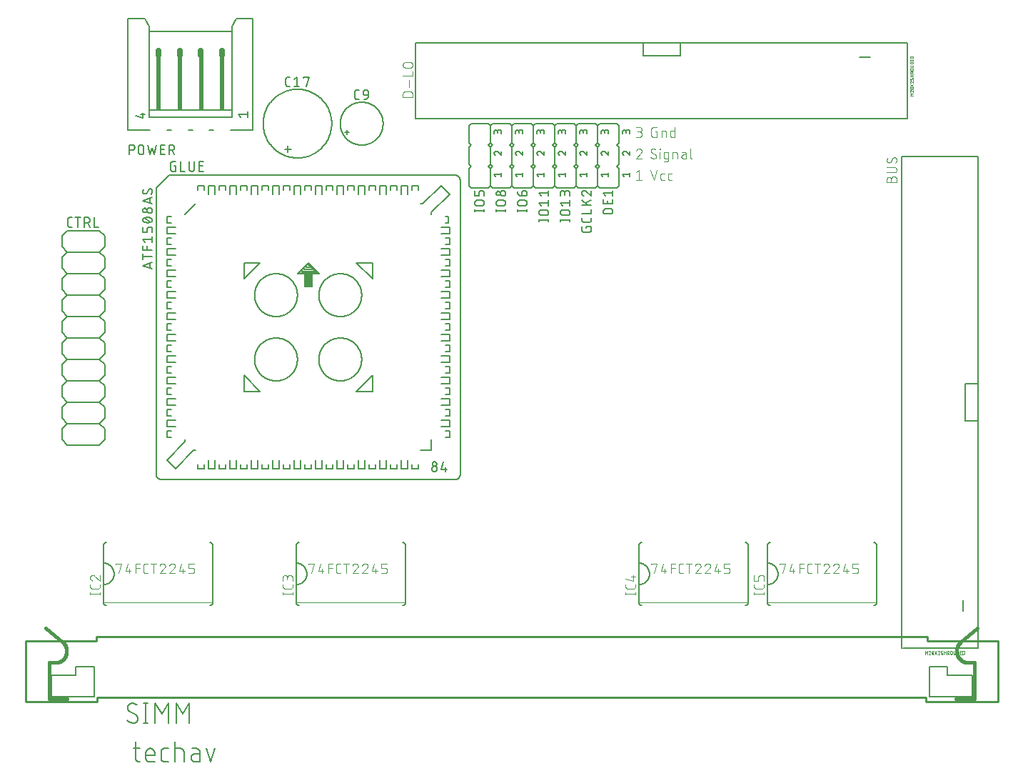
<source format=gbr>
G04 EAGLE Gerber RS-274X export*
G75*
%MOMM*%
%FSLAX34Y34*%
%LPD*%
%INSilkscreen Top*%
%IPPOS*%
%AMOC8*
5,1,8,0,0,1.08239X$1,22.5*%
G01*
%ADD10C,0.101600*%
%ADD11C,0.203200*%
%ADD12C,0.025400*%
%ADD13C,0.152400*%
%ADD14C,0.127000*%
%ADD15C,0.254000*%
%ADD16C,0.406400*%
%ADD17R,1.016000X1.905000*%
%ADD18R,1.778000X0.381000*%
%ADD19R,1.270000X0.254000*%
%ADD20R,0.762000X0.254000*%
%ADD21R,0.254000X0.254000*%
%ADD22R,0.254000X0.127000*%
%ADD23R,0.127000X0.127000*%
%ADD24C,0.660400*%
%ADD25R,0.609600X6.604000*%
%ADD26C,0.050800*%


D10*
X681228Y669798D02*
X684474Y669798D01*
X684587Y669800D01*
X684700Y669806D01*
X684813Y669816D01*
X684926Y669830D01*
X685038Y669847D01*
X685149Y669869D01*
X685259Y669894D01*
X685369Y669924D01*
X685477Y669957D01*
X685584Y669994D01*
X685690Y670034D01*
X685794Y670079D01*
X685897Y670127D01*
X685998Y670178D01*
X686097Y670233D01*
X686194Y670291D01*
X686289Y670353D01*
X686382Y670418D01*
X686472Y670486D01*
X686560Y670557D01*
X686646Y670632D01*
X686729Y670709D01*
X686809Y670789D01*
X686886Y670872D01*
X686961Y670958D01*
X687032Y671046D01*
X687100Y671136D01*
X687165Y671229D01*
X687227Y671324D01*
X687285Y671421D01*
X687340Y671520D01*
X687391Y671621D01*
X687439Y671724D01*
X687484Y671828D01*
X687524Y671934D01*
X687561Y672041D01*
X687594Y672149D01*
X687624Y672259D01*
X687649Y672369D01*
X687671Y672480D01*
X687688Y672592D01*
X687702Y672705D01*
X687712Y672818D01*
X687718Y672931D01*
X687720Y673044D01*
X687718Y673157D01*
X687712Y673270D01*
X687702Y673383D01*
X687688Y673496D01*
X687671Y673608D01*
X687649Y673719D01*
X687624Y673829D01*
X687594Y673939D01*
X687561Y674047D01*
X687524Y674154D01*
X687484Y674260D01*
X687439Y674364D01*
X687391Y674467D01*
X687340Y674568D01*
X687285Y674667D01*
X687227Y674764D01*
X687165Y674859D01*
X687100Y674952D01*
X687032Y675042D01*
X686961Y675130D01*
X686886Y675216D01*
X686809Y675299D01*
X686729Y675379D01*
X686646Y675456D01*
X686560Y675531D01*
X686472Y675602D01*
X686382Y675670D01*
X686289Y675735D01*
X686194Y675797D01*
X686097Y675855D01*
X685998Y675910D01*
X685897Y675961D01*
X685794Y676009D01*
X685690Y676054D01*
X685584Y676094D01*
X685477Y676131D01*
X685369Y676164D01*
X685259Y676194D01*
X685149Y676219D01*
X685038Y676241D01*
X684926Y676258D01*
X684813Y676272D01*
X684700Y676282D01*
X684587Y676288D01*
X684474Y676290D01*
X685123Y681482D02*
X681228Y681482D01*
X685123Y681482D02*
X685224Y681480D01*
X685324Y681474D01*
X685424Y681464D01*
X685524Y681451D01*
X685623Y681433D01*
X685722Y681412D01*
X685819Y681387D01*
X685916Y681358D01*
X686011Y681325D01*
X686105Y681289D01*
X686197Y681249D01*
X686288Y681206D01*
X686377Y681159D01*
X686464Y681109D01*
X686550Y681055D01*
X686633Y680998D01*
X686713Y680938D01*
X686792Y680875D01*
X686868Y680808D01*
X686941Y680739D01*
X687011Y680667D01*
X687079Y680593D01*
X687144Y680516D01*
X687205Y680436D01*
X687264Y680354D01*
X687319Y680270D01*
X687371Y680184D01*
X687420Y680096D01*
X687465Y680006D01*
X687507Y679914D01*
X687545Y679821D01*
X687579Y679726D01*
X687610Y679631D01*
X687637Y679534D01*
X687660Y679436D01*
X687680Y679337D01*
X687695Y679237D01*
X687707Y679137D01*
X687715Y679037D01*
X687719Y678936D01*
X687719Y678836D01*
X687715Y678735D01*
X687707Y678635D01*
X687695Y678535D01*
X687680Y678435D01*
X687660Y678336D01*
X687637Y678238D01*
X687610Y678141D01*
X687579Y678046D01*
X687545Y677951D01*
X687507Y677858D01*
X687465Y677766D01*
X687420Y677676D01*
X687371Y677588D01*
X687319Y677502D01*
X687264Y677418D01*
X687205Y677336D01*
X687144Y677256D01*
X687079Y677179D01*
X687011Y677105D01*
X686941Y677033D01*
X686868Y676964D01*
X686792Y676897D01*
X686713Y676834D01*
X686633Y676774D01*
X686550Y676717D01*
X686464Y676663D01*
X686377Y676613D01*
X686288Y676566D01*
X686197Y676523D01*
X686105Y676483D01*
X686011Y676447D01*
X685916Y676414D01*
X685819Y676385D01*
X685722Y676360D01*
X685623Y676339D01*
X685524Y676321D01*
X685424Y676308D01*
X685324Y676298D01*
X685224Y676292D01*
X685123Y676290D01*
X685123Y676289D02*
X682526Y676289D01*
X703679Y676289D02*
X705626Y676289D01*
X705626Y669798D01*
X701731Y669798D01*
X701632Y669800D01*
X701532Y669806D01*
X701433Y669815D01*
X701335Y669828D01*
X701237Y669845D01*
X701139Y669866D01*
X701043Y669891D01*
X700948Y669919D01*
X700854Y669951D01*
X700761Y669986D01*
X700669Y670025D01*
X700579Y670068D01*
X700491Y670113D01*
X700404Y670163D01*
X700320Y670215D01*
X700237Y670271D01*
X700157Y670329D01*
X700079Y670391D01*
X700004Y670456D01*
X699931Y670524D01*
X699861Y670594D01*
X699793Y670667D01*
X699728Y670742D01*
X699666Y670820D01*
X699608Y670900D01*
X699552Y670983D01*
X699500Y671067D01*
X699450Y671154D01*
X699405Y671242D01*
X699362Y671332D01*
X699323Y671424D01*
X699288Y671517D01*
X699256Y671611D01*
X699228Y671706D01*
X699203Y671802D01*
X699182Y671900D01*
X699165Y671998D01*
X699152Y672096D01*
X699143Y672195D01*
X699137Y672295D01*
X699135Y672394D01*
X699135Y678886D01*
X699137Y678985D01*
X699143Y679085D01*
X699152Y679184D01*
X699165Y679282D01*
X699182Y679380D01*
X699203Y679478D01*
X699228Y679574D01*
X699256Y679669D01*
X699288Y679763D01*
X699323Y679856D01*
X699362Y679948D01*
X699405Y680038D01*
X699450Y680126D01*
X699500Y680213D01*
X699552Y680297D01*
X699608Y680380D01*
X699666Y680460D01*
X699728Y680538D01*
X699793Y680613D01*
X699861Y680686D01*
X699931Y680756D01*
X700004Y680824D01*
X700079Y680889D01*
X700157Y680951D01*
X700237Y681009D01*
X700320Y681065D01*
X700404Y681117D01*
X700491Y681167D01*
X700579Y681212D01*
X700669Y681255D01*
X700761Y681294D01*
X700853Y681329D01*
X700948Y681361D01*
X701043Y681389D01*
X701139Y681414D01*
X701237Y681435D01*
X701335Y681452D01*
X701433Y681465D01*
X701532Y681474D01*
X701632Y681480D01*
X701731Y681482D01*
X705626Y681482D01*
X711214Y677587D02*
X711214Y669798D01*
X711214Y677587D02*
X714460Y677587D01*
X714547Y677585D01*
X714635Y677579D01*
X714721Y677569D01*
X714808Y677556D01*
X714893Y677538D01*
X714978Y677517D01*
X715062Y677492D01*
X715144Y677463D01*
X715225Y677430D01*
X715305Y677394D01*
X715383Y677355D01*
X715459Y677311D01*
X715533Y677265D01*
X715604Y677215D01*
X715674Y677162D01*
X715741Y677106D01*
X715805Y677047D01*
X715867Y676986D01*
X715926Y676921D01*
X715982Y676854D01*
X716035Y676784D01*
X716085Y676713D01*
X716131Y676639D01*
X716175Y676563D01*
X716214Y676485D01*
X716250Y676405D01*
X716283Y676324D01*
X716312Y676242D01*
X716337Y676158D01*
X716358Y676073D01*
X716376Y675988D01*
X716389Y675901D01*
X716399Y675815D01*
X716405Y675727D01*
X716407Y675640D01*
X716407Y669798D01*
X726635Y669798D02*
X726635Y681482D01*
X726635Y669798D02*
X723389Y669798D01*
X723302Y669800D01*
X723214Y669806D01*
X723128Y669816D01*
X723041Y669829D01*
X722956Y669847D01*
X722871Y669868D01*
X722787Y669893D01*
X722705Y669922D01*
X722624Y669955D01*
X722544Y669991D01*
X722466Y670030D01*
X722390Y670074D01*
X722316Y670120D01*
X722245Y670170D01*
X722175Y670223D01*
X722108Y670279D01*
X722044Y670338D01*
X721982Y670400D01*
X721923Y670464D01*
X721867Y670531D01*
X721814Y670601D01*
X721764Y670672D01*
X721718Y670746D01*
X721674Y670822D01*
X721635Y670900D01*
X721599Y670980D01*
X721566Y671061D01*
X721537Y671143D01*
X721512Y671227D01*
X721491Y671312D01*
X721473Y671397D01*
X721460Y671484D01*
X721450Y671570D01*
X721444Y671658D01*
X721442Y671745D01*
X721442Y675640D01*
X721444Y675727D01*
X721450Y675815D01*
X721460Y675901D01*
X721473Y675988D01*
X721491Y676073D01*
X721512Y676158D01*
X721537Y676242D01*
X721566Y676324D01*
X721599Y676405D01*
X721635Y676485D01*
X721674Y676563D01*
X721718Y676639D01*
X721764Y676713D01*
X721814Y676784D01*
X721867Y676854D01*
X721923Y676921D01*
X721982Y676985D01*
X722044Y677047D01*
X722108Y677106D01*
X722175Y677162D01*
X722245Y677215D01*
X722316Y677265D01*
X722390Y677311D01*
X722466Y677355D01*
X722544Y677394D01*
X722624Y677430D01*
X722705Y677463D01*
X722787Y677492D01*
X722871Y677517D01*
X722956Y677538D01*
X723041Y677556D01*
X723128Y677569D01*
X723214Y677579D01*
X723302Y677585D01*
X723389Y677587D01*
X726635Y677587D01*
X687719Y653161D02*
X687717Y653268D01*
X687711Y653374D01*
X687701Y653480D01*
X687688Y653586D01*
X687670Y653692D01*
X687649Y653796D01*
X687624Y653900D01*
X687595Y654003D01*
X687563Y654104D01*
X687526Y654204D01*
X687486Y654303D01*
X687443Y654401D01*
X687396Y654497D01*
X687345Y654591D01*
X687291Y654683D01*
X687234Y654773D01*
X687174Y654861D01*
X687110Y654946D01*
X687043Y655029D01*
X686973Y655110D01*
X686901Y655188D01*
X686825Y655264D01*
X686747Y655336D01*
X686666Y655406D01*
X686583Y655473D01*
X686498Y655537D01*
X686410Y655597D01*
X686320Y655654D01*
X686228Y655708D01*
X686134Y655759D01*
X686038Y655806D01*
X685940Y655849D01*
X685841Y655889D01*
X685741Y655926D01*
X685640Y655958D01*
X685537Y655987D01*
X685433Y656012D01*
X685329Y656033D01*
X685223Y656051D01*
X685117Y656064D01*
X685011Y656074D01*
X684905Y656080D01*
X684798Y656082D01*
X684677Y656080D01*
X684556Y656074D01*
X684436Y656064D01*
X684315Y656051D01*
X684196Y656033D01*
X684076Y656012D01*
X683958Y655987D01*
X683841Y655958D01*
X683724Y655925D01*
X683609Y655889D01*
X683495Y655848D01*
X683382Y655805D01*
X683270Y655757D01*
X683161Y655706D01*
X683053Y655651D01*
X682946Y655593D01*
X682842Y655532D01*
X682740Y655467D01*
X682640Y655399D01*
X682542Y655328D01*
X682446Y655254D01*
X682353Y655177D01*
X682263Y655096D01*
X682175Y655013D01*
X682090Y654927D01*
X682007Y654838D01*
X681928Y654747D01*
X681851Y654653D01*
X681778Y654557D01*
X681708Y654459D01*
X681641Y654358D01*
X681577Y654255D01*
X681517Y654150D01*
X681460Y654043D01*
X681406Y653935D01*
X681356Y653825D01*
X681310Y653713D01*
X681267Y653600D01*
X681228Y653485D01*
X686746Y650889D02*
X686825Y650966D01*
X686901Y651047D01*
X686974Y651130D01*
X687044Y651215D01*
X687111Y651303D01*
X687175Y651393D01*
X687235Y651485D01*
X687292Y651580D01*
X687346Y651676D01*
X687397Y651774D01*
X687444Y651874D01*
X687488Y651976D01*
X687528Y652079D01*
X687564Y652183D01*
X687596Y652289D01*
X687625Y652395D01*
X687650Y652503D01*
X687672Y652611D01*
X687689Y652721D01*
X687703Y652830D01*
X687712Y652940D01*
X687718Y653051D01*
X687720Y653161D01*
X686745Y650889D02*
X681228Y644398D01*
X687719Y644398D01*
X702268Y644398D02*
X702367Y644400D01*
X702467Y644406D01*
X702566Y644415D01*
X702664Y644428D01*
X702762Y644445D01*
X702860Y644466D01*
X702956Y644491D01*
X703051Y644519D01*
X703145Y644551D01*
X703238Y644586D01*
X703330Y644625D01*
X703420Y644668D01*
X703508Y644713D01*
X703595Y644763D01*
X703679Y644815D01*
X703762Y644871D01*
X703842Y644929D01*
X703920Y644991D01*
X703995Y645056D01*
X704068Y645124D01*
X704138Y645194D01*
X704206Y645267D01*
X704271Y645342D01*
X704333Y645420D01*
X704391Y645500D01*
X704447Y645583D01*
X704499Y645667D01*
X704549Y645754D01*
X704594Y645842D01*
X704637Y645932D01*
X704676Y646024D01*
X704711Y646117D01*
X704743Y646211D01*
X704771Y646306D01*
X704796Y646402D01*
X704817Y646500D01*
X704834Y646598D01*
X704847Y646696D01*
X704856Y646795D01*
X704862Y646895D01*
X704864Y646994D01*
X702268Y644398D02*
X702124Y644400D01*
X701979Y644406D01*
X701835Y644415D01*
X701692Y644428D01*
X701548Y644445D01*
X701405Y644466D01*
X701263Y644491D01*
X701122Y644519D01*
X700981Y644551D01*
X700841Y644587D01*
X700702Y644626D01*
X700564Y644669D01*
X700428Y644716D01*
X700292Y644766D01*
X700158Y644820D01*
X700026Y644877D01*
X699895Y644938D01*
X699766Y645002D01*
X699638Y645070D01*
X699512Y645140D01*
X699388Y645215D01*
X699267Y645292D01*
X699147Y645373D01*
X699029Y645456D01*
X698914Y645543D01*
X698801Y645633D01*
X698690Y645726D01*
X698582Y645821D01*
X698476Y645920D01*
X698373Y646021D01*
X698698Y653486D02*
X698700Y653585D01*
X698706Y653685D01*
X698715Y653784D01*
X698728Y653882D01*
X698745Y653980D01*
X698766Y654078D01*
X698791Y654174D01*
X698819Y654269D01*
X698851Y654363D01*
X698886Y654456D01*
X698925Y654548D01*
X698968Y654638D01*
X699013Y654726D01*
X699063Y654813D01*
X699115Y654897D01*
X699171Y654980D01*
X699229Y655060D01*
X699291Y655138D01*
X699356Y655213D01*
X699424Y655286D01*
X699494Y655356D01*
X699567Y655424D01*
X699642Y655489D01*
X699720Y655551D01*
X699800Y655609D01*
X699883Y655665D01*
X699967Y655717D01*
X700054Y655767D01*
X700142Y655812D01*
X700232Y655855D01*
X700324Y655894D01*
X700417Y655929D01*
X700511Y655961D01*
X700606Y655989D01*
X700703Y656014D01*
X700800Y656035D01*
X700898Y656052D01*
X700996Y656065D01*
X701095Y656074D01*
X701195Y656080D01*
X701294Y656082D01*
X701430Y656080D01*
X701566Y656074D01*
X701702Y656065D01*
X701838Y656052D01*
X701973Y656034D01*
X702107Y656014D01*
X702241Y655989D01*
X702375Y655961D01*
X702507Y655928D01*
X702638Y655893D01*
X702769Y655853D01*
X702898Y655810D01*
X703026Y655764D01*
X703152Y655713D01*
X703278Y655660D01*
X703401Y655602D01*
X703523Y655542D01*
X703643Y655478D01*
X703762Y655410D01*
X703878Y655340D01*
X703992Y655266D01*
X704105Y655189D01*
X704215Y655108D01*
X699995Y651214D02*
X699909Y651267D01*
X699825Y651324D01*
X699743Y651383D01*
X699663Y651446D01*
X699586Y651512D01*
X699511Y651580D01*
X699439Y651652D01*
X699370Y651726D01*
X699304Y651803D01*
X699241Y651882D01*
X699181Y651964D01*
X699124Y652048D01*
X699070Y652134D01*
X699020Y652222D01*
X698973Y652312D01*
X698929Y652403D01*
X698890Y652497D01*
X698853Y652591D01*
X698821Y652687D01*
X698792Y652785D01*
X698767Y652883D01*
X698746Y652982D01*
X698728Y653082D01*
X698715Y653182D01*
X698705Y653283D01*
X698699Y653385D01*
X698697Y653486D01*
X703566Y649266D02*
X703652Y649213D01*
X703736Y649156D01*
X703818Y649097D01*
X703898Y649034D01*
X703975Y648968D01*
X704050Y648900D01*
X704122Y648828D01*
X704191Y648754D01*
X704257Y648677D01*
X704320Y648598D01*
X704380Y648516D01*
X704437Y648432D01*
X704491Y648346D01*
X704541Y648258D01*
X704588Y648168D01*
X704632Y648077D01*
X704671Y647983D01*
X704708Y647889D01*
X704740Y647793D01*
X704769Y647695D01*
X704794Y647597D01*
X704815Y647498D01*
X704833Y647398D01*
X704846Y647298D01*
X704856Y647197D01*
X704862Y647095D01*
X704864Y646994D01*
X703566Y649266D02*
X699996Y651214D01*
X709238Y652187D02*
X709238Y644398D01*
X708914Y655433D02*
X708914Y656082D01*
X709563Y656082D01*
X709563Y655433D01*
X708914Y655433D01*
X715769Y644398D02*
X719015Y644398D01*
X715769Y644398D02*
X715682Y644400D01*
X715594Y644406D01*
X715508Y644416D01*
X715421Y644429D01*
X715336Y644447D01*
X715251Y644468D01*
X715167Y644493D01*
X715085Y644522D01*
X715004Y644555D01*
X714924Y644591D01*
X714846Y644630D01*
X714770Y644674D01*
X714696Y644720D01*
X714625Y644770D01*
X714555Y644823D01*
X714488Y644879D01*
X714424Y644938D01*
X714362Y645000D01*
X714303Y645064D01*
X714247Y645131D01*
X714194Y645201D01*
X714144Y645272D01*
X714098Y645346D01*
X714054Y645422D01*
X714015Y645500D01*
X713979Y645580D01*
X713946Y645661D01*
X713917Y645743D01*
X713892Y645827D01*
X713871Y645912D01*
X713853Y645997D01*
X713840Y646084D01*
X713830Y646170D01*
X713824Y646258D01*
X713822Y646345D01*
X713822Y650240D01*
X713824Y650327D01*
X713830Y650415D01*
X713840Y650501D01*
X713853Y650588D01*
X713871Y650673D01*
X713892Y650758D01*
X713917Y650842D01*
X713946Y650924D01*
X713979Y651005D01*
X714015Y651085D01*
X714054Y651163D01*
X714098Y651239D01*
X714144Y651313D01*
X714194Y651384D01*
X714247Y651454D01*
X714303Y651521D01*
X714362Y651585D01*
X714424Y651647D01*
X714488Y651706D01*
X714555Y651762D01*
X714625Y651815D01*
X714696Y651865D01*
X714770Y651911D01*
X714846Y651955D01*
X714924Y651994D01*
X715004Y652030D01*
X715085Y652063D01*
X715167Y652092D01*
X715251Y652117D01*
X715336Y652138D01*
X715421Y652156D01*
X715508Y652169D01*
X715594Y652179D01*
X715682Y652185D01*
X715769Y652187D01*
X719015Y652187D01*
X719015Y642451D01*
X719013Y642364D01*
X719007Y642276D01*
X718997Y642190D01*
X718984Y642103D01*
X718966Y642018D01*
X718945Y641933D01*
X718920Y641849D01*
X718891Y641767D01*
X718858Y641686D01*
X718822Y641606D01*
X718783Y641528D01*
X718739Y641452D01*
X718693Y641378D01*
X718643Y641307D01*
X718590Y641237D01*
X718534Y641170D01*
X718475Y641106D01*
X718414Y641044D01*
X718349Y640985D01*
X718282Y640929D01*
X718212Y640876D01*
X718141Y640826D01*
X718067Y640780D01*
X717991Y640736D01*
X717913Y640697D01*
X717833Y640661D01*
X717752Y640628D01*
X717670Y640599D01*
X717586Y640574D01*
X717501Y640553D01*
X717416Y640535D01*
X717329Y640522D01*
X717243Y640512D01*
X717155Y640506D01*
X717068Y640504D01*
X717068Y640503D02*
X714471Y640503D01*
X724549Y644398D02*
X724549Y652187D01*
X727795Y652187D01*
X727882Y652185D01*
X727970Y652179D01*
X728056Y652169D01*
X728143Y652156D01*
X728228Y652138D01*
X728313Y652117D01*
X728397Y652092D01*
X728479Y652063D01*
X728560Y652030D01*
X728640Y651994D01*
X728718Y651955D01*
X728794Y651911D01*
X728868Y651865D01*
X728939Y651815D01*
X729009Y651762D01*
X729076Y651706D01*
X729140Y651647D01*
X729202Y651586D01*
X729261Y651521D01*
X729317Y651454D01*
X729370Y651384D01*
X729420Y651313D01*
X729466Y651239D01*
X729510Y651163D01*
X729549Y651085D01*
X729585Y651005D01*
X729618Y650924D01*
X729647Y650842D01*
X729672Y650758D01*
X729693Y650673D01*
X729711Y650588D01*
X729724Y650501D01*
X729734Y650415D01*
X729740Y650327D01*
X729742Y650240D01*
X729742Y644398D01*
X737049Y648942D02*
X739970Y648942D01*
X737049Y648942D02*
X736955Y648940D01*
X736861Y648934D01*
X736768Y648925D01*
X736675Y648911D01*
X736583Y648894D01*
X736491Y648872D01*
X736401Y648848D01*
X736311Y648819D01*
X736223Y648787D01*
X736136Y648751D01*
X736051Y648711D01*
X735968Y648668D01*
X735886Y648622D01*
X735806Y648572D01*
X735729Y648519D01*
X735654Y648463D01*
X735581Y648404D01*
X735510Y648342D01*
X735442Y648277D01*
X735377Y648209D01*
X735315Y648138D01*
X735256Y648065D01*
X735200Y647990D01*
X735147Y647913D01*
X735097Y647833D01*
X735051Y647751D01*
X735008Y647668D01*
X734968Y647583D01*
X734932Y647496D01*
X734900Y647408D01*
X734871Y647318D01*
X734847Y647228D01*
X734825Y647136D01*
X734808Y647044D01*
X734794Y646951D01*
X734785Y646858D01*
X734779Y646764D01*
X734777Y646670D01*
X734779Y646576D01*
X734785Y646482D01*
X734794Y646389D01*
X734808Y646296D01*
X734825Y646204D01*
X734847Y646112D01*
X734871Y646022D01*
X734900Y645932D01*
X734932Y645844D01*
X734968Y645757D01*
X735008Y645672D01*
X735051Y645589D01*
X735097Y645507D01*
X735147Y645427D01*
X735200Y645350D01*
X735256Y645275D01*
X735315Y645202D01*
X735377Y645131D01*
X735442Y645063D01*
X735510Y644998D01*
X735581Y644936D01*
X735654Y644877D01*
X735729Y644821D01*
X735806Y644768D01*
X735886Y644718D01*
X735968Y644672D01*
X736051Y644629D01*
X736136Y644589D01*
X736223Y644553D01*
X736311Y644521D01*
X736401Y644492D01*
X736491Y644468D01*
X736583Y644446D01*
X736675Y644429D01*
X736768Y644415D01*
X736861Y644406D01*
X736955Y644400D01*
X737049Y644398D01*
X739970Y644398D01*
X739970Y650240D01*
X739968Y650327D01*
X739962Y650415D01*
X739952Y650501D01*
X739939Y650588D01*
X739921Y650673D01*
X739900Y650758D01*
X739875Y650842D01*
X739846Y650924D01*
X739813Y651005D01*
X739777Y651085D01*
X739738Y651163D01*
X739694Y651239D01*
X739648Y651313D01*
X739598Y651384D01*
X739545Y651454D01*
X739489Y651521D01*
X739430Y651585D01*
X739368Y651647D01*
X739304Y651706D01*
X739237Y651762D01*
X739167Y651815D01*
X739096Y651865D01*
X739022Y651911D01*
X738946Y651955D01*
X738868Y651994D01*
X738788Y652030D01*
X738707Y652063D01*
X738625Y652092D01*
X738541Y652117D01*
X738456Y652138D01*
X738371Y652156D01*
X738284Y652169D01*
X738198Y652179D01*
X738110Y652185D01*
X738023Y652187D01*
X735426Y652187D01*
X745273Y656082D02*
X745273Y646345D01*
X745275Y646258D01*
X745281Y646170D01*
X745291Y646084D01*
X745304Y645997D01*
X745322Y645912D01*
X745343Y645827D01*
X745368Y645743D01*
X745397Y645661D01*
X745430Y645580D01*
X745466Y645500D01*
X745505Y645422D01*
X745549Y645346D01*
X745595Y645272D01*
X745645Y645201D01*
X745698Y645131D01*
X745754Y645064D01*
X745813Y645000D01*
X745875Y644938D01*
X745939Y644879D01*
X746006Y644823D01*
X746076Y644770D01*
X746147Y644720D01*
X746221Y644674D01*
X746297Y644630D01*
X746375Y644591D01*
X746455Y644555D01*
X746536Y644522D01*
X746618Y644493D01*
X746702Y644468D01*
X746787Y644447D01*
X746872Y644429D01*
X746959Y644416D01*
X747045Y644406D01*
X747133Y644400D01*
X747220Y644398D01*
X684474Y630682D02*
X681228Y628086D01*
X684474Y630682D02*
X684474Y618998D01*
X687719Y618998D02*
X681228Y618998D01*
X698105Y630682D02*
X702000Y618998D01*
X705894Y630682D01*
X712032Y618998D02*
X714628Y618998D01*
X712032Y618998D02*
X711945Y619000D01*
X711857Y619006D01*
X711771Y619016D01*
X711684Y619029D01*
X711599Y619047D01*
X711514Y619068D01*
X711430Y619093D01*
X711348Y619122D01*
X711267Y619155D01*
X711187Y619191D01*
X711109Y619230D01*
X711033Y619274D01*
X710959Y619320D01*
X710888Y619370D01*
X710818Y619423D01*
X710751Y619479D01*
X710687Y619538D01*
X710625Y619600D01*
X710566Y619664D01*
X710510Y619731D01*
X710457Y619801D01*
X710407Y619872D01*
X710361Y619946D01*
X710317Y620022D01*
X710278Y620100D01*
X710242Y620180D01*
X710209Y620261D01*
X710180Y620343D01*
X710155Y620427D01*
X710134Y620512D01*
X710116Y620597D01*
X710103Y620684D01*
X710093Y620770D01*
X710087Y620858D01*
X710085Y620945D01*
X710084Y620945D02*
X710084Y624840D01*
X710085Y624840D02*
X710087Y624927D01*
X710093Y625015D01*
X710103Y625101D01*
X710116Y625188D01*
X710134Y625273D01*
X710155Y625358D01*
X710180Y625442D01*
X710209Y625524D01*
X710242Y625605D01*
X710278Y625685D01*
X710317Y625763D01*
X710361Y625839D01*
X710407Y625913D01*
X710457Y625984D01*
X710510Y626054D01*
X710566Y626121D01*
X710625Y626185D01*
X710687Y626247D01*
X710751Y626306D01*
X710818Y626362D01*
X710888Y626415D01*
X710959Y626465D01*
X711033Y626511D01*
X711109Y626555D01*
X711187Y626594D01*
X711267Y626630D01*
X711348Y626663D01*
X711430Y626692D01*
X711514Y626717D01*
X711599Y626738D01*
X711684Y626756D01*
X711771Y626769D01*
X711857Y626779D01*
X711945Y626785D01*
X712032Y626787D01*
X714628Y626787D01*
X720795Y618998D02*
X723391Y618998D01*
X720795Y618998D02*
X720708Y619000D01*
X720620Y619006D01*
X720534Y619016D01*
X720447Y619029D01*
X720362Y619047D01*
X720277Y619068D01*
X720193Y619093D01*
X720111Y619122D01*
X720030Y619155D01*
X719950Y619191D01*
X719872Y619230D01*
X719796Y619274D01*
X719722Y619320D01*
X719651Y619370D01*
X719581Y619423D01*
X719514Y619479D01*
X719450Y619538D01*
X719388Y619600D01*
X719329Y619664D01*
X719273Y619731D01*
X719220Y619801D01*
X719170Y619872D01*
X719124Y619946D01*
X719080Y620022D01*
X719041Y620100D01*
X719005Y620180D01*
X718972Y620261D01*
X718943Y620343D01*
X718918Y620427D01*
X718897Y620512D01*
X718879Y620597D01*
X718866Y620684D01*
X718856Y620770D01*
X718850Y620858D01*
X718848Y620945D01*
X718847Y620945D02*
X718847Y624840D01*
X718848Y624840D02*
X718850Y624927D01*
X718856Y625015D01*
X718866Y625101D01*
X718879Y625188D01*
X718897Y625273D01*
X718918Y625358D01*
X718943Y625442D01*
X718972Y625524D01*
X719005Y625605D01*
X719041Y625685D01*
X719080Y625763D01*
X719124Y625839D01*
X719170Y625913D01*
X719220Y625984D01*
X719273Y626054D01*
X719329Y626121D01*
X719388Y626185D01*
X719450Y626247D01*
X719514Y626306D01*
X719581Y626362D01*
X719651Y626415D01*
X719722Y626465D01*
X719796Y626511D01*
X719872Y626555D01*
X719950Y626594D01*
X720030Y626630D01*
X720111Y626663D01*
X720193Y626692D01*
X720277Y626717D01*
X720362Y626738D01*
X720447Y626756D01*
X720534Y626769D01*
X720620Y626779D01*
X720708Y626785D01*
X720795Y626787D01*
X723391Y626787D01*
D11*
X92625Y-54525D02*
X84836Y-54525D01*
X87432Y-46736D02*
X87432Y-66209D01*
X87434Y-66331D01*
X87440Y-66454D01*
X87449Y-66576D01*
X87463Y-66697D01*
X87480Y-66818D01*
X87501Y-66939D01*
X87526Y-67059D01*
X87554Y-67178D01*
X87587Y-67296D01*
X87623Y-67413D01*
X87662Y-67528D01*
X87706Y-67643D01*
X87752Y-67756D01*
X87803Y-67867D01*
X87857Y-67977D01*
X87914Y-68085D01*
X87974Y-68192D01*
X88038Y-68296D01*
X88106Y-68398D01*
X88176Y-68498D01*
X88249Y-68596D01*
X88326Y-68692D01*
X88405Y-68785D01*
X88488Y-68875D01*
X88573Y-68963D01*
X88661Y-69048D01*
X88751Y-69131D01*
X88844Y-69210D01*
X88940Y-69287D01*
X89038Y-69360D01*
X89138Y-69430D01*
X89240Y-69498D01*
X89344Y-69562D01*
X89451Y-69622D01*
X89559Y-69679D01*
X89669Y-69733D01*
X89780Y-69784D01*
X89893Y-69830D01*
X90008Y-69874D01*
X90123Y-69913D01*
X90240Y-69949D01*
X90358Y-69982D01*
X90477Y-70010D01*
X90597Y-70035D01*
X90718Y-70056D01*
X90839Y-70073D01*
X90960Y-70087D01*
X91082Y-70096D01*
X91205Y-70102D01*
X91327Y-70104D01*
X92625Y-70104D01*
X103523Y-70104D02*
X110014Y-70104D01*
X103523Y-70104D02*
X103401Y-70102D01*
X103278Y-70096D01*
X103156Y-70087D01*
X103035Y-70073D01*
X102914Y-70056D01*
X102793Y-70035D01*
X102673Y-70010D01*
X102554Y-69982D01*
X102436Y-69949D01*
X102319Y-69913D01*
X102204Y-69874D01*
X102089Y-69830D01*
X101976Y-69784D01*
X101865Y-69733D01*
X101755Y-69679D01*
X101647Y-69622D01*
X101540Y-69562D01*
X101436Y-69498D01*
X101334Y-69430D01*
X101234Y-69360D01*
X101136Y-69287D01*
X101040Y-69210D01*
X100947Y-69131D01*
X100857Y-69048D01*
X100769Y-68963D01*
X100684Y-68875D01*
X100601Y-68785D01*
X100522Y-68692D01*
X100445Y-68596D01*
X100372Y-68498D01*
X100302Y-68398D01*
X100234Y-68296D01*
X100170Y-68192D01*
X100110Y-68085D01*
X100053Y-67977D01*
X99999Y-67867D01*
X99948Y-67756D01*
X99902Y-67643D01*
X99858Y-67528D01*
X99819Y-67413D01*
X99783Y-67296D01*
X99750Y-67178D01*
X99722Y-67059D01*
X99697Y-66939D01*
X99676Y-66818D01*
X99659Y-66697D01*
X99645Y-66576D01*
X99636Y-66454D01*
X99630Y-66331D01*
X99628Y-66209D01*
X99629Y-66209D02*
X99629Y-59718D01*
X99631Y-59575D01*
X99637Y-59432D01*
X99647Y-59289D01*
X99661Y-59147D01*
X99678Y-59005D01*
X99700Y-58863D01*
X99725Y-58722D01*
X99755Y-58582D01*
X99788Y-58443D01*
X99825Y-58305D01*
X99866Y-58168D01*
X99910Y-58032D01*
X99959Y-57897D01*
X100011Y-57764D01*
X100066Y-57632D01*
X100126Y-57502D01*
X100189Y-57373D01*
X100255Y-57246D01*
X100325Y-57121D01*
X100398Y-56999D01*
X100475Y-56878D01*
X100555Y-56759D01*
X100638Y-56643D01*
X100724Y-56528D01*
X100813Y-56417D01*
X100906Y-56307D01*
X101001Y-56201D01*
X101100Y-56097D01*
X101201Y-55996D01*
X101305Y-55897D01*
X101411Y-55802D01*
X101521Y-55709D01*
X101632Y-55620D01*
X101747Y-55534D01*
X101863Y-55451D01*
X101982Y-55371D01*
X102103Y-55294D01*
X102226Y-55221D01*
X102350Y-55151D01*
X102477Y-55085D01*
X102606Y-55022D01*
X102736Y-54962D01*
X102868Y-54907D01*
X103001Y-54855D01*
X103136Y-54806D01*
X103272Y-54762D01*
X103409Y-54721D01*
X103547Y-54684D01*
X103686Y-54651D01*
X103826Y-54621D01*
X103967Y-54596D01*
X104109Y-54574D01*
X104251Y-54557D01*
X104393Y-54543D01*
X104536Y-54533D01*
X104679Y-54527D01*
X104822Y-54525D01*
X104965Y-54527D01*
X105108Y-54533D01*
X105251Y-54543D01*
X105393Y-54557D01*
X105535Y-54574D01*
X105677Y-54596D01*
X105818Y-54621D01*
X105958Y-54651D01*
X106097Y-54684D01*
X106235Y-54721D01*
X106372Y-54762D01*
X106508Y-54806D01*
X106643Y-54855D01*
X106776Y-54907D01*
X106908Y-54962D01*
X107038Y-55022D01*
X107167Y-55085D01*
X107294Y-55151D01*
X107419Y-55221D01*
X107541Y-55294D01*
X107662Y-55371D01*
X107781Y-55451D01*
X107897Y-55534D01*
X108012Y-55620D01*
X108123Y-55709D01*
X108233Y-55802D01*
X108339Y-55897D01*
X108443Y-55996D01*
X108544Y-56097D01*
X108643Y-56201D01*
X108738Y-56307D01*
X108831Y-56417D01*
X108920Y-56528D01*
X109006Y-56643D01*
X109089Y-56759D01*
X109169Y-56878D01*
X109246Y-56999D01*
X109319Y-57122D01*
X109389Y-57246D01*
X109455Y-57373D01*
X109518Y-57502D01*
X109578Y-57632D01*
X109633Y-57764D01*
X109685Y-57897D01*
X109734Y-58032D01*
X109778Y-58168D01*
X109819Y-58305D01*
X109856Y-58443D01*
X109889Y-58582D01*
X109919Y-58722D01*
X109944Y-58863D01*
X109966Y-59005D01*
X109983Y-59147D01*
X109997Y-59289D01*
X110007Y-59432D01*
X110013Y-59575D01*
X110015Y-59718D01*
X110014Y-59718D02*
X110014Y-62315D01*
X99629Y-62315D01*
X121633Y-70104D02*
X126826Y-70104D01*
X121633Y-70104D02*
X121511Y-70102D01*
X121388Y-70096D01*
X121266Y-70087D01*
X121145Y-70073D01*
X121024Y-70056D01*
X120903Y-70035D01*
X120783Y-70010D01*
X120664Y-69982D01*
X120546Y-69949D01*
X120429Y-69913D01*
X120314Y-69874D01*
X120199Y-69830D01*
X120086Y-69784D01*
X119975Y-69733D01*
X119865Y-69679D01*
X119757Y-69622D01*
X119650Y-69562D01*
X119546Y-69498D01*
X119444Y-69430D01*
X119344Y-69360D01*
X119246Y-69287D01*
X119150Y-69210D01*
X119057Y-69131D01*
X118967Y-69048D01*
X118879Y-68963D01*
X118794Y-68875D01*
X118711Y-68785D01*
X118632Y-68692D01*
X118555Y-68596D01*
X118482Y-68498D01*
X118412Y-68398D01*
X118344Y-68296D01*
X118280Y-68192D01*
X118220Y-68085D01*
X118163Y-67977D01*
X118109Y-67867D01*
X118058Y-67756D01*
X118012Y-67643D01*
X117968Y-67528D01*
X117929Y-67413D01*
X117893Y-67296D01*
X117860Y-67178D01*
X117832Y-67059D01*
X117807Y-66939D01*
X117786Y-66818D01*
X117769Y-66697D01*
X117755Y-66576D01*
X117746Y-66454D01*
X117740Y-66331D01*
X117738Y-66209D01*
X117738Y-58420D01*
X117740Y-58298D01*
X117746Y-58175D01*
X117755Y-58053D01*
X117769Y-57932D01*
X117786Y-57811D01*
X117807Y-57690D01*
X117832Y-57570D01*
X117860Y-57451D01*
X117893Y-57333D01*
X117929Y-57216D01*
X117968Y-57101D01*
X118012Y-56986D01*
X118058Y-56873D01*
X118109Y-56762D01*
X118163Y-56652D01*
X118220Y-56544D01*
X118280Y-56437D01*
X118344Y-56333D01*
X118412Y-56231D01*
X118482Y-56131D01*
X118555Y-56033D01*
X118632Y-55937D01*
X118711Y-55844D01*
X118794Y-55754D01*
X118879Y-55666D01*
X118967Y-55581D01*
X119057Y-55498D01*
X119150Y-55419D01*
X119246Y-55342D01*
X119344Y-55269D01*
X119444Y-55199D01*
X119546Y-55131D01*
X119650Y-55067D01*
X119757Y-55007D01*
X119865Y-54950D01*
X119975Y-54896D01*
X120086Y-54845D01*
X120199Y-54799D01*
X120314Y-54755D01*
X120429Y-54716D01*
X120546Y-54680D01*
X120664Y-54647D01*
X120783Y-54619D01*
X120903Y-54594D01*
X121024Y-54573D01*
X121145Y-54556D01*
X121266Y-54542D01*
X121388Y-54533D01*
X121511Y-54527D01*
X121633Y-54525D01*
X126826Y-54525D01*
X134427Y-46736D02*
X134427Y-70104D01*
X134427Y-54525D02*
X140918Y-54525D01*
X141040Y-54527D01*
X141163Y-54533D01*
X141285Y-54542D01*
X141406Y-54556D01*
X141527Y-54573D01*
X141648Y-54594D01*
X141768Y-54619D01*
X141887Y-54647D01*
X142005Y-54680D01*
X142122Y-54716D01*
X142237Y-54755D01*
X142352Y-54799D01*
X142465Y-54845D01*
X142576Y-54896D01*
X142686Y-54950D01*
X142794Y-55007D01*
X142901Y-55067D01*
X143005Y-55131D01*
X143107Y-55199D01*
X143207Y-55269D01*
X143305Y-55342D01*
X143401Y-55419D01*
X143494Y-55498D01*
X143584Y-55581D01*
X143672Y-55666D01*
X143757Y-55754D01*
X143840Y-55844D01*
X143919Y-55937D01*
X143996Y-56033D01*
X144069Y-56131D01*
X144139Y-56231D01*
X144207Y-56333D01*
X144271Y-56437D01*
X144331Y-56544D01*
X144388Y-56652D01*
X144442Y-56762D01*
X144493Y-56873D01*
X144539Y-56986D01*
X144583Y-57101D01*
X144622Y-57216D01*
X144658Y-57333D01*
X144691Y-57451D01*
X144719Y-57570D01*
X144744Y-57690D01*
X144765Y-57811D01*
X144782Y-57932D01*
X144796Y-58053D01*
X144805Y-58175D01*
X144811Y-58298D01*
X144813Y-58420D01*
X144812Y-58420D02*
X144812Y-70104D01*
X157710Y-61016D02*
X163552Y-61016D01*
X157710Y-61016D02*
X157577Y-61018D01*
X157443Y-61024D01*
X157310Y-61034D01*
X157178Y-61047D01*
X157045Y-61065D01*
X156914Y-61086D01*
X156783Y-61112D01*
X156652Y-61141D01*
X156523Y-61174D01*
X156395Y-61210D01*
X156268Y-61251D01*
X156142Y-61295D01*
X156017Y-61343D01*
X155894Y-61395D01*
X155773Y-61450D01*
X155653Y-61508D01*
X155535Y-61570D01*
X155419Y-61636D01*
X155305Y-61705D01*
X155192Y-61777D01*
X155082Y-61853D01*
X154975Y-61931D01*
X154869Y-62013D01*
X154767Y-62098D01*
X154666Y-62186D01*
X154568Y-62277D01*
X154473Y-62371D01*
X154381Y-62467D01*
X154292Y-62566D01*
X154205Y-62668D01*
X154122Y-62772D01*
X154042Y-62878D01*
X153965Y-62987D01*
X153891Y-63098D01*
X153820Y-63211D01*
X153753Y-63327D01*
X153689Y-63444D01*
X153628Y-63563D01*
X153572Y-63683D01*
X153518Y-63806D01*
X153469Y-63930D01*
X153423Y-64055D01*
X153380Y-64181D01*
X153342Y-64309D01*
X153307Y-64438D01*
X153276Y-64567D01*
X153248Y-64698D01*
X153225Y-64829D01*
X153206Y-64961D01*
X153190Y-65094D01*
X153178Y-65227D01*
X153170Y-65360D01*
X153166Y-65493D01*
X153166Y-65627D01*
X153170Y-65760D01*
X153178Y-65893D01*
X153190Y-66026D01*
X153206Y-66159D01*
X153225Y-66291D01*
X153248Y-66422D01*
X153276Y-66553D01*
X153307Y-66682D01*
X153342Y-66811D01*
X153380Y-66939D01*
X153423Y-67065D01*
X153469Y-67190D01*
X153518Y-67314D01*
X153572Y-67437D01*
X153628Y-67557D01*
X153689Y-67676D01*
X153753Y-67793D01*
X153820Y-67909D01*
X153891Y-68022D01*
X153965Y-68133D01*
X154042Y-68242D01*
X154122Y-68348D01*
X154205Y-68452D01*
X154292Y-68554D01*
X154381Y-68653D01*
X154473Y-68749D01*
X154568Y-68843D01*
X154666Y-68934D01*
X154767Y-69022D01*
X154869Y-69107D01*
X154975Y-69189D01*
X155082Y-69267D01*
X155192Y-69343D01*
X155305Y-69415D01*
X155419Y-69484D01*
X155535Y-69550D01*
X155653Y-69612D01*
X155773Y-69670D01*
X155894Y-69725D01*
X156017Y-69777D01*
X156142Y-69825D01*
X156268Y-69869D01*
X156395Y-69910D01*
X156523Y-69946D01*
X156652Y-69979D01*
X156783Y-70008D01*
X156914Y-70034D01*
X157045Y-70055D01*
X157178Y-70073D01*
X157310Y-70086D01*
X157443Y-70096D01*
X157577Y-70102D01*
X157710Y-70104D01*
X163552Y-70104D01*
X163552Y-58420D01*
X163553Y-58420D02*
X163551Y-58298D01*
X163545Y-58175D01*
X163536Y-58053D01*
X163522Y-57932D01*
X163505Y-57811D01*
X163484Y-57690D01*
X163459Y-57570D01*
X163431Y-57451D01*
X163398Y-57333D01*
X163362Y-57216D01*
X163323Y-57101D01*
X163279Y-56986D01*
X163233Y-56873D01*
X163182Y-56762D01*
X163128Y-56652D01*
X163071Y-56544D01*
X163011Y-56437D01*
X162947Y-56333D01*
X162879Y-56231D01*
X162809Y-56131D01*
X162736Y-56033D01*
X162659Y-55937D01*
X162580Y-55844D01*
X162497Y-55754D01*
X162412Y-55666D01*
X162324Y-55581D01*
X162234Y-55498D01*
X162141Y-55419D01*
X162045Y-55342D01*
X161947Y-55269D01*
X161847Y-55199D01*
X161745Y-55131D01*
X161641Y-55067D01*
X161534Y-55007D01*
X161426Y-54950D01*
X161316Y-54896D01*
X161205Y-54845D01*
X161092Y-54799D01*
X160977Y-54755D01*
X160862Y-54716D01*
X160745Y-54680D01*
X160627Y-54647D01*
X160508Y-54619D01*
X160388Y-54594D01*
X160267Y-54573D01*
X160146Y-54556D01*
X160025Y-54542D01*
X159903Y-54533D01*
X159780Y-54527D01*
X159658Y-54525D01*
X154465Y-54525D01*
X171312Y-54525D02*
X176505Y-70104D01*
X181698Y-54525D01*
X1069150Y107950D02*
X1069150Y120650D01*
X996400Y64100D02*
X996400Y647100D01*
X1086400Y647100D02*
X1086400Y64100D01*
X997400Y64100D01*
X996400Y647100D02*
X1086400Y647100D01*
X1086400Y333600D02*
X1071400Y333600D01*
X1071400Y377600D02*
X1086400Y377600D01*
X1071400Y377600D02*
X1071400Y333600D01*
D10*
X983601Y616599D02*
X983601Y619845D01*
X983600Y619845D02*
X983602Y619958D01*
X983608Y620071D01*
X983618Y620184D01*
X983632Y620297D01*
X983649Y620409D01*
X983671Y620520D01*
X983696Y620630D01*
X983726Y620740D01*
X983759Y620848D01*
X983796Y620955D01*
X983836Y621061D01*
X983881Y621165D01*
X983929Y621268D01*
X983980Y621369D01*
X984035Y621468D01*
X984093Y621565D01*
X984155Y621660D01*
X984220Y621753D01*
X984288Y621843D01*
X984359Y621931D01*
X984434Y622017D01*
X984511Y622100D01*
X984591Y622180D01*
X984674Y622257D01*
X984760Y622332D01*
X984848Y622403D01*
X984938Y622471D01*
X985031Y622536D01*
X985126Y622598D01*
X985223Y622656D01*
X985322Y622711D01*
X985423Y622762D01*
X985526Y622810D01*
X985630Y622855D01*
X985736Y622895D01*
X985843Y622932D01*
X985951Y622965D01*
X986061Y622995D01*
X986171Y623020D01*
X986282Y623042D01*
X986394Y623059D01*
X986507Y623073D01*
X986620Y623083D01*
X986733Y623089D01*
X986846Y623091D01*
X986959Y623089D01*
X987072Y623083D01*
X987185Y623073D01*
X987298Y623059D01*
X987410Y623042D01*
X987521Y623020D01*
X987631Y622995D01*
X987741Y622965D01*
X987849Y622932D01*
X987956Y622895D01*
X988062Y622855D01*
X988166Y622810D01*
X988269Y622762D01*
X988370Y622711D01*
X988469Y622656D01*
X988566Y622598D01*
X988661Y622536D01*
X988754Y622471D01*
X988844Y622403D01*
X988932Y622332D01*
X989018Y622257D01*
X989101Y622180D01*
X989181Y622100D01*
X989258Y622017D01*
X989333Y621931D01*
X989404Y621843D01*
X989472Y621753D01*
X989537Y621660D01*
X989599Y621565D01*
X989657Y621468D01*
X989712Y621369D01*
X989763Y621268D01*
X989811Y621165D01*
X989856Y621061D01*
X989896Y620955D01*
X989933Y620848D01*
X989966Y620740D01*
X989996Y620630D01*
X990021Y620520D01*
X990043Y620409D01*
X990060Y620297D01*
X990074Y620184D01*
X990084Y620071D01*
X990090Y619958D01*
X990092Y619845D01*
X990092Y616599D01*
X978408Y616599D01*
X978408Y619845D01*
X978410Y619946D01*
X978416Y620046D01*
X978426Y620146D01*
X978439Y620246D01*
X978457Y620345D01*
X978478Y620444D01*
X978503Y620541D01*
X978532Y620638D01*
X978565Y620733D01*
X978601Y620827D01*
X978641Y620919D01*
X978684Y621010D01*
X978731Y621099D01*
X978781Y621186D01*
X978835Y621272D01*
X978892Y621355D01*
X978952Y621435D01*
X979015Y621514D01*
X979082Y621590D01*
X979151Y621663D01*
X979223Y621733D01*
X979297Y621801D01*
X979374Y621866D01*
X979454Y621927D01*
X979536Y621986D01*
X979620Y622041D01*
X979706Y622093D01*
X979794Y622142D01*
X979884Y622187D01*
X979976Y622229D01*
X980069Y622267D01*
X980164Y622301D01*
X980259Y622332D01*
X980356Y622359D01*
X980454Y622382D01*
X980553Y622402D01*
X980653Y622417D01*
X980753Y622429D01*
X980853Y622437D01*
X980954Y622441D01*
X981054Y622441D01*
X981155Y622437D01*
X981255Y622429D01*
X981355Y622417D01*
X981455Y622402D01*
X981554Y622382D01*
X981652Y622359D01*
X981749Y622332D01*
X981844Y622301D01*
X981939Y622267D01*
X982032Y622229D01*
X982124Y622187D01*
X982214Y622142D01*
X982302Y622093D01*
X982388Y622041D01*
X982472Y621986D01*
X982554Y621927D01*
X982634Y621866D01*
X982711Y621801D01*
X982785Y621733D01*
X982857Y621663D01*
X982926Y621590D01*
X982993Y621514D01*
X983056Y621435D01*
X983116Y621355D01*
X983173Y621272D01*
X983227Y621186D01*
X983277Y621099D01*
X983324Y621010D01*
X983367Y620919D01*
X983407Y620827D01*
X983443Y620733D01*
X983476Y620638D01*
X983505Y620541D01*
X983530Y620444D01*
X983551Y620345D01*
X983569Y620246D01*
X983582Y620146D01*
X983592Y620046D01*
X983598Y619946D01*
X983600Y619845D01*
X986846Y627860D02*
X978408Y627860D01*
X986846Y627859D02*
X986959Y627861D01*
X987072Y627867D01*
X987185Y627877D01*
X987298Y627891D01*
X987410Y627908D01*
X987521Y627930D01*
X987631Y627955D01*
X987741Y627985D01*
X987849Y628018D01*
X987956Y628055D01*
X988062Y628095D01*
X988166Y628140D01*
X988269Y628188D01*
X988370Y628239D01*
X988469Y628294D01*
X988566Y628352D01*
X988661Y628414D01*
X988754Y628479D01*
X988844Y628547D01*
X988932Y628618D01*
X989018Y628693D01*
X989101Y628770D01*
X989181Y628850D01*
X989258Y628933D01*
X989333Y629019D01*
X989404Y629107D01*
X989472Y629197D01*
X989537Y629290D01*
X989599Y629385D01*
X989657Y629482D01*
X989712Y629581D01*
X989763Y629682D01*
X989811Y629785D01*
X989856Y629889D01*
X989896Y629995D01*
X989933Y630102D01*
X989966Y630210D01*
X989996Y630320D01*
X990021Y630430D01*
X990043Y630541D01*
X990060Y630653D01*
X990074Y630766D01*
X990084Y630879D01*
X990090Y630992D01*
X990092Y631105D01*
X990090Y631218D01*
X990084Y631331D01*
X990074Y631444D01*
X990060Y631557D01*
X990043Y631669D01*
X990021Y631780D01*
X989996Y631890D01*
X989966Y632000D01*
X989933Y632108D01*
X989896Y632215D01*
X989856Y632321D01*
X989811Y632425D01*
X989763Y632528D01*
X989712Y632629D01*
X989657Y632728D01*
X989599Y632825D01*
X989537Y632920D01*
X989472Y633013D01*
X989404Y633103D01*
X989333Y633191D01*
X989258Y633277D01*
X989181Y633360D01*
X989101Y633440D01*
X989018Y633517D01*
X988932Y633592D01*
X988844Y633663D01*
X988754Y633731D01*
X988661Y633796D01*
X988566Y633858D01*
X988469Y633916D01*
X988370Y633971D01*
X988269Y634022D01*
X988166Y634070D01*
X988062Y634115D01*
X987956Y634155D01*
X987849Y634192D01*
X987741Y634225D01*
X987631Y634255D01*
X987521Y634280D01*
X987410Y634302D01*
X987298Y634319D01*
X987185Y634333D01*
X987072Y634343D01*
X986959Y634349D01*
X986846Y634351D01*
X978408Y634351D01*
X987496Y645780D02*
X987595Y645778D01*
X987695Y645772D01*
X987794Y645763D01*
X987892Y645750D01*
X987990Y645733D01*
X988088Y645712D01*
X988184Y645687D01*
X988279Y645659D01*
X988373Y645627D01*
X988466Y645592D01*
X988558Y645553D01*
X988648Y645510D01*
X988736Y645465D01*
X988823Y645415D01*
X988907Y645363D01*
X988990Y645307D01*
X989070Y645249D01*
X989148Y645187D01*
X989223Y645122D01*
X989296Y645054D01*
X989366Y644984D01*
X989434Y644911D01*
X989499Y644836D01*
X989561Y644758D01*
X989619Y644678D01*
X989675Y644595D01*
X989727Y644511D01*
X989777Y644424D01*
X989822Y644336D01*
X989865Y644246D01*
X989904Y644154D01*
X989939Y644061D01*
X989971Y643967D01*
X989999Y643872D01*
X990024Y643776D01*
X990045Y643678D01*
X990062Y643580D01*
X990075Y643482D01*
X990084Y643383D01*
X990090Y643283D01*
X990092Y643184D01*
X990090Y643040D01*
X990084Y642895D01*
X990075Y642751D01*
X990062Y642608D01*
X990045Y642464D01*
X990024Y642321D01*
X989999Y642179D01*
X989971Y642038D01*
X989939Y641897D01*
X989903Y641757D01*
X989864Y641618D01*
X989821Y641480D01*
X989774Y641344D01*
X989724Y641208D01*
X989670Y641074D01*
X989613Y640942D01*
X989552Y640811D01*
X989488Y640682D01*
X989420Y640554D01*
X989350Y640428D01*
X989275Y640304D01*
X989198Y640183D01*
X989117Y640063D01*
X989034Y639945D01*
X988947Y639830D01*
X988857Y639717D01*
X988764Y639606D01*
X988669Y639498D01*
X988570Y639392D01*
X988469Y639289D01*
X981004Y639615D02*
X980905Y639617D01*
X980805Y639623D01*
X980706Y639632D01*
X980608Y639645D01*
X980510Y639662D01*
X980412Y639683D01*
X980316Y639708D01*
X980221Y639736D01*
X980127Y639768D01*
X980034Y639803D01*
X979942Y639842D01*
X979852Y639885D01*
X979764Y639930D01*
X979677Y639980D01*
X979593Y640032D01*
X979510Y640088D01*
X979430Y640146D01*
X979352Y640208D01*
X979277Y640273D01*
X979204Y640341D01*
X979134Y640411D01*
X979066Y640484D01*
X979001Y640559D01*
X978939Y640637D01*
X978881Y640717D01*
X978825Y640800D01*
X978773Y640884D01*
X978723Y640971D01*
X978678Y641059D01*
X978635Y641149D01*
X978596Y641241D01*
X978561Y641334D01*
X978529Y641428D01*
X978501Y641523D01*
X978476Y641619D01*
X978455Y641717D01*
X978438Y641815D01*
X978425Y641913D01*
X978416Y642012D01*
X978410Y642112D01*
X978408Y642211D01*
X978410Y642347D01*
X978416Y642483D01*
X978425Y642619D01*
X978438Y642755D01*
X978456Y642890D01*
X978476Y643024D01*
X978501Y643158D01*
X978529Y643292D01*
X978562Y643424D01*
X978597Y643555D01*
X978637Y643686D01*
X978680Y643815D01*
X978726Y643943D01*
X978777Y644069D01*
X978830Y644195D01*
X978888Y644318D01*
X978948Y644440D01*
X979012Y644560D01*
X979080Y644679D01*
X979150Y644795D01*
X979224Y644909D01*
X979301Y645022D01*
X979382Y645132D01*
X983276Y640912D02*
X983223Y640826D01*
X983166Y640742D01*
X983107Y640660D01*
X983044Y640580D01*
X982978Y640503D01*
X982910Y640428D01*
X982838Y640356D01*
X982764Y640287D01*
X982687Y640221D01*
X982608Y640158D01*
X982526Y640098D01*
X982442Y640041D01*
X982356Y639987D01*
X982268Y639937D01*
X982178Y639890D01*
X982087Y639846D01*
X981993Y639807D01*
X981899Y639770D01*
X981803Y639738D01*
X981705Y639709D01*
X981607Y639684D01*
X981508Y639663D01*
X981408Y639645D01*
X981308Y639632D01*
X981207Y639622D01*
X981105Y639616D01*
X981004Y639614D01*
X985224Y644483D02*
X985277Y644569D01*
X985334Y644653D01*
X985393Y644735D01*
X985456Y644815D01*
X985522Y644892D01*
X985590Y644967D01*
X985662Y645039D01*
X985736Y645108D01*
X985813Y645174D01*
X985892Y645237D01*
X985974Y645297D01*
X986058Y645354D01*
X986144Y645408D01*
X986232Y645458D01*
X986322Y645505D01*
X986413Y645549D01*
X986507Y645588D01*
X986601Y645625D01*
X986697Y645657D01*
X986795Y645686D01*
X986893Y645711D01*
X986992Y645732D01*
X987092Y645750D01*
X987192Y645763D01*
X987293Y645773D01*
X987395Y645779D01*
X987496Y645781D01*
X985224Y644483D02*
X983276Y640913D01*
D12*
X1023654Y60833D02*
X1023654Y57023D01*
X1024924Y58716D02*
X1023654Y60833D01*
X1024924Y58716D02*
X1026194Y60833D01*
X1026194Y57023D01*
X1030006Y59881D02*
X1030004Y59941D01*
X1029998Y60000D01*
X1029989Y60060D01*
X1029976Y60118D01*
X1029959Y60175D01*
X1029939Y60232D01*
X1029915Y60287D01*
X1029888Y60340D01*
X1029858Y60392D01*
X1029824Y60441D01*
X1029787Y60488D01*
X1029748Y60533D01*
X1029705Y60576D01*
X1029660Y60615D01*
X1029613Y60652D01*
X1029564Y60686D01*
X1029512Y60716D01*
X1029459Y60743D01*
X1029404Y60767D01*
X1029347Y60787D01*
X1029290Y60804D01*
X1029232Y60817D01*
X1029172Y60826D01*
X1029113Y60832D01*
X1029053Y60834D01*
X1029053Y60833D02*
X1028986Y60831D01*
X1028919Y60826D01*
X1028853Y60817D01*
X1028787Y60804D01*
X1028723Y60788D01*
X1028659Y60768D01*
X1028596Y60744D01*
X1028534Y60718D01*
X1028475Y60688D01*
X1028417Y60655D01*
X1028360Y60618D01*
X1028306Y60579D01*
X1028254Y60537D01*
X1028205Y60492D01*
X1028158Y60444D01*
X1028114Y60394D01*
X1028072Y60341D01*
X1028034Y60286D01*
X1027998Y60230D01*
X1027966Y60171D01*
X1027937Y60111D01*
X1027911Y60049D01*
X1027889Y59986D01*
X1029689Y59140D02*
X1029730Y59182D01*
X1029769Y59227D01*
X1029806Y59273D01*
X1029840Y59322D01*
X1029871Y59372D01*
X1029898Y59424D01*
X1029923Y59478D01*
X1029945Y59533D01*
X1029964Y59589D01*
X1029979Y59646D01*
X1029991Y59704D01*
X1029999Y59763D01*
X1030004Y59822D01*
X1030006Y59881D01*
X1029688Y59140D02*
X1027889Y57023D01*
X1030006Y57023D01*
X1031546Y58928D02*
X1031548Y59038D01*
X1031554Y59147D01*
X1031563Y59256D01*
X1031577Y59365D01*
X1031594Y59473D01*
X1031615Y59581D01*
X1031639Y59687D01*
X1031668Y59793D01*
X1031700Y59898D01*
X1031735Y60002D01*
X1031774Y60104D01*
X1031817Y60205D01*
X1031864Y60304D01*
X1031884Y60354D01*
X1031906Y60403D01*
X1031932Y60451D01*
X1031961Y60496D01*
X1031994Y60539D01*
X1032029Y60580D01*
X1032067Y60619D01*
X1032107Y60654D01*
X1032150Y60687D01*
X1032195Y60717D01*
X1032242Y60744D01*
X1032290Y60767D01*
X1032340Y60787D01*
X1032392Y60803D01*
X1032444Y60816D01*
X1032497Y60826D01*
X1032551Y60831D01*
X1032605Y60833D01*
X1032659Y60831D01*
X1032713Y60826D01*
X1032766Y60816D01*
X1032818Y60803D01*
X1032870Y60787D01*
X1032920Y60767D01*
X1032968Y60744D01*
X1033015Y60717D01*
X1033060Y60687D01*
X1033103Y60654D01*
X1033143Y60619D01*
X1033181Y60580D01*
X1033216Y60539D01*
X1033249Y60496D01*
X1033278Y60451D01*
X1033304Y60403D01*
X1033326Y60354D01*
X1033346Y60304D01*
X1033393Y60205D01*
X1033436Y60104D01*
X1033475Y60002D01*
X1033510Y59898D01*
X1033542Y59793D01*
X1033571Y59687D01*
X1033595Y59581D01*
X1033616Y59473D01*
X1033633Y59365D01*
X1033647Y59256D01*
X1033656Y59147D01*
X1033662Y59038D01*
X1033664Y58928D01*
X1031547Y58928D02*
X1031549Y58818D01*
X1031555Y58709D01*
X1031564Y58600D01*
X1031578Y58491D01*
X1031595Y58383D01*
X1031616Y58275D01*
X1031640Y58169D01*
X1031669Y58063D01*
X1031701Y57958D01*
X1031736Y57855D01*
X1031775Y57752D01*
X1031818Y57651D01*
X1031865Y57552D01*
X1031864Y57552D02*
X1031884Y57502D01*
X1031906Y57453D01*
X1031932Y57405D01*
X1031961Y57360D01*
X1031994Y57317D01*
X1032029Y57276D01*
X1032067Y57237D01*
X1032107Y57202D01*
X1032150Y57169D01*
X1032195Y57139D01*
X1032242Y57112D01*
X1032290Y57089D01*
X1032340Y57069D01*
X1032392Y57053D01*
X1032444Y57040D01*
X1032497Y57030D01*
X1032551Y57025D01*
X1032605Y57023D01*
X1033346Y57552D02*
X1033393Y57651D01*
X1033436Y57752D01*
X1033475Y57855D01*
X1033510Y57958D01*
X1033542Y58063D01*
X1033571Y58169D01*
X1033595Y58275D01*
X1033616Y58383D01*
X1033633Y58491D01*
X1033647Y58600D01*
X1033656Y58709D01*
X1033662Y58818D01*
X1033664Y58928D01*
X1033346Y57552D02*
X1033326Y57502D01*
X1033304Y57453D01*
X1033278Y57405D01*
X1033249Y57360D01*
X1033216Y57317D01*
X1033181Y57276D01*
X1033143Y57237D01*
X1033103Y57202D01*
X1033060Y57169D01*
X1033015Y57139D01*
X1032968Y57112D01*
X1032920Y57089D01*
X1032870Y57069D01*
X1032818Y57053D01*
X1032766Y57040D01*
X1032713Y57030D01*
X1032659Y57025D01*
X1032605Y57023D01*
X1031758Y57870D02*
X1033452Y59986D01*
X1034993Y57023D02*
X1037533Y60833D01*
X1034993Y60833D02*
X1037533Y57023D01*
X1040979Y59881D02*
X1040977Y59941D01*
X1040971Y60000D01*
X1040962Y60060D01*
X1040949Y60118D01*
X1040932Y60175D01*
X1040912Y60232D01*
X1040888Y60287D01*
X1040861Y60340D01*
X1040831Y60392D01*
X1040797Y60441D01*
X1040760Y60488D01*
X1040721Y60533D01*
X1040678Y60576D01*
X1040633Y60615D01*
X1040586Y60652D01*
X1040537Y60686D01*
X1040485Y60716D01*
X1040432Y60743D01*
X1040377Y60767D01*
X1040320Y60787D01*
X1040263Y60804D01*
X1040205Y60817D01*
X1040145Y60826D01*
X1040086Y60832D01*
X1040026Y60834D01*
X1040026Y60833D02*
X1039959Y60831D01*
X1039892Y60826D01*
X1039826Y60817D01*
X1039760Y60804D01*
X1039696Y60788D01*
X1039632Y60768D01*
X1039569Y60744D01*
X1039507Y60718D01*
X1039448Y60688D01*
X1039390Y60655D01*
X1039333Y60618D01*
X1039279Y60579D01*
X1039227Y60537D01*
X1039178Y60492D01*
X1039131Y60444D01*
X1039087Y60394D01*
X1039045Y60341D01*
X1039007Y60286D01*
X1038971Y60230D01*
X1038939Y60171D01*
X1038910Y60111D01*
X1038884Y60049D01*
X1038862Y59986D01*
X1040661Y59140D02*
X1040702Y59182D01*
X1040741Y59227D01*
X1040778Y59273D01*
X1040812Y59322D01*
X1040843Y59372D01*
X1040870Y59424D01*
X1040895Y59478D01*
X1040917Y59533D01*
X1040936Y59589D01*
X1040951Y59646D01*
X1040963Y59704D01*
X1040971Y59763D01*
X1040976Y59822D01*
X1040978Y59881D01*
X1040661Y59140D02*
X1038862Y57023D01*
X1040979Y57023D01*
X1043668Y57023D02*
X1043726Y57025D01*
X1043783Y57031D01*
X1043840Y57041D01*
X1043897Y57054D01*
X1043952Y57072D01*
X1044005Y57093D01*
X1044058Y57118D01*
X1044108Y57146D01*
X1044156Y57178D01*
X1044203Y57213D01*
X1044246Y57251D01*
X1044287Y57292D01*
X1044325Y57335D01*
X1044360Y57382D01*
X1044392Y57430D01*
X1044420Y57480D01*
X1044445Y57533D01*
X1044466Y57586D01*
X1044484Y57641D01*
X1044497Y57698D01*
X1044507Y57755D01*
X1044513Y57812D01*
X1044515Y57870D01*
X1043668Y57023D02*
X1043585Y57025D01*
X1043502Y57031D01*
X1043420Y57040D01*
X1043338Y57054D01*
X1043257Y57071D01*
X1043176Y57092D01*
X1043097Y57117D01*
X1043019Y57145D01*
X1042942Y57177D01*
X1042867Y57212D01*
X1042794Y57251D01*
X1042722Y57294D01*
X1042653Y57339D01*
X1042586Y57388D01*
X1042521Y57440D01*
X1042458Y57494D01*
X1042398Y57552D01*
X1042503Y59986D02*
X1042505Y60041D01*
X1042510Y60097D01*
X1042519Y60151D01*
X1042532Y60205D01*
X1042548Y60258D01*
X1042567Y60310D01*
X1042590Y60361D01*
X1042616Y60410D01*
X1042646Y60457D01*
X1042678Y60502D01*
X1042713Y60544D01*
X1042751Y60585D01*
X1042792Y60623D01*
X1042834Y60658D01*
X1042879Y60690D01*
X1042927Y60720D01*
X1042975Y60746D01*
X1043026Y60769D01*
X1043078Y60788D01*
X1043131Y60804D01*
X1043185Y60817D01*
X1043239Y60826D01*
X1043295Y60831D01*
X1043350Y60833D01*
X1043350Y60834D02*
X1043429Y60832D01*
X1043507Y60826D01*
X1043585Y60817D01*
X1043662Y60803D01*
X1043739Y60786D01*
X1043815Y60764D01*
X1043889Y60740D01*
X1043963Y60711D01*
X1044034Y60679D01*
X1044104Y60643D01*
X1044173Y60604D01*
X1044239Y60562D01*
X1044303Y60516D01*
X1042926Y59245D02*
X1042879Y59275D01*
X1042834Y59308D01*
X1042791Y59344D01*
X1042751Y59382D01*
X1042713Y59423D01*
X1042678Y59466D01*
X1042646Y59512D01*
X1042616Y59559D01*
X1042590Y59609D01*
X1042567Y59660D01*
X1042548Y59712D01*
X1042532Y59765D01*
X1042519Y59820D01*
X1042510Y59875D01*
X1042505Y59930D01*
X1042503Y59986D01*
X1044091Y58611D02*
X1044138Y58581D01*
X1044183Y58548D01*
X1044226Y58512D01*
X1044266Y58474D01*
X1044304Y58433D01*
X1044339Y58390D01*
X1044371Y58344D01*
X1044401Y58297D01*
X1044427Y58247D01*
X1044450Y58196D01*
X1044469Y58144D01*
X1044485Y58091D01*
X1044498Y58036D01*
X1044507Y57981D01*
X1044512Y57926D01*
X1044514Y57870D01*
X1044091Y58611D02*
X1042927Y59246D01*
X1046055Y60833D02*
X1046055Y57023D01*
X1046055Y59140D02*
X1048172Y59140D01*
X1048172Y60833D02*
X1048172Y57023D01*
X1049978Y57023D02*
X1049978Y60833D01*
X1051036Y60833D01*
X1051100Y60831D01*
X1051164Y60825D01*
X1051227Y60816D01*
X1051289Y60802D01*
X1051351Y60785D01*
X1051411Y60764D01*
X1051470Y60740D01*
X1051528Y60712D01*
X1051583Y60680D01*
X1051637Y60646D01*
X1051688Y60608D01*
X1051738Y60567D01*
X1051784Y60523D01*
X1051828Y60477D01*
X1051869Y60427D01*
X1051907Y60376D01*
X1051941Y60322D01*
X1051973Y60267D01*
X1052001Y60209D01*
X1052025Y60150D01*
X1052046Y60090D01*
X1052063Y60028D01*
X1052077Y59966D01*
X1052086Y59903D01*
X1052092Y59839D01*
X1052094Y59775D01*
X1052092Y59711D01*
X1052086Y59647D01*
X1052077Y59584D01*
X1052063Y59522D01*
X1052046Y59460D01*
X1052025Y59400D01*
X1052001Y59341D01*
X1051973Y59283D01*
X1051941Y59228D01*
X1051907Y59174D01*
X1051869Y59123D01*
X1051828Y59073D01*
X1051784Y59027D01*
X1051738Y58983D01*
X1051688Y58942D01*
X1051637Y58904D01*
X1051583Y58870D01*
X1051528Y58838D01*
X1051470Y58810D01*
X1051411Y58786D01*
X1051351Y58765D01*
X1051289Y58748D01*
X1051227Y58734D01*
X1051164Y58725D01*
X1051100Y58719D01*
X1051036Y58717D01*
X1051036Y58716D02*
X1049978Y58716D01*
X1051248Y58716D02*
X1052094Y57023D01*
X1053614Y58081D02*
X1053614Y59775D01*
X1053616Y59839D01*
X1053622Y59903D01*
X1053631Y59966D01*
X1053645Y60028D01*
X1053662Y60090D01*
X1053683Y60150D01*
X1053707Y60209D01*
X1053735Y60267D01*
X1053767Y60322D01*
X1053801Y60376D01*
X1053839Y60427D01*
X1053880Y60477D01*
X1053924Y60523D01*
X1053970Y60567D01*
X1054020Y60608D01*
X1054071Y60646D01*
X1054125Y60680D01*
X1054180Y60712D01*
X1054238Y60740D01*
X1054297Y60764D01*
X1054357Y60785D01*
X1054419Y60802D01*
X1054481Y60816D01*
X1054544Y60825D01*
X1054608Y60831D01*
X1054672Y60833D01*
X1054736Y60831D01*
X1054800Y60825D01*
X1054863Y60816D01*
X1054925Y60802D01*
X1054987Y60785D01*
X1055047Y60764D01*
X1055106Y60740D01*
X1055164Y60712D01*
X1055219Y60680D01*
X1055273Y60646D01*
X1055324Y60608D01*
X1055374Y60567D01*
X1055420Y60523D01*
X1055464Y60477D01*
X1055505Y60427D01*
X1055543Y60376D01*
X1055577Y60322D01*
X1055609Y60267D01*
X1055637Y60209D01*
X1055661Y60150D01*
X1055682Y60090D01*
X1055699Y60028D01*
X1055713Y59966D01*
X1055722Y59903D01*
X1055728Y59839D01*
X1055730Y59775D01*
X1055731Y59775D02*
X1055731Y58081D01*
X1055730Y58081D02*
X1055728Y58017D01*
X1055722Y57953D01*
X1055713Y57890D01*
X1055699Y57828D01*
X1055682Y57766D01*
X1055661Y57706D01*
X1055637Y57647D01*
X1055609Y57589D01*
X1055577Y57534D01*
X1055543Y57480D01*
X1055505Y57429D01*
X1055464Y57379D01*
X1055420Y57333D01*
X1055374Y57289D01*
X1055324Y57248D01*
X1055273Y57210D01*
X1055219Y57176D01*
X1055164Y57144D01*
X1055106Y57116D01*
X1055047Y57092D01*
X1054987Y57071D01*
X1054925Y57054D01*
X1054863Y57040D01*
X1054800Y57031D01*
X1054736Y57025D01*
X1054672Y57023D01*
X1054608Y57025D01*
X1054544Y57031D01*
X1054481Y57040D01*
X1054419Y57054D01*
X1054357Y57071D01*
X1054297Y57092D01*
X1054238Y57116D01*
X1054180Y57144D01*
X1054125Y57176D01*
X1054071Y57210D01*
X1054020Y57248D01*
X1053970Y57289D01*
X1053924Y57333D01*
X1053880Y57379D01*
X1053839Y57429D01*
X1053801Y57480D01*
X1053767Y57534D01*
X1053735Y57589D01*
X1053707Y57647D01*
X1053683Y57706D01*
X1053662Y57766D01*
X1053645Y57828D01*
X1053631Y57890D01*
X1053622Y57953D01*
X1053616Y58017D01*
X1053614Y58081D01*
X1057394Y58081D02*
X1057394Y60833D01*
X1057394Y58081D02*
X1057396Y58017D01*
X1057402Y57953D01*
X1057411Y57890D01*
X1057425Y57828D01*
X1057442Y57766D01*
X1057463Y57706D01*
X1057487Y57647D01*
X1057515Y57589D01*
X1057547Y57534D01*
X1057581Y57480D01*
X1057619Y57429D01*
X1057660Y57379D01*
X1057704Y57333D01*
X1057750Y57289D01*
X1057800Y57248D01*
X1057851Y57210D01*
X1057905Y57176D01*
X1057960Y57144D01*
X1058018Y57116D01*
X1058077Y57092D01*
X1058137Y57071D01*
X1058199Y57054D01*
X1058261Y57040D01*
X1058324Y57031D01*
X1058388Y57025D01*
X1058452Y57023D01*
X1058516Y57025D01*
X1058580Y57031D01*
X1058643Y57040D01*
X1058705Y57054D01*
X1058767Y57071D01*
X1058827Y57092D01*
X1058886Y57116D01*
X1058944Y57144D01*
X1058999Y57176D01*
X1059053Y57210D01*
X1059104Y57248D01*
X1059154Y57289D01*
X1059200Y57333D01*
X1059244Y57379D01*
X1059285Y57429D01*
X1059323Y57480D01*
X1059357Y57534D01*
X1059389Y57589D01*
X1059417Y57647D01*
X1059441Y57706D01*
X1059462Y57766D01*
X1059479Y57828D01*
X1059493Y57890D01*
X1059502Y57953D01*
X1059508Y58017D01*
X1059510Y58081D01*
X1059510Y60833D01*
X1061295Y60833D02*
X1061295Y57023D01*
X1061295Y60833D02*
X1062353Y60833D01*
X1062417Y60831D01*
X1062481Y60825D01*
X1062544Y60816D01*
X1062606Y60802D01*
X1062668Y60785D01*
X1062728Y60764D01*
X1062787Y60740D01*
X1062845Y60712D01*
X1062900Y60680D01*
X1062954Y60646D01*
X1063005Y60608D01*
X1063055Y60567D01*
X1063101Y60523D01*
X1063145Y60477D01*
X1063186Y60427D01*
X1063224Y60376D01*
X1063258Y60322D01*
X1063290Y60267D01*
X1063318Y60209D01*
X1063342Y60150D01*
X1063363Y60090D01*
X1063380Y60028D01*
X1063394Y59966D01*
X1063403Y59903D01*
X1063409Y59839D01*
X1063411Y59775D01*
X1063412Y59775D02*
X1063412Y58081D01*
X1063411Y58081D02*
X1063409Y58017D01*
X1063403Y57953D01*
X1063394Y57890D01*
X1063380Y57828D01*
X1063363Y57766D01*
X1063342Y57706D01*
X1063318Y57647D01*
X1063290Y57589D01*
X1063258Y57534D01*
X1063224Y57480D01*
X1063186Y57429D01*
X1063145Y57379D01*
X1063101Y57333D01*
X1063055Y57289D01*
X1063005Y57248D01*
X1062954Y57210D01*
X1062900Y57176D01*
X1062845Y57144D01*
X1062787Y57116D01*
X1062728Y57092D01*
X1062668Y57071D01*
X1062606Y57054D01*
X1062544Y57040D01*
X1062481Y57031D01*
X1062417Y57025D01*
X1062353Y57023D01*
X1061295Y57023D01*
X1065203Y57023D02*
X1066896Y57023D01*
X1065203Y57023D02*
X1065203Y60833D01*
X1066896Y60833D01*
X1066473Y59140D02*
X1065203Y59140D01*
X1068366Y60833D02*
X1068366Y57023D01*
X1068366Y60833D02*
X1069425Y60833D01*
X1069489Y60831D01*
X1069553Y60825D01*
X1069616Y60816D01*
X1069678Y60802D01*
X1069740Y60785D01*
X1069800Y60764D01*
X1069859Y60740D01*
X1069917Y60712D01*
X1069972Y60680D01*
X1070026Y60646D01*
X1070077Y60608D01*
X1070127Y60567D01*
X1070173Y60523D01*
X1070217Y60477D01*
X1070258Y60427D01*
X1070296Y60376D01*
X1070330Y60322D01*
X1070362Y60267D01*
X1070390Y60209D01*
X1070414Y60150D01*
X1070435Y60090D01*
X1070452Y60028D01*
X1070466Y59966D01*
X1070475Y59903D01*
X1070481Y59839D01*
X1070483Y59775D01*
X1070483Y58081D01*
X1070481Y58017D01*
X1070475Y57953D01*
X1070466Y57890D01*
X1070452Y57828D01*
X1070435Y57766D01*
X1070414Y57706D01*
X1070390Y57647D01*
X1070362Y57589D01*
X1070330Y57534D01*
X1070296Y57480D01*
X1070258Y57429D01*
X1070217Y57379D01*
X1070173Y57333D01*
X1070127Y57289D01*
X1070077Y57248D01*
X1070026Y57210D01*
X1069972Y57176D01*
X1069917Y57144D01*
X1069859Y57116D01*
X1069800Y57092D01*
X1069740Y57071D01*
X1069678Y57054D01*
X1069616Y57040D01*
X1069553Y57031D01*
X1069489Y57025D01*
X1069425Y57023D01*
X1068366Y57023D01*
D13*
X267970Y651510D02*
X267970Y659130D01*
X271780Y655320D02*
X264160Y655320D01*
X238760Y685800D02*
X238772Y686797D01*
X238809Y687794D01*
X238870Y688790D01*
X238956Y689783D01*
X239066Y690775D01*
X239200Y691763D01*
X239358Y692748D01*
X239541Y693728D01*
X239747Y694704D01*
X239978Y695675D01*
X240232Y696639D01*
X240510Y697597D01*
X240811Y698548D01*
X241136Y699491D01*
X241483Y700426D01*
X241854Y701352D01*
X242247Y702269D01*
X242662Y703176D01*
X243099Y704072D01*
X243559Y704958D01*
X244040Y705831D01*
X244542Y706693D01*
X245065Y707542D01*
X245609Y708378D01*
X246173Y709201D01*
X246758Y710009D01*
X247362Y710803D01*
X247985Y711582D01*
X248627Y712345D01*
X249288Y713092D01*
X249967Y713823D01*
X250663Y714537D01*
X251377Y715233D01*
X252108Y715912D01*
X252855Y716573D01*
X253618Y717215D01*
X254397Y717838D01*
X255191Y718442D01*
X255999Y719027D01*
X256822Y719591D01*
X257658Y720135D01*
X258507Y720658D01*
X259369Y721160D01*
X260242Y721641D01*
X261128Y722101D01*
X262024Y722538D01*
X262931Y722953D01*
X263848Y723346D01*
X264774Y723717D01*
X265709Y724064D01*
X266652Y724389D01*
X267603Y724690D01*
X268561Y724968D01*
X269525Y725222D01*
X270496Y725453D01*
X271472Y725659D01*
X272452Y725842D01*
X273437Y726000D01*
X274425Y726134D01*
X275417Y726244D01*
X276410Y726330D01*
X277406Y726391D01*
X278403Y726428D01*
X279400Y726440D01*
X280397Y726428D01*
X281394Y726391D01*
X282390Y726330D01*
X283383Y726244D01*
X284375Y726134D01*
X285363Y726000D01*
X286348Y725842D01*
X287328Y725659D01*
X288304Y725453D01*
X289275Y725222D01*
X290239Y724968D01*
X291197Y724690D01*
X292148Y724389D01*
X293091Y724064D01*
X294026Y723717D01*
X294952Y723346D01*
X295869Y722953D01*
X296776Y722538D01*
X297672Y722101D01*
X298558Y721641D01*
X299431Y721160D01*
X300293Y720658D01*
X301142Y720135D01*
X301978Y719591D01*
X302801Y719027D01*
X303609Y718442D01*
X304403Y717838D01*
X305182Y717215D01*
X305945Y716573D01*
X306692Y715912D01*
X307423Y715233D01*
X308137Y714537D01*
X308833Y713823D01*
X309512Y713092D01*
X310173Y712345D01*
X310815Y711582D01*
X311438Y710803D01*
X312042Y710009D01*
X312627Y709201D01*
X313191Y708378D01*
X313735Y707542D01*
X314258Y706693D01*
X314760Y705831D01*
X315241Y704958D01*
X315701Y704072D01*
X316138Y703176D01*
X316553Y702269D01*
X316946Y701352D01*
X317317Y700426D01*
X317664Y699491D01*
X317989Y698548D01*
X318290Y697597D01*
X318568Y696639D01*
X318822Y695675D01*
X319053Y694704D01*
X319259Y693728D01*
X319442Y692748D01*
X319600Y691763D01*
X319734Y690775D01*
X319844Y689783D01*
X319930Y688790D01*
X319991Y687794D01*
X320028Y686797D01*
X320040Y685800D01*
X320028Y684803D01*
X319991Y683806D01*
X319930Y682810D01*
X319844Y681817D01*
X319734Y680825D01*
X319600Y679837D01*
X319442Y678852D01*
X319259Y677872D01*
X319053Y676896D01*
X318822Y675925D01*
X318568Y674961D01*
X318290Y674003D01*
X317989Y673052D01*
X317664Y672109D01*
X317317Y671174D01*
X316946Y670248D01*
X316553Y669331D01*
X316138Y668424D01*
X315701Y667528D01*
X315241Y666642D01*
X314760Y665769D01*
X314258Y664907D01*
X313735Y664058D01*
X313191Y663222D01*
X312627Y662399D01*
X312042Y661591D01*
X311438Y660797D01*
X310815Y660018D01*
X310173Y659255D01*
X309512Y658508D01*
X308833Y657777D01*
X308137Y657063D01*
X307423Y656367D01*
X306692Y655688D01*
X305945Y655027D01*
X305182Y654385D01*
X304403Y653762D01*
X303609Y653158D01*
X302801Y652573D01*
X301978Y652009D01*
X301142Y651465D01*
X300293Y650942D01*
X299431Y650440D01*
X298558Y649959D01*
X297672Y649499D01*
X296776Y649062D01*
X295869Y648647D01*
X294952Y648254D01*
X294026Y647883D01*
X293091Y647536D01*
X292148Y647211D01*
X291197Y646910D01*
X290239Y646632D01*
X289275Y646378D01*
X288304Y646147D01*
X287328Y645941D01*
X286348Y645758D01*
X285363Y645600D01*
X284375Y645466D01*
X283383Y645356D01*
X282390Y645270D01*
X281394Y645209D01*
X280397Y645172D01*
X279400Y645160D01*
X278403Y645172D01*
X277406Y645209D01*
X276410Y645270D01*
X275417Y645356D01*
X274425Y645466D01*
X273437Y645600D01*
X272452Y645758D01*
X271472Y645941D01*
X270496Y646147D01*
X269525Y646378D01*
X268561Y646632D01*
X267603Y646910D01*
X266652Y647211D01*
X265709Y647536D01*
X264774Y647883D01*
X263848Y648254D01*
X262931Y648647D01*
X262024Y649062D01*
X261128Y649499D01*
X260242Y649959D01*
X259369Y650440D01*
X258507Y650942D01*
X257658Y651465D01*
X256822Y652009D01*
X255999Y652573D01*
X255191Y653158D01*
X254397Y653762D01*
X253618Y654385D01*
X252855Y655027D01*
X252108Y655688D01*
X251377Y656367D01*
X250663Y657063D01*
X249967Y657777D01*
X249288Y658508D01*
X248627Y659255D01*
X247985Y660018D01*
X247362Y660797D01*
X246758Y661591D01*
X246173Y662399D01*
X245609Y663222D01*
X245065Y664058D01*
X244542Y664907D01*
X244040Y665769D01*
X243559Y666642D01*
X243099Y667528D01*
X242662Y668424D01*
X242247Y669331D01*
X241854Y670248D01*
X241483Y671174D01*
X241136Y672109D01*
X240811Y673052D01*
X240510Y674003D01*
X240232Y674961D01*
X239978Y675925D01*
X239747Y676896D01*
X239541Y677872D01*
X239358Y678852D01*
X239200Y679837D01*
X239066Y680825D01*
X238956Y681817D01*
X238870Y682810D01*
X238809Y683806D01*
X238772Y684803D01*
X238760Y685800D01*
D14*
X268269Y729615D02*
X270809Y729615D01*
X268269Y729615D02*
X268169Y729617D01*
X268070Y729623D01*
X267970Y729633D01*
X267872Y729646D01*
X267773Y729664D01*
X267676Y729685D01*
X267580Y729710D01*
X267484Y729739D01*
X267390Y729772D01*
X267297Y729808D01*
X267206Y729848D01*
X267116Y729892D01*
X267028Y729939D01*
X266942Y729989D01*
X266858Y730043D01*
X266776Y730100D01*
X266697Y730160D01*
X266619Y730224D01*
X266545Y730290D01*
X266473Y730359D01*
X266404Y730431D01*
X266338Y730505D01*
X266274Y730583D01*
X266214Y730662D01*
X266157Y730744D01*
X266103Y730828D01*
X266053Y730914D01*
X266006Y731002D01*
X265962Y731092D01*
X265922Y731183D01*
X265886Y731276D01*
X265853Y731370D01*
X265824Y731466D01*
X265799Y731562D01*
X265778Y731659D01*
X265760Y731758D01*
X265747Y731856D01*
X265737Y731956D01*
X265731Y732055D01*
X265729Y732155D01*
X265729Y738505D01*
X265731Y738605D01*
X265737Y738704D01*
X265747Y738804D01*
X265760Y738902D01*
X265778Y739001D01*
X265799Y739098D01*
X265824Y739194D01*
X265853Y739290D01*
X265886Y739384D01*
X265922Y739477D01*
X265962Y739568D01*
X266006Y739658D01*
X266053Y739746D01*
X266103Y739832D01*
X266157Y739916D01*
X266214Y739998D01*
X266274Y740077D01*
X266338Y740155D01*
X266404Y740229D01*
X266473Y740301D01*
X266545Y740370D01*
X266619Y740436D01*
X266697Y740500D01*
X266776Y740560D01*
X266858Y740617D01*
X266942Y740671D01*
X267028Y740721D01*
X267116Y740768D01*
X267206Y740812D01*
X267297Y740852D01*
X267390Y740888D01*
X267484Y740921D01*
X267580Y740950D01*
X267676Y740975D01*
X267773Y740996D01*
X267872Y741014D01*
X267970Y741027D01*
X268070Y741037D01*
X268169Y741043D01*
X268269Y741045D01*
X270809Y741045D01*
X275291Y738505D02*
X278466Y741045D01*
X278466Y729615D01*
X275291Y729615D02*
X281641Y729615D01*
X286721Y739775D02*
X286721Y741045D01*
X293071Y741045D01*
X289896Y729615D01*
D13*
X1050290Y41910D02*
X1050290Y31750D01*
X1028700Y6350D02*
X1079500Y6350D01*
X1079500Y31750D01*
X1028700Y41910D02*
X1028700Y6350D01*
X1028700Y41910D02*
X1050290Y41910D01*
X1050290Y31750D02*
X1079500Y31750D01*
D15*
X1109980Y508D02*
X1024890Y508D01*
X41910Y508D02*
X-43180Y508D01*
X-43180Y72898D01*
X40640Y72898D01*
X40640Y77978D01*
X1026160Y77978D01*
X1026160Y72898D01*
X1109980Y72898D01*
X1109980Y508D01*
D13*
X16510Y31750D02*
X16510Y41910D01*
X38100Y6350D02*
X-12700Y6350D01*
X-12700Y31750D01*
X38100Y41910D02*
X38100Y6350D01*
X38100Y41910D02*
X16510Y41910D01*
X16510Y31750D02*
X-12700Y31750D01*
D16*
X1060450Y3810D02*
X1082040Y3810D01*
X1082040Y46990D01*
X1074420Y46990D01*
X1065530Y71120D02*
X1085850Y87630D01*
X6350Y3810D02*
X-15240Y3810D01*
X-15240Y46990D01*
D15*
X41910Y5588D02*
X1024890Y5588D01*
X1024890Y508D01*
X41910Y508D02*
X41910Y5588D01*
D16*
X1065531Y71119D02*
X1065285Y70883D01*
X1065045Y70642D01*
X1064811Y70395D01*
X1064582Y70142D01*
X1064360Y69883D01*
X1064145Y69619D01*
X1063936Y69350D01*
X1063733Y69076D01*
X1063538Y68797D01*
X1063349Y68514D01*
X1063167Y68226D01*
X1062993Y67933D01*
X1062825Y67636D01*
X1062665Y67336D01*
X1062512Y67031D01*
X1062367Y66723D01*
X1062229Y66412D01*
X1062099Y66097D01*
X1061976Y65779D01*
X1061862Y65458D01*
X1061755Y65134D01*
X1061656Y64808D01*
X1061565Y64480D01*
X1061483Y64149D01*
X1061408Y63817D01*
X1061341Y63483D01*
X1061283Y63147D01*
X1061233Y62810D01*
X1061191Y62472D01*
X1061157Y62133D01*
X1061132Y61793D01*
X1061115Y61453D01*
X1061106Y61113D01*
X1061106Y60772D01*
X1061114Y60431D01*
X1061130Y60091D01*
X1061155Y59751D01*
X1061187Y59412D01*
X1061228Y59074D01*
X1061278Y58737D01*
X1061335Y58401D01*
X1061401Y58067D01*
X1061475Y57734D01*
X1061557Y57403D01*
X1061647Y57075D01*
X1061745Y56749D01*
X1061851Y56425D01*
X1061965Y56104D01*
X1062087Y55785D01*
X1062216Y55470D01*
X1062353Y55158D01*
X1062498Y54850D01*
X1062650Y54545D01*
X1062809Y54244D01*
X1062976Y53947D01*
X1063150Y53654D01*
X1063331Y53366D01*
X1063520Y53082D01*
X1063715Y52802D01*
X1063916Y52528D01*
X1064125Y52258D01*
X1064340Y51994D01*
X1064561Y51735D01*
X1064789Y51481D01*
X1065022Y51233D01*
X1065262Y50991D01*
X1065507Y50755D01*
X1065759Y50525D01*
X1066015Y50301D01*
X1066278Y50083D01*
X1066545Y49872D01*
X1066817Y49668D01*
X1067095Y49470D01*
X1067377Y49279D01*
X1067664Y49095D01*
X1067955Y48918D01*
X1068250Y48748D01*
X1068550Y48586D01*
X1068853Y48431D01*
X1069160Y48283D01*
X1069470Y48143D01*
X1069784Y48010D01*
X1070101Y47885D01*
X1070421Y47768D01*
X1070744Y47659D01*
X1071069Y47558D01*
X1071397Y47464D01*
X1071727Y47379D01*
X1072058Y47302D01*
X1072392Y47233D01*
X1072727Y47172D01*
X1073064Y47119D01*
X1073402Y47074D01*
X1073740Y47038D01*
X1074080Y47010D01*
X1074420Y46990D01*
X-7620Y46990D02*
X-15240Y46990D01*
X1270Y71120D02*
X-19050Y87630D01*
X1270Y71120D02*
X1516Y70884D01*
X1756Y70642D01*
X1990Y70395D01*
X2219Y70142D01*
X2440Y69884D01*
X2656Y69620D01*
X2865Y69351D01*
X3067Y69077D01*
X3263Y68798D01*
X3452Y68514D01*
X3634Y68226D01*
X3808Y67933D01*
X3976Y67637D01*
X4136Y67336D01*
X4289Y67032D01*
X4434Y66723D01*
X4572Y66412D01*
X4702Y66097D01*
X4825Y65779D01*
X4939Y65458D01*
X5046Y65134D01*
X5145Y64808D01*
X5236Y64480D01*
X5318Y64150D01*
X5393Y63817D01*
X5460Y63483D01*
X5518Y63147D01*
X5568Y62810D01*
X5610Y62472D01*
X5644Y62133D01*
X5669Y61793D01*
X5686Y61453D01*
X5695Y61112D01*
X5695Y60772D01*
X5687Y60431D01*
X5671Y60091D01*
X5646Y59751D01*
X5614Y59412D01*
X5572Y59074D01*
X5523Y58736D01*
X5466Y58401D01*
X5400Y58066D01*
X5326Y57734D01*
X5244Y57403D01*
X5154Y57074D01*
X5056Y56748D01*
X4950Y56424D01*
X4836Y56103D01*
X4714Y55785D01*
X4585Y55470D01*
X4448Y55158D01*
X4303Y54849D01*
X4151Y54545D01*
X3991Y54243D01*
X3825Y53946D01*
X3651Y53654D01*
X3469Y53365D01*
X3281Y53081D01*
X3086Y52802D01*
X2884Y52527D01*
X2676Y52257D01*
X2461Y51993D01*
X2240Y51734D01*
X2012Y51481D01*
X1778Y51233D01*
X1539Y50991D01*
X1293Y50754D01*
X1042Y50524D01*
X785Y50300D01*
X523Y50083D01*
X256Y49872D01*
X-17Y49667D01*
X-294Y49469D01*
X-577Y49278D01*
X-863Y49094D01*
X-1154Y48917D01*
X-1450Y48747D01*
X-1749Y48585D01*
X-2053Y48430D01*
X-2360Y48282D01*
X-2670Y48142D01*
X-2984Y48009D01*
X-3301Y47884D01*
X-3621Y47767D01*
X-3944Y47658D01*
X-4269Y47557D01*
X-4597Y47463D01*
X-4926Y47378D01*
X-5258Y47301D01*
X-5592Y47232D01*
X-5927Y47171D01*
X-6264Y47118D01*
X-6602Y47073D01*
X-6940Y47037D01*
X-7280Y47009D01*
X-7620Y46989D01*
D11*
X85005Y-24384D02*
X85148Y-24382D01*
X85291Y-24376D01*
X85434Y-24366D01*
X85576Y-24352D01*
X85718Y-24335D01*
X85860Y-24313D01*
X86001Y-24288D01*
X86141Y-24258D01*
X86280Y-24225D01*
X86418Y-24188D01*
X86555Y-24147D01*
X86691Y-24103D01*
X86826Y-24054D01*
X86959Y-24002D01*
X87091Y-23947D01*
X87221Y-23887D01*
X87350Y-23824D01*
X87477Y-23758D01*
X87601Y-23688D01*
X87724Y-23615D01*
X87845Y-23538D01*
X87964Y-23458D01*
X88080Y-23375D01*
X88195Y-23289D01*
X88306Y-23200D01*
X88416Y-23107D01*
X88522Y-23012D01*
X88626Y-22913D01*
X88727Y-22812D01*
X88826Y-22708D01*
X88921Y-22602D01*
X89014Y-22492D01*
X89103Y-22381D01*
X89189Y-22266D01*
X89272Y-22150D01*
X89352Y-22031D01*
X89429Y-21910D01*
X89502Y-21788D01*
X89572Y-21663D01*
X89638Y-21536D01*
X89701Y-21407D01*
X89761Y-21277D01*
X89816Y-21145D01*
X89868Y-21012D01*
X89917Y-20877D01*
X89961Y-20741D01*
X90002Y-20604D01*
X90039Y-20466D01*
X90072Y-20327D01*
X90102Y-20187D01*
X90127Y-20046D01*
X90149Y-19904D01*
X90166Y-19762D01*
X90180Y-19620D01*
X90190Y-19477D01*
X90196Y-19334D01*
X90198Y-19191D01*
X85005Y-24384D02*
X84743Y-24381D01*
X84480Y-24371D01*
X84218Y-24356D01*
X83957Y-24334D01*
X83696Y-24306D01*
X83436Y-24271D01*
X83176Y-24230D01*
X82918Y-24184D01*
X82661Y-24131D01*
X82405Y-24071D01*
X82151Y-24006D01*
X81898Y-23935D01*
X81648Y-23858D01*
X81399Y-23774D01*
X81152Y-23685D01*
X80907Y-23590D01*
X80665Y-23489D01*
X80425Y-23382D01*
X80188Y-23270D01*
X79954Y-23152D01*
X79722Y-23028D01*
X79494Y-22899D01*
X79268Y-22764D01*
X79046Y-22624D01*
X78827Y-22479D01*
X78612Y-22329D01*
X78401Y-22173D01*
X78193Y-22013D01*
X77989Y-21847D01*
X77790Y-21677D01*
X77594Y-21502D01*
X77403Y-21323D01*
X77216Y-21138D01*
X77865Y-6209D02*
X77867Y-6066D01*
X77873Y-5923D01*
X77883Y-5780D01*
X77897Y-5638D01*
X77914Y-5496D01*
X77936Y-5354D01*
X77961Y-5213D01*
X77991Y-5073D01*
X78024Y-4934D01*
X78061Y-4796D01*
X78102Y-4659D01*
X78146Y-4523D01*
X78195Y-4388D01*
X78247Y-4255D01*
X78302Y-4123D01*
X78362Y-3993D01*
X78425Y-3864D01*
X78491Y-3737D01*
X78561Y-3612D01*
X78634Y-3490D01*
X78711Y-3369D01*
X78791Y-3250D01*
X78874Y-3134D01*
X78960Y-3019D01*
X79049Y-2908D01*
X79142Y-2798D01*
X79237Y-2692D01*
X79336Y-2588D01*
X79437Y-2487D01*
X79541Y-2388D01*
X79647Y-2293D01*
X79757Y-2200D01*
X79868Y-2111D01*
X79983Y-2025D01*
X80099Y-1942D01*
X80218Y-1862D01*
X80339Y-1785D01*
X80462Y-1712D01*
X80586Y-1642D01*
X80713Y-1576D01*
X80842Y-1513D01*
X80972Y-1453D01*
X81104Y-1398D01*
X81237Y-1346D01*
X81372Y-1297D01*
X81508Y-1253D01*
X81645Y-1212D01*
X81783Y-1175D01*
X81922Y-1142D01*
X82062Y-1112D01*
X82203Y-1087D01*
X82345Y-1065D01*
X82487Y-1048D01*
X82629Y-1034D01*
X82772Y-1024D01*
X82915Y-1018D01*
X83058Y-1016D01*
X83290Y-1019D01*
X83522Y-1027D01*
X83754Y-1041D01*
X83985Y-1060D01*
X84216Y-1085D01*
X84446Y-1115D01*
X84675Y-1151D01*
X84903Y-1192D01*
X85131Y-1239D01*
X85357Y-1291D01*
X85582Y-1349D01*
X85805Y-1412D01*
X86027Y-1480D01*
X86247Y-1553D01*
X86465Y-1632D01*
X86682Y-1715D01*
X86896Y-1804D01*
X87108Y-1898D01*
X87318Y-1997D01*
X87526Y-2101D01*
X87730Y-2210D01*
X87933Y-2324D01*
X88132Y-2443D01*
X88329Y-2566D01*
X88522Y-2694D01*
X88713Y-2826D01*
X88900Y-2963D01*
X80461Y-10753D02*
X80338Y-10678D01*
X80217Y-10600D01*
X80098Y-10518D01*
X79982Y-10434D01*
X79868Y-10346D01*
X79756Y-10255D01*
X79647Y-10161D01*
X79540Y-10064D01*
X79436Y-9964D01*
X79335Y-9862D01*
X79236Y-9756D01*
X79141Y-9648D01*
X79048Y-9538D01*
X78959Y-9425D01*
X78873Y-9310D01*
X78790Y-9192D01*
X78710Y-9072D01*
X78633Y-8950D01*
X78560Y-8826D01*
X78490Y-8700D01*
X78424Y-8572D01*
X78361Y-8442D01*
X78302Y-8311D01*
X78246Y-8178D01*
X78194Y-8043D01*
X78146Y-7907D01*
X78101Y-7770D01*
X78061Y-7632D01*
X78024Y-7493D01*
X77990Y-7353D01*
X77961Y-7212D01*
X77936Y-7070D01*
X77914Y-6927D01*
X77896Y-6784D01*
X77883Y-6641D01*
X77873Y-6497D01*
X77867Y-6353D01*
X77865Y-6209D01*
X87602Y-14647D02*
X87725Y-14722D01*
X87846Y-14800D01*
X87965Y-14882D01*
X88081Y-14966D01*
X88195Y-15054D01*
X88307Y-15145D01*
X88417Y-15239D01*
X88523Y-15336D01*
X88627Y-15436D01*
X88728Y-15538D01*
X88827Y-15644D01*
X88922Y-15752D01*
X89015Y-15862D01*
X89104Y-15975D01*
X89190Y-16091D01*
X89273Y-16208D01*
X89353Y-16328D01*
X89430Y-16450D01*
X89503Y-16574D01*
X89573Y-16700D01*
X89639Y-16828D01*
X89702Y-16958D01*
X89761Y-17089D01*
X89817Y-17222D01*
X89869Y-17357D01*
X89917Y-17493D01*
X89962Y-17630D01*
X90002Y-17768D01*
X90039Y-17907D01*
X90073Y-18047D01*
X90102Y-18188D01*
X90127Y-18330D01*
X90149Y-18473D01*
X90167Y-18616D01*
X90180Y-18759D01*
X90190Y-18903D01*
X90196Y-19047D01*
X90198Y-19191D01*
X87602Y-14647D02*
X80462Y-10753D01*
X99714Y-1016D02*
X99714Y-24384D01*
X97118Y-24384D02*
X102311Y-24384D01*
X102311Y-1016D02*
X97118Y-1016D01*
X110716Y-1016D02*
X110716Y-24384D01*
X118505Y-13998D02*
X110716Y-1016D01*
X118505Y-13998D02*
X126294Y-1016D01*
X126294Y-24384D01*
X135770Y-24384D02*
X135770Y-1016D01*
X143560Y-13998D01*
X151349Y-1016D01*
X151349Y-24384D01*
D13*
X44450Y304800D02*
X50800Y311150D01*
X50800Y323850D02*
X44450Y330200D01*
X50800Y336550D01*
X50800Y349250D02*
X44450Y355600D01*
X50800Y361950D01*
X50800Y374650D02*
X44450Y381000D01*
X50800Y387350D01*
X50800Y400050D02*
X44450Y406400D01*
X50800Y412750D01*
X50800Y425450D02*
X44450Y431800D01*
X50800Y438150D01*
X50800Y450850D02*
X44450Y457200D01*
X44450Y304800D02*
X6350Y304800D01*
X0Y311150D01*
X0Y323850D01*
X6350Y330200D01*
X0Y336550D01*
X0Y349250D01*
X6350Y355600D01*
X0Y361950D01*
X0Y374650D01*
X6350Y381000D01*
X0Y387350D01*
X0Y400050D01*
X6350Y406400D01*
X0Y412750D01*
X0Y425450D01*
X6350Y431800D01*
X0Y438150D01*
X0Y450850D01*
X6350Y457200D01*
X0Y463550D01*
X0Y476250D01*
X6350Y482600D01*
X0Y488950D01*
X0Y501650D01*
X6350Y508000D01*
X0Y514350D01*
X0Y527050D01*
X6350Y533400D01*
X44450Y533400D02*
X50800Y527050D01*
X50800Y514350D02*
X44450Y508000D01*
X50800Y501650D01*
X50800Y488950D02*
X44450Y482600D01*
X50800Y476250D01*
X50800Y463550D02*
X44450Y457200D01*
X44450Y330200D02*
X6350Y330200D01*
X6350Y355600D02*
X44450Y355600D01*
X44450Y381000D02*
X6350Y381000D01*
X6350Y406400D02*
X44450Y406400D01*
X44450Y431800D02*
X6350Y431800D01*
X6350Y457200D02*
X44450Y457200D01*
X44450Y482600D02*
X6350Y482600D01*
X6350Y508000D02*
X44450Y508000D01*
X44450Y533400D02*
X6350Y533400D01*
X50800Y527050D02*
X50800Y514350D01*
X50800Y501650D02*
X50800Y488950D01*
X50800Y476250D02*
X50800Y463550D01*
X50800Y450850D02*
X50800Y438150D01*
X50800Y425450D02*
X50800Y412750D01*
X50800Y400050D02*
X50800Y387350D01*
X50800Y374650D02*
X50800Y361950D01*
X50800Y349250D02*
X50800Y336550D01*
X50800Y323850D02*
X50800Y311150D01*
X6350Y533400D02*
X0Y539750D01*
X0Y552450D01*
X6350Y558800D01*
X44450Y558800D02*
X50800Y552450D01*
X50800Y539750D02*
X44450Y533400D01*
X44450Y558800D02*
X6350Y558800D01*
X50800Y552450D02*
X50800Y539750D01*
D14*
X12097Y563245D02*
X9557Y563245D01*
X9457Y563247D01*
X9358Y563253D01*
X9258Y563263D01*
X9160Y563276D01*
X9061Y563294D01*
X8964Y563315D01*
X8868Y563340D01*
X8772Y563369D01*
X8678Y563402D01*
X8585Y563438D01*
X8494Y563478D01*
X8404Y563522D01*
X8316Y563569D01*
X8230Y563619D01*
X8146Y563673D01*
X8064Y563730D01*
X7985Y563790D01*
X7907Y563854D01*
X7833Y563920D01*
X7761Y563989D01*
X7692Y564061D01*
X7626Y564135D01*
X7562Y564213D01*
X7502Y564292D01*
X7445Y564374D01*
X7391Y564458D01*
X7341Y564544D01*
X7294Y564632D01*
X7250Y564722D01*
X7210Y564813D01*
X7174Y564906D01*
X7141Y565000D01*
X7112Y565096D01*
X7087Y565192D01*
X7066Y565289D01*
X7048Y565388D01*
X7035Y565486D01*
X7025Y565586D01*
X7019Y565685D01*
X7017Y565785D01*
X7017Y572135D01*
X7019Y572235D01*
X7025Y572334D01*
X7035Y572434D01*
X7048Y572532D01*
X7066Y572631D01*
X7087Y572728D01*
X7112Y572824D01*
X7141Y572920D01*
X7174Y573014D01*
X7210Y573107D01*
X7250Y573198D01*
X7294Y573288D01*
X7341Y573376D01*
X7391Y573462D01*
X7445Y573546D01*
X7502Y573628D01*
X7562Y573707D01*
X7626Y573785D01*
X7692Y573859D01*
X7761Y573931D01*
X7833Y574000D01*
X7907Y574066D01*
X7985Y574130D01*
X8064Y574190D01*
X8146Y574247D01*
X8230Y574301D01*
X8316Y574351D01*
X8404Y574398D01*
X8494Y574442D01*
X8585Y574482D01*
X8678Y574518D01*
X8772Y574551D01*
X8868Y574580D01*
X8964Y574605D01*
X9061Y574626D01*
X9160Y574644D01*
X9258Y574657D01*
X9358Y574667D01*
X9457Y574673D01*
X9557Y574675D01*
X12097Y574675D01*
X18993Y574675D02*
X18993Y563245D01*
X15818Y574675D02*
X22168Y574675D01*
X26949Y574675D02*
X26949Y563245D01*
X26949Y574675D02*
X30124Y574675D01*
X30235Y574673D01*
X30345Y574667D01*
X30456Y574658D01*
X30566Y574644D01*
X30675Y574627D01*
X30784Y574606D01*
X30892Y574581D01*
X30999Y574552D01*
X31105Y574520D01*
X31210Y574484D01*
X31313Y574444D01*
X31415Y574401D01*
X31516Y574354D01*
X31615Y574303D01*
X31712Y574250D01*
X31806Y574193D01*
X31899Y574132D01*
X31990Y574069D01*
X32079Y574002D01*
X32165Y573932D01*
X32248Y573859D01*
X32330Y573784D01*
X32408Y573706D01*
X32483Y573624D01*
X32556Y573541D01*
X32626Y573455D01*
X32693Y573366D01*
X32756Y573275D01*
X32817Y573182D01*
X32874Y573087D01*
X32927Y572991D01*
X32978Y572892D01*
X33025Y572791D01*
X33068Y572689D01*
X33108Y572586D01*
X33144Y572481D01*
X33176Y572375D01*
X33205Y572268D01*
X33230Y572160D01*
X33251Y572051D01*
X33268Y571942D01*
X33282Y571832D01*
X33291Y571721D01*
X33297Y571611D01*
X33299Y571500D01*
X33297Y571389D01*
X33291Y571279D01*
X33282Y571168D01*
X33268Y571058D01*
X33251Y570949D01*
X33230Y570840D01*
X33205Y570732D01*
X33176Y570625D01*
X33144Y570519D01*
X33108Y570414D01*
X33068Y570311D01*
X33025Y570209D01*
X32978Y570108D01*
X32927Y570009D01*
X32874Y569913D01*
X32817Y569818D01*
X32756Y569725D01*
X32693Y569634D01*
X32626Y569545D01*
X32556Y569459D01*
X32483Y569376D01*
X32408Y569294D01*
X32330Y569216D01*
X32248Y569141D01*
X32165Y569068D01*
X32079Y568998D01*
X31990Y568931D01*
X31899Y568868D01*
X31806Y568807D01*
X31711Y568750D01*
X31615Y568697D01*
X31516Y568646D01*
X31415Y568599D01*
X31313Y568556D01*
X31210Y568516D01*
X31105Y568480D01*
X30999Y568448D01*
X30892Y568419D01*
X30784Y568394D01*
X30675Y568373D01*
X30566Y568356D01*
X30456Y568342D01*
X30345Y568333D01*
X30235Y568327D01*
X30124Y568325D01*
X26949Y568325D01*
X30759Y568325D02*
X33299Y563245D01*
X38703Y563245D02*
X38703Y574675D01*
X38703Y563245D02*
X43783Y563245D01*
D11*
X946150Y764350D02*
X958850Y764350D01*
X1002700Y691600D02*
X419700Y691600D01*
X419700Y781600D02*
X1002700Y781600D01*
X1002700Y692600D01*
X419700Y691600D02*
X419700Y781600D01*
X733200Y781600D02*
X733200Y766600D01*
X689200Y766600D02*
X689200Y781600D01*
X689200Y766600D02*
X733200Y766600D01*
D10*
X416052Y717289D02*
X404368Y717289D01*
X404368Y720535D01*
X404370Y720648D01*
X404376Y720761D01*
X404386Y720874D01*
X404400Y720987D01*
X404417Y721099D01*
X404439Y721210D01*
X404464Y721320D01*
X404494Y721430D01*
X404527Y721538D01*
X404564Y721645D01*
X404604Y721751D01*
X404649Y721855D01*
X404697Y721958D01*
X404748Y722059D01*
X404803Y722158D01*
X404861Y722255D01*
X404923Y722350D01*
X404988Y722443D01*
X405056Y722533D01*
X405127Y722621D01*
X405202Y722707D01*
X405279Y722790D01*
X405359Y722870D01*
X405442Y722947D01*
X405528Y723022D01*
X405616Y723093D01*
X405706Y723161D01*
X405799Y723226D01*
X405894Y723288D01*
X405991Y723346D01*
X406090Y723401D01*
X406191Y723452D01*
X406294Y723500D01*
X406398Y723545D01*
X406504Y723585D01*
X406611Y723622D01*
X406719Y723655D01*
X406829Y723685D01*
X406939Y723710D01*
X407050Y723732D01*
X407162Y723749D01*
X407275Y723763D01*
X407388Y723773D01*
X407501Y723779D01*
X407614Y723781D01*
X407614Y723780D02*
X412806Y723780D01*
X412806Y723781D02*
X412919Y723779D01*
X413032Y723773D01*
X413145Y723763D01*
X413258Y723749D01*
X413370Y723732D01*
X413481Y723710D01*
X413591Y723685D01*
X413701Y723655D01*
X413809Y723622D01*
X413916Y723585D01*
X414022Y723545D01*
X414126Y723500D01*
X414229Y723452D01*
X414330Y723401D01*
X414429Y723346D01*
X414526Y723288D01*
X414621Y723226D01*
X414714Y723161D01*
X414804Y723093D01*
X414892Y723022D01*
X414978Y722947D01*
X415061Y722870D01*
X415141Y722790D01*
X415218Y722707D01*
X415293Y722621D01*
X415364Y722533D01*
X415432Y722443D01*
X415497Y722350D01*
X415559Y722255D01*
X415617Y722158D01*
X415672Y722059D01*
X415723Y721958D01*
X415771Y721855D01*
X415816Y721751D01*
X415856Y721645D01*
X415893Y721538D01*
X415926Y721430D01*
X415956Y721320D01*
X415981Y721210D01*
X416003Y721099D01*
X416020Y720987D01*
X416034Y720874D01*
X416044Y720761D01*
X416050Y720648D01*
X416052Y720535D01*
X416052Y717289D01*
X411508Y729213D02*
X411508Y737002D01*
X416052Y742458D02*
X404368Y742458D01*
X416052Y742458D02*
X416052Y747650D01*
X412806Y751960D02*
X407614Y751960D01*
X407614Y751959D02*
X407501Y751961D01*
X407388Y751967D01*
X407275Y751977D01*
X407162Y751991D01*
X407050Y752008D01*
X406939Y752030D01*
X406829Y752055D01*
X406719Y752085D01*
X406611Y752118D01*
X406504Y752155D01*
X406398Y752195D01*
X406294Y752240D01*
X406191Y752288D01*
X406090Y752339D01*
X405991Y752394D01*
X405894Y752452D01*
X405799Y752514D01*
X405706Y752579D01*
X405616Y752647D01*
X405528Y752718D01*
X405442Y752793D01*
X405359Y752870D01*
X405279Y752950D01*
X405202Y753033D01*
X405127Y753119D01*
X405056Y753207D01*
X404988Y753297D01*
X404923Y753390D01*
X404861Y753485D01*
X404803Y753582D01*
X404748Y753681D01*
X404697Y753782D01*
X404649Y753885D01*
X404604Y753989D01*
X404564Y754095D01*
X404527Y754202D01*
X404494Y754310D01*
X404464Y754420D01*
X404439Y754530D01*
X404417Y754641D01*
X404400Y754753D01*
X404386Y754866D01*
X404376Y754979D01*
X404370Y755092D01*
X404368Y755205D01*
X404370Y755318D01*
X404376Y755431D01*
X404386Y755544D01*
X404400Y755657D01*
X404417Y755769D01*
X404439Y755880D01*
X404464Y755990D01*
X404494Y756100D01*
X404527Y756208D01*
X404564Y756315D01*
X404604Y756421D01*
X404649Y756525D01*
X404697Y756628D01*
X404748Y756729D01*
X404803Y756828D01*
X404861Y756925D01*
X404923Y757020D01*
X404988Y757113D01*
X405056Y757203D01*
X405127Y757291D01*
X405202Y757377D01*
X405279Y757460D01*
X405359Y757540D01*
X405442Y757617D01*
X405528Y757692D01*
X405616Y757763D01*
X405706Y757831D01*
X405799Y757896D01*
X405894Y757958D01*
X405991Y758016D01*
X406090Y758071D01*
X406191Y758122D01*
X406294Y758170D01*
X406398Y758215D01*
X406504Y758255D01*
X406611Y758292D01*
X406719Y758325D01*
X406829Y758355D01*
X406939Y758380D01*
X407050Y758402D01*
X407162Y758419D01*
X407275Y758433D01*
X407388Y758443D01*
X407501Y758449D01*
X407614Y758451D01*
X412806Y758451D01*
X412919Y758449D01*
X413032Y758443D01*
X413145Y758433D01*
X413258Y758419D01*
X413370Y758402D01*
X413481Y758380D01*
X413591Y758355D01*
X413701Y758325D01*
X413809Y758292D01*
X413916Y758255D01*
X414022Y758215D01*
X414126Y758170D01*
X414229Y758122D01*
X414330Y758071D01*
X414429Y758016D01*
X414526Y757958D01*
X414621Y757896D01*
X414714Y757831D01*
X414804Y757763D01*
X414892Y757692D01*
X414978Y757617D01*
X415061Y757540D01*
X415141Y757460D01*
X415218Y757377D01*
X415293Y757291D01*
X415364Y757203D01*
X415432Y757113D01*
X415497Y757020D01*
X415559Y756925D01*
X415617Y756828D01*
X415672Y756729D01*
X415723Y756628D01*
X415771Y756525D01*
X415816Y756421D01*
X415856Y756315D01*
X415893Y756208D01*
X415926Y756100D01*
X415956Y755990D01*
X415981Y755880D01*
X416003Y755769D01*
X416020Y755657D01*
X416034Y755544D01*
X416044Y755431D01*
X416050Y755318D01*
X416052Y755205D01*
X416050Y755092D01*
X416044Y754979D01*
X416034Y754866D01*
X416020Y754753D01*
X416003Y754641D01*
X415981Y754530D01*
X415956Y754420D01*
X415926Y754310D01*
X415893Y754202D01*
X415856Y754095D01*
X415816Y753989D01*
X415771Y753885D01*
X415723Y753782D01*
X415672Y753681D01*
X415617Y753582D01*
X415559Y753485D01*
X415497Y753390D01*
X415432Y753297D01*
X415364Y753207D01*
X415293Y753119D01*
X415218Y753033D01*
X415141Y752950D01*
X415061Y752870D01*
X414978Y752793D01*
X414892Y752718D01*
X414804Y752647D01*
X414714Y752579D01*
X414621Y752514D01*
X414526Y752452D01*
X414429Y752394D01*
X414330Y752339D01*
X414229Y752288D01*
X414126Y752240D01*
X414022Y752195D01*
X413916Y752155D01*
X413809Y752118D01*
X413701Y752085D01*
X413591Y752055D01*
X413481Y752030D01*
X413370Y752008D01*
X413258Y751991D01*
X413145Y751977D01*
X413032Y751967D01*
X412919Y751961D01*
X412806Y751959D01*
D12*
X1005967Y718854D02*
X1009777Y718854D01*
X1008084Y720124D02*
X1005967Y718854D01*
X1008084Y720124D02*
X1005967Y721394D01*
X1009777Y721394D01*
X1006920Y725206D02*
X1006860Y725204D01*
X1006801Y725198D01*
X1006741Y725189D01*
X1006683Y725176D01*
X1006626Y725159D01*
X1006569Y725139D01*
X1006514Y725115D01*
X1006461Y725088D01*
X1006409Y725058D01*
X1006360Y725024D01*
X1006313Y724987D01*
X1006268Y724948D01*
X1006225Y724905D01*
X1006186Y724860D01*
X1006149Y724813D01*
X1006115Y724764D01*
X1006085Y724712D01*
X1006058Y724659D01*
X1006034Y724604D01*
X1006014Y724547D01*
X1005997Y724490D01*
X1005984Y724432D01*
X1005975Y724372D01*
X1005969Y724313D01*
X1005967Y724253D01*
X1005969Y724186D01*
X1005974Y724119D01*
X1005983Y724053D01*
X1005996Y723987D01*
X1006012Y723923D01*
X1006032Y723859D01*
X1006056Y723796D01*
X1006082Y723734D01*
X1006112Y723675D01*
X1006145Y723617D01*
X1006182Y723560D01*
X1006221Y723506D01*
X1006263Y723454D01*
X1006308Y723405D01*
X1006356Y723358D01*
X1006406Y723314D01*
X1006459Y723272D01*
X1006514Y723234D01*
X1006570Y723198D01*
X1006629Y723166D01*
X1006689Y723137D01*
X1006751Y723111D01*
X1006814Y723089D01*
X1007661Y724888D02*
X1007619Y724930D01*
X1007574Y724969D01*
X1007528Y725006D01*
X1007479Y725040D01*
X1007429Y725070D01*
X1007377Y725098D01*
X1007323Y725123D01*
X1007268Y725145D01*
X1007212Y725164D01*
X1007155Y725179D01*
X1007097Y725191D01*
X1007038Y725199D01*
X1006979Y725204D01*
X1006920Y725206D01*
X1007660Y724888D02*
X1009777Y723089D01*
X1009777Y725206D01*
X1007872Y726746D02*
X1007762Y726748D01*
X1007653Y726754D01*
X1007544Y726763D01*
X1007435Y726777D01*
X1007327Y726794D01*
X1007219Y726815D01*
X1007113Y726839D01*
X1007007Y726868D01*
X1006902Y726900D01*
X1006798Y726935D01*
X1006696Y726974D01*
X1006595Y727017D01*
X1006496Y727064D01*
X1006446Y727084D01*
X1006397Y727106D01*
X1006349Y727132D01*
X1006304Y727161D01*
X1006261Y727194D01*
X1006220Y727229D01*
X1006181Y727267D01*
X1006146Y727307D01*
X1006113Y727350D01*
X1006083Y727395D01*
X1006056Y727442D01*
X1006033Y727490D01*
X1006013Y727540D01*
X1005997Y727592D01*
X1005984Y727644D01*
X1005974Y727697D01*
X1005969Y727751D01*
X1005967Y727805D01*
X1005969Y727859D01*
X1005974Y727913D01*
X1005984Y727966D01*
X1005997Y728018D01*
X1006013Y728070D01*
X1006033Y728120D01*
X1006056Y728168D01*
X1006083Y728215D01*
X1006113Y728260D01*
X1006146Y728303D01*
X1006181Y728343D01*
X1006220Y728381D01*
X1006261Y728416D01*
X1006304Y728449D01*
X1006349Y728478D01*
X1006397Y728504D01*
X1006446Y728526D01*
X1006496Y728546D01*
X1006595Y728593D01*
X1006696Y728636D01*
X1006798Y728675D01*
X1006902Y728710D01*
X1007007Y728742D01*
X1007113Y728771D01*
X1007219Y728795D01*
X1007327Y728816D01*
X1007435Y728833D01*
X1007544Y728847D01*
X1007653Y728856D01*
X1007762Y728862D01*
X1007872Y728864D01*
X1007872Y726746D02*
X1007982Y726748D01*
X1008091Y726754D01*
X1008200Y726763D01*
X1008309Y726777D01*
X1008417Y726794D01*
X1008525Y726815D01*
X1008631Y726839D01*
X1008737Y726868D01*
X1008842Y726900D01*
X1008946Y726935D01*
X1009048Y726974D01*
X1009149Y727017D01*
X1009248Y727064D01*
X1009298Y727084D01*
X1009347Y727106D01*
X1009395Y727132D01*
X1009440Y727161D01*
X1009483Y727194D01*
X1009524Y727229D01*
X1009563Y727267D01*
X1009598Y727307D01*
X1009631Y727350D01*
X1009661Y727395D01*
X1009688Y727442D01*
X1009711Y727490D01*
X1009731Y727541D01*
X1009747Y727592D01*
X1009760Y727644D01*
X1009770Y727697D01*
X1009775Y727751D01*
X1009777Y727805D01*
X1009248Y728546D02*
X1009149Y728593D01*
X1009048Y728636D01*
X1008946Y728675D01*
X1008842Y728710D01*
X1008737Y728742D01*
X1008631Y728771D01*
X1008525Y728795D01*
X1008417Y728816D01*
X1008309Y728833D01*
X1008200Y728847D01*
X1008091Y728856D01*
X1007982Y728862D01*
X1007872Y728864D01*
X1009248Y728546D02*
X1009298Y728526D01*
X1009347Y728504D01*
X1009395Y728478D01*
X1009440Y728449D01*
X1009483Y728416D01*
X1009524Y728381D01*
X1009563Y728343D01*
X1009598Y728303D01*
X1009631Y728260D01*
X1009661Y728215D01*
X1009688Y728168D01*
X1009711Y728120D01*
X1009731Y728069D01*
X1009747Y728018D01*
X1009760Y727966D01*
X1009770Y727913D01*
X1009775Y727859D01*
X1009777Y727805D01*
X1008930Y726958D02*
X1006814Y728652D01*
X1009777Y730193D02*
X1005967Y732733D01*
X1005967Y730193D02*
X1009777Y732733D01*
X1006920Y736179D02*
X1006860Y736177D01*
X1006801Y736171D01*
X1006741Y736162D01*
X1006683Y736149D01*
X1006626Y736132D01*
X1006569Y736112D01*
X1006514Y736088D01*
X1006461Y736061D01*
X1006409Y736031D01*
X1006360Y735997D01*
X1006313Y735960D01*
X1006268Y735921D01*
X1006225Y735878D01*
X1006186Y735833D01*
X1006149Y735786D01*
X1006115Y735737D01*
X1006085Y735685D01*
X1006058Y735632D01*
X1006034Y735577D01*
X1006014Y735520D01*
X1005997Y735463D01*
X1005984Y735405D01*
X1005975Y735345D01*
X1005969Y735286D01*
X1005967Y735226D01*
X1005969Y735159D01*
X1005974Y735092D01*
X1005983Y735026D01*
X1005996Y734960D01*
X1006012Y734896D01*
X1006032Y734832D01*
X1006056Y734769D01*
X1006082Y734707D01*
X1006112Y734648D01*
X1006145Y734590D01*
X1006182Y734533D01*
X1006221Y734479D01*
X1006263Y734427D01*
X1006308Y734378D01*
X1006356Y734331D01*
X1006406Y734287D01*
X1006459Y734245D01*
X1006514Y734207D01*
X1006570Y734171D01*
X1006629Y734139D01*
X1006689Y734110D01*
X1006751Y734084D01*
X1006814Y734062D01*
X1007661Y735861D02*
X1007619Y735903D01*
X1007574Y735942D01*
X1007528Y735979D01*
X1007479Y736013D01*
X1007429Y736043D01*
X1007377Y736071D01*
X1007323Y736096D01*
X1007268Y736118D01*
X1007212Y736137D01*
X1007155Y736152D01*
X1007097Y736164D01*
X1007038Y736172D01*
X1006979Y736177D01*
X1006920Y736179D01*
X1007660Y735861D02*
X1009777Y734062D01*
X1009777Y736179D01*
X1009777Y738868D02*
X1009775Y738923D01*
X1009770Y738979D01*
X1009761Y739033D01*
X1009748Y739087D01*
X1009732Y739140D01*
X1009713Y739192D01*
X1009690Y739243D01*
X1009664Y739292D01*
X1009634Y739339D01*
X1009602Y739384D01*
X1009567Y739426D01*
X1009529Y739467D01*
X1009488Y739505D01*
X1009446Y739540D01*
X1009401Y739572D01*
X1009354Y739602D01*
X1009305Y739628D01*
X1009254Y739651D01*
X1009202Y739670D01*
X1009149Y739686D01*
X1009095Y739699D01*
X1009041Y739708D01*
X1008985Y739713D01*
X1008930Y739715D01*
X1009777Y738868D02*
X1009775Y738785D01*
X1009769Y738702D01*
X1009760Y738620D01*
X1009746Y738538D01*
X1009729Y738456D01*
X1009708Y738376D01*
X1009683Y738297D01*
X1009655Y738218D01*
X1009623Y738142D01*
X1009587Y738067D01*
X1009549Y737993D01*
X1009506Y737922D01*
X1009461Y737852D01*
X1009412Y737785D01*
X1009360Y737720D01*
X1009305Y737658D01*
X1009248Y737598D01*
X1006814Y737703D02*
X1006759Y737705D01*
X1006703Y737710D01*
X1006649Y737719D01*
X1006595Y737732D01*
X1006542Y737748D01*
X1006490Y737767D01*
X1006439Y737790D01*
X1006391Y737816D01*
X1006343Y737846D01*
X1006298Y737878D01*
X1006256Y737913D01*
X1006215Y737951D01*
X1006177Y737992D01*
X1006142Y738034D01*
X1006110Y738079D01*
X1006080Y738127D01*
X1006054Y738175D01*
X1006031Y738226D01*
X1006012Y738278D01*
X1005996Y738331D01*
X1005983Y738385D01*
X1005974Y738439D01*
X1005969Y738495D01*
X1005967Y738550D01*
X1005969Y738629D01*
X1005975Y738707D01*
X1005984Y738785D01*
X1005998Y738862D01*
X1006015Y738939D01*
X1006037Y739015D01*
X1006061Y739089D01*
X1006090Y739163D01*
X1006122Y739234D01*
X1006158Y739304D01*
X1006197Y739373D01*
X1006239Y739439D01*
X1006285Y739503D01*
X1007555Y738126D02*
X1007525Y738079D01*
X1007492Y738034D01*
X1007456Y737991D01*
X1007418Y737951D01*
X1007377Y737913D01*
X1007334Y737878D01*
X1007288Y737846D01*
X1007241Y737816D01*
X1007191Y737790D01*
X1007140Y737767D01*
X1007088Y737748D01*
X1007035Y737732D01*
X1006980Y737719D01*
X1006925Y737710D01*
X1006870Y737705D01*
X1006814Y737703D01*
X1008189Y739291D02*
X1008219Y739338D01*
X1008252Y739383D01*
X1008288Y739426D01*
X1008326Y739466D01*
X1008367Y739504D01*
X1008410Y739539D01*
X1008456Y739571D01*
X1008503Y739601D01*
X1008553Y739627D01*
X1008604Y739650D01*
X1008656Y739669D01*
X1008709Y739685D01*
X1008764Y739698D01*
X1008819Y739707D01*
X1008874Y739712D01*
X1008930Y739714D01*
X1008190Y739291D02*
X1007555Y738127D01*
X1005967Y741255D02*
X1009777Y741255D01*
X1007660Y741255D02*
X1007660Y743372D01*
X1005967Y743372D02*
X1009777Y743372D01*
X1009777Y745178D02*
X1005967Y745178D01*
X1005967Y746236D01*
X1005969Y746300D01*
X1005975Y746364D01*
X1005984Y746427D01*
X1005998Y746489D01*
X1006015Y746551D01*
X1006036Y746611D01*
X1006060Y746670D01*
X1006088Y746728D01*
X1006120Y746783D01*
X1006154Y746837D01*
X1006192Y746888D01*
X1006233Y746938D01*
X1006277Y746984D01*
X1006323Y747028D01*
X1006373Y747069D01*
X1006424Y747107D01*
X1006478Y747141D01*
X1006533Y747173D01*
X1006591Y747201D01*
X1006650Y747225D01*
X1006710Y747246D01*
X1006772Y747263D01*
X1006834Y747277D01*
X1006897Y747286D01*
X1006961Y747292D01*
X1007025Y747294D01*
X1007089Y747292D01*
X1007153Y747286D01*
X1007216Y747277D01*
X1007278Y747263D01*
X1007340Y747246D01*
X1007400Y747225D01*
X1007459Y747201D01*
X1007517Y747173D01*
X1007572Y747141D01*
X1007626Y747107D01*
X1007677Y747069D01*
X1007727Y747028D01*
X1007773Y746984D01*
X1007817Y746938D01*
X1007858Y746888D01*
X1007896Y746837D01*
X1007930Y746783D01*
X1007962Y746728D01*
X1007990Y746670D01*
X1008014Y746611D01*
X1008035Y746551D01*
X1008052Y746489D01*
X1008066Y746427D01*
X1008075Y746364D01*
X1008081Y746300D01*
X1008083Y746236D01*
X1008084Y746236D02*
X1008084Y745178D01*
X1008084Y746448D02*
X1009777Y747294D01*
X1008719Y748814D02*
X1007025Y748814D01*
X1006961Y748816D01*
X1006897Y748822D01*
X1006834Y748831D01*
X1006772Y748845D01*
X1006710Y748862D01*
X1006650Y748883D01*
X1006591Y748907D01*
X1006533Y748935D01*
X1006478Y748967D01*
X1006424Y749001D01*
X1006373Y749039D01*
X1006323Y749080D01*
X1006277Y749124D01*
X1006233Y749170D01*
X1006192Y749220D01*
X1006154Y749271D01*
X1006120Y749325D01*
X1006088Y749380D01*
X1006060Y749438D01*
X1006036Y749497D01*
X1006015Y749557D01*
X1005998Y749619D01*
X1005984Y749681D01*
X1005975Y749744D01*
X1005969Y749808D01*
X1005967Y749872D01*
X1005969Y749936D01*
X1005975Y750000D01*
X1005984Y750063D01*
X1005998Y750125D01*
X1006015Y750187D01*
X1006036Y750247D01*
X1006060Y750306D01*
X1006088Y750364D01*
X1006120Y750419D01*
X1006154Y750473D01*
X1006192Y750524D01*
X1006233Y750574D01*
X1006277Y750620D01*
X1006323Y750664D01*
X1006373Y750705D01*
X1006424Y750743D01*
X1006478Y750777D01*
X1006533Y750809D01*
X1006591Y750837D01*
X1006650Y750861D01*
X1006710Y750882D01*
X1006772Y750899D01*
X1006834Y750913D01*
X1006897Y750922D01*
X1006961Y750928D01*
X1007025Y750930D01*
X1007025Y750931D02*
X1008719Y750931D01*
X1008719Y750930D02*
X1008783Y750928D01*
X1008847Y750922D01*
X1008910Y750913D01*
X1008972Y750899D01*
X1009034Y750882D01*
X1009094Y750861D01*
X1009153Y750837D01*
X1009211Y750809D01*
X1009266Y750777D01*
X1009320Y750743D01*
X1009371Y750705D01*
X1009421Y750664D01*
X1009467Y750620D01*
X1009511Y750574D01*
X1009552Y750524D01*
X1009590Y750473D01*
X1009624Y750419D01*
X1009656Y750364D01*
X1009684Y750306D01*
X1009708Y750247D01*
X1009729Y750187D01*
X1009746Y750125D01*
X1009760Y750063D01*
X1009769Y750000D01*
X1009775Y749936D01*
X1009777Y749872D01*
X1009775Y749808D01*
X1009769Y749744D01*
X1009760Y749681D01*
X1009746Y749619D01*
X1009729Y749557D01*
X1009708Y749497D01*
X1009684Y749438D01*
X1009656Y749380D01*
X1009624Y749325D01*
X1009590Y749271D01*
X1009552Y749220D01*
X1009511Y749170D01*
X1009467Y749124D01*
X1009421Y749080D01*
X1009371Y749039D01*
X1009320Y749001D01*
X1009266Y748967D01*
X1009211Y748935D01*
X1009153Y748907D01*
X1009094Y748883D01*
X1009034Y748862D01*
X1008972Y748845D01*
X1008910Y748831D01*
X1008847Y748822D01*
X1008783Y748816D01*
X1008719Y748814D01*
X1008719Y752594D02*
X1005967Y752594D01*
X1008719Y752594D02*
X1008783Y752596D01*
X1008847Y752602D01*
X1008910Y752611D01*
X1008972Y752625D01*
X1009034Y752642D01*
X1009094Y752663D01*
X1009153Y752687D01*
X1009211Y752715D01*
X1009266Y752747D01*
X1009320Y752781D01*
X1009371Y752819D01*
X1009421Y752860D01*
X1009467Y752904D01*
X1009511Y752950D01*
X1009552Y753000D01*
X1009590Y753051D01*
X1009624Y753105D01*
X1009656Y753160D01*
X1009684Y753218D01*
X1009708Y753277D01*
X1009729Y753337D01*
X1009746Y753399D01*
X1009760Y753461D01*
X1009769Y753524D01*
X1009775Y753588D01*
X1009777Y753652D01*
X1009775Y753716D01*
X1009769Y753780D01*
X1009760Y753843D01*
X1009746Y753905D01*
X1009729Y753967D01*
X1009708Y754027D01*
X1009684Y754086D01*
X1009656Y754144D01*
X1009624Y754199D01*
X1009590Y754253D01*
X1009552Y754304D01*
X1009511Y754354D01*
X1009467Y754400D01*
X1009421Y754444D01*
X1009371Y754485D01*
X1009320Y754523D01*
X1009266Y754557D01*
X1009211Y754589D01*
X1009153Y754617D01*
X1009094Y754641D01*
X1009034Y754662D01*
X1008972Y754679D01*
X1008910Y754693D01*
X1008847Y754702D01*
X1008783Y754708D01*
X1008719Y754710D01*
X1005967Y754710D01*
X1005967Y756495D02*
X1009777Y756495D01*
X1005967Y756495D02*
X1005967Y757553D01*
X1005969Y757617D01*
X1005975Y757681D01*
X1005984Y757744D01*
X1005998Y757806D01*
X1006015Y757868D01*
X1006036Y757928D01*
X1006060Y757987D01*
X1006088Y758045D01*
X1006120Y758100D01*
X1006154Y758154D01*
X1006192Y758205D01*
X1006233Y758255D01*
X1006277Y758301D01*
X1006323Y758345D01*
X1006373Y758386D01*
X1006424Y758424D01*
X1006478Y758458D01*
X1006533Y758490D01*
X1006591Y758518D01*
X1006650Y758542D01*
X1006710Y758563D01*
X1006772Y758580D01*
X1006834Y758594D01*
X1006898Y758603D01*
X1006961Y758609D01*
X1007025Y758611D01*
X1007025Y758612D02*
X1008719Y758612D01*
X1008719Y758611D02*
X1008783Y758609D01*
X1008847Y758603D01*
X1008910Y758594D01*
X1008972Y758580D01*
X1009034Y758563D01*
X1009094Y758542D01*
X1009153Y758518D01*
X1009211Y758490D01*
X1009266Y758458D01*
X1009320Y758424D01*
X1009371Y758386D01*
X1009421Y758345D01*
X1009467Y758301D01*
X1009511Y758255D01*
X1009552Y758205D01*
X1009590Y758154D01*
X1009624Y758100D01*
X1009656Y758045D01*
X1009684Y757987D01*
X1009708Y757928D01*
X1009729Y757868D01*
X1009746Y757806D01*
X1009760Y757744D01*
X1009769Y757681D01*
X1009775Y757617D01*
X1009777Y757553D01*
X1009777Y756495D01*
X1009777Y760403D02*
X1009777Y762096D01*
X1009777Y760403D02*
X1005967Y760403D01*
X1005967Y762096D01*
X1007660Y761673D02*
X1007660Y760403D01*
X1005967Y763566D02*
X1009777Y763566D01*
X1005967Y763566D02*
X1005967Y764625D01*
X1005969Y764689D01*
X1005975Y764753D01*
X1005984Y764816D01*
X1005998Y764878D01*
X1006015Y764940D01*
X1006036Y765000D01*
X1006060Y765059D01*
X1006088Y765117D01*
X1006120Y765172D01*
X1006154Y765226D01*
X1006192Y765277D01*
X1006233Y765327D01*
X1006277Y765373D01*
X1006323Y765417D01*
X1006373Y765458D01*
X1006424Y765496D01*
X1006478Y765530D01*
X1006533Y765562D01*
X1006591Y765590D01*
X1006650Y765614D01*
X1006710Y765635D01*
X1006772Y765652D01*
X1006834Y765666D01*
X1006898Y765675D01*
X1006961Y765681D01*
X1007025Y765683D01*
X1008719Y765683D01*
X1008783Y765681D01*
X1008847Y765675D01*
X1008910Y765666D01*
X1008972Y765652D01*
X1009034Y765635D01*
X1009094Y765614D01*
X1009153Y765590D01*
X1009211Y765562D01*
X1009266Y765530D01*
X1009320Y765496D01*
X1009371Y765458D01*
X1009421Y765417D01*
X1009467Y765373D01*
X1009511Y765327D01*
X1009552Y765277D01*
X1009590Y765226D01*
X1009624Y765172D01*
X1009656Y765117D01*
X1009684Y765059D01*
X1009708Y765000D01*
X1009729Y764940D01*
X1009746Y764878D01*
X1009760Y764816D01*
X1009769Y764753D01*
X1009775Y764689D01*
X1009777Y764625D01*
X1009777Y763566D01*
D13*
X127000Y624840D02*
X111760Y609600D01*
X111760Y270510D01*
X146050Y577850D02*
X158750Y590550D01*
X156210Y298450D02*
X134620Y276860D01*
X124460Y287020D01*
X146050Y308610D01*
X156210Y298450D02*
X158750Y298450D01*
X250190Y287020D02*
X250190Y276860D01*
X257810Y276860D01*
X257810Y287020D01*
X275590Y287020D02*
X275590Y276860D01*
X283210Y276860D01*
X283210Y287020D01*
X300990Y287020D02*
X300990Y276860D01*
X308610Y276860D01*
X308610Y287020D01*
X438150Y580390D02*
X459740Y601980D01*
X449580Y612140D01*
X427990Y590550D01*
X438150Y580390D02*
X438150Y577850D01*
X449580Y486410D02*
X459740Y486410D01*
X459740Y478790D01*
X449580Y478790D01*
X449580Y461010D02*
X459740Y461010D01*
X459740Y453390D01*
X449580Y453390D01*
X449580Y435610D02*
X459740Y435610D01*
X459740Y427990D01*
X449580Y427990D01*
X146050Y311150D02*
X146050Y308610D01*
X134620Y402590D02*
X124460Y402590D01*
X124460Y410210D01*
X134620Y410210D01*
X134620Y427990D02*
X124460Y427990D01*
X124460Y435610D01*
X134620Y435610D01*
X134620Y453390D02*
X124460Y453390D01*
X124460Y461010D01*
X134620Y461010D01*
X425450Y590550D02*
X427990Y590550D01*
X334010Y601980D02*
X334010Y612140D01*
X326390Y612140D01*
X326390Y601980D01*
X308610Y601980D02*
X308610Y612140D01*
X300990Y612140D01*
X300990Y601980D01*
X283210Y601980D02*
X283210Y612140D01*
X275590Y612140D01*
X275590Y601980D01*
X257810Y601980D02*
X257810Y612140D01*
X250190Y612140D01*
X250190Y601980D01*
X326390Y287020D02*
X326390Y276860D01*
X334010Y276860D01*
X334010Y287020D01*
X134620Y486410D02*
X124460Y486410D01*
X124460Y478790D01*
X134620Y478790D01*
X449580Y402590D02*
X459740Y402590D01*
X459740Y410210D01*
X449580Y410210D01*
X438150Y298450D02*
X425450Y298450D01*
X438150Y298450D02*
X438150Y311150D01*
X449580Y377190D02*
X459740Y377190D01*
X459740Y384810D01*
X449580Y384810D01*
X449580Y504190D02*
X459740Y504190D01*
X459740Y511810D01*
X449580Y511810D01*
X359410Y601980D02*
X359410Y612140D01*
X351790Y612140D01*
X351790Y601980D01*
X232410Y601980D02*
X232410Y612140D01*
X224790Y612140D01*
X224790Y601980D01*
X134620Y511810D02*
X124460Y511810D01*
X124460Y504190D01*
X134620Y504190D01*
X351790Y287020D02*
X351790Y276860D01*
X359410Y276860D01*
X359410Y287020D01*
X224790Y287020D02*
X224790Y276860D01*
X232410Y276860D01*
X232410Y287020D01*
X134620Y384810D02*
X124460Y384810D01*
X124460Y377190D01*
X134620Y377190D01*
X449580Y562610D02*
X459740Y562610D01*
X459740Y554990D01*
X449580Y554990D01*
X449580Y529590D02*
X459740Y529590D01*
X459740Y537210D01*
X449580Y537210D01*
X410210Y601980D02*
X410210Y612140D01*
X402590Y612140D01*
X402590Y601980D01*
X384810Y601980D02*
X384810Y612140D01*
X377190Y612140D01*
X377190Y601980D01*
X173990Y601980D02*
X173990Y612140D01*
X181610Y612140D01*
X181610Y601980D01*
X207010Y601980D02*
X207010Y612140D01*
X199390Y612140D01*
X199390Y601980D01*
X449580Y351790D02*
X459740Y351790D01*
X459740Y359410D01*
X449580Y359410D01*
X410210Y287020D02*
X410210Y276860D01*
X402590Y276860D01*
X402590Y287020D01*
X449580Y326390D02*
X459740Y326390D01*
X459740Y334010D01*
X449580Y334010D01*
X377190Y287020D02*
X377190Y276860D01*
X384810Y276860D01*
X384810Y287020D01*
X173990Y287020D02*
X173990Y276860D01*
X181610Y276860D01*
X181610Y287020D01*
X199390Y287020D02*
X199390Y276860D01*
X207010Y276860D01*
X207010Y287020D01*
X134620Y326390D02*
X124460Y326390D01*
X124460Y334010D01*
X134620Y334010D01*
X134620Y359410D02*
X124460Y359410D01*
X124460Y351790D01*
X134620Y351790D01*
X134620Y562610D02*
X124460Y562610D01*
X124460Y554990D01*
X134620Y554990D01*
X134620Y537210D02*
X124460Y537210D01*
X124460Y529590D01*
X134620Y529590D01*
X161290Y281940D02*
X161290Y276860D01*
X168910Y276860D01*
X168910Y281940D01*
X237490Y281940D02*
X237490Y276860D01*
X245110Y276860D01*
X245110Y281940D01*
X262890Y281940D02*
X262890Y276860D01*
X270510Y276860D01*
X270510Y281940D01*
X288290Y281940D02*
X288290Y276860D01*
X295910Y276860D01*
X295910Y281940D01*
X454660Y575310D02*
X458470Y575310D01*
X458470Y567690D01*
X454660Y567690D01*
X454660Y499110D02*
X459740Y499110D01*
X459740Y491490D01*
X454660Y491490D01*
X454660Y473710D02*
X459740Y473710D01*
X459740Y466090D01*
X454660Y466090D01*
X454660Y448310D02*
X459740Y448310D01*
X459740Y440690D01*
X454660Y440690D01*
X129540Y313690D02*
X124460Y313690D01*
X124460Y321310D01*
X129540Y321310D01*
X129540Y389890D02*
X124460Y389890D01*
X124460Y397510D01*
X129540Y397510D01*
X129540Y415290D02*
X124460Y415290D01*
X124460Y422910D01*
X129540Y422910D01*
X129540Y440690D02*
X124460Y440690D01*
X124460Y448310D01*
X129540Y448310D01*
X422910Y607060D02*
X422910Y612140D01*
X415290Y612140D01*
X415290Y607060D01*
X346710Y607060D02*
X346710Y612140D01*
X339090Y612140D01*
X339090Y607060D01*
X321310Y607060D02*
X321310Y612140D01*
X313690Y612140D01*
X313690Y607060D01*
X295910Y607060D02*
X295910Y612140D01*
X288290Y612140D01*
X288290Y607060D01*
X270510Y607060D02*
X270510Y612140D01*
X262890Y612140D01*
X262890Y607060D01*
X245110Y607060D02*
X245110Y612140D01*
X237490Y612140D01*
X237490Y607060D01*
X168910Y607060D02*
X168910Y612140D01*
X161290Y612140D01*
X161290Y607060D01*
X313690Y281940D02*
X313690Y276860D01*
X321310Y276860D01*
X321310Y281940D01*
X339090Y281940D02*
X339090Y276860D01*
X346710Y276860D01*
X346710Y281940D01*
X415290Y281940D02*
X415290Y276860D01*
X422910Y276860D01*
X422910Y281940D01*
X129540Y575310D02*
X124460Y575310D01*
X124460Y567690D01*
X129540Y567690D01*
X129540Y499110D02*
X124460Y499110D01*
X124460Y491490D01*
X129540Y491490D01*
X129540Y473710D02*
X124460Y473710D01*
X124460Y466090D01*
X129540Y466090D01*
X454660Y313690D02*
X459740Y313690D01*
X459740Y321310D01*
X454660Y321310D01*
X454660Y389890D02*
X459740Y389890D01*
X459740Y397510D01*
X454660Y397510D01*
X454660Y415290D02*
X459740Y415290D01*
X459740Y422910D01*
X454660Y422910D01*
X454660Y516890D02*
X459740Y516890D01*
X459740Y524510D01*
X454660Y524510D01*
X454660Y542290D02*
X459740Y542290D01*
X459740Y549910D01*
X454660Y549910D01*
X364490Y607060D02*
X364490Y612140D01*
X372110Y612140D01*
X372110Y607060D01*
X397510Y607060D02*
X397510Y612140D01*
X389890Y612140D01*
X389890Y607060D01*
X219710Y607060D02*
X219710Y612140D01*
X212090Y612140D01*
X212090Y607060D01*
X194310Y607060D02*
X194310Y612140D01*
X186690Y612140D01*
X186690Y607060D01*
X454660Y372110D02*
X459740Y372110D01*
X459740Y364490D01*
X454660Y364490D01*
X454660Y339090D02*
X459740Y339090D01*
X459740Y346710D01*
X454660Y346710D01*
X364490Y281940D02*
X364490Y276860D01*
X372110Y276860D01*
X372110Y281940D01*
X389890Y281940D02*
X389890Y276860D01*
X397510Y276860D01*
X397510Y281940D01*
X219710Y281940D02*
X219710Y276860D01*
X212090Y276860D01*
X212090Y281940D01*
X186690Y281940D02*
X186690Y276860D01*
X194310Y276860D01*
X194310Y281940D01*
X129540Y372110D02*
X124460Y372110D01*
X124460Y364490D01*
X129540Y364490D01*
X129540Y346710D02*
X124460Y346710D01*
X124460Y339090D01*
X129540Y339090D01*
X129540Y516890D02*
X124460Y516890D01*
X124460Y524510D01*
X129540Y524510D01*
X129540Y549910D02*
X124460Y549910D01*
X124460Y542290D01*
X129540Y542290D01*
X215900Y368300D02*
X234950Y368300D01*
X215900Y368300D02*
X215900Y387350D01*
X234950Y368300D01*
X349250Y368300D02*
X368300Y368300D01*
X368300Y387350D01*
X349250Y368300D01*
X368300Y501650D02*
X368300Y520700D01*
X349250Y520700D01*
X368300Y501650D01*
X215900Y501650D02*
X215900Y520700D01*
X234950Y520700D01*
X215900Y501650D01*
X279400Y508000D02*
X304800Y508000D01*
X292100Y520700D01*
X279400Y508000D01*
X111760Y270510D02*
X111762Y270352D01*
X111768Y270193D01*
X111778Y270035D01*
X111792Y269878D01*
X111809Y269720D01*
X111831Y269564D01*
X111856Y269407D01*
X111886Y269252D01*
X111919Y269097D01*
X111956Y268943D01*
X111997Y268790D01*
X112042Y268638D01*
X112091Y268488D01*
X112143Y268338D01*
X112199Y268190D01*
X112259Y268043D01*
X112322Y267898D01*
X112389Y267755D01*
X112459Y267613D01*
X112533Y267473D01*
X112611Y267335D01*
X112692Y267199D01*
X112776Y267065D01*
X112863Y266933D01*
X112954Y266803D01*
X113048Y266676D01*
X113145Y266551D01*
X113246Y266428D01*
X113349Y266308D01*
X113455Y266191D01*
X113564Y266076D01*
X113676Y265964D01*
X113791Y265855D01*
X113908Y265749D01*
X114028Y265646D01*
X114151Y265545D01*
X114276Y265448D01*
X114403Y265354D01*
X114533Y265263D01*
X114665Y265176D01*
X114799Y265092D01*
X114935Y265011D01*
X115073Y264933D01*
X115213Y264859D01*
X115355Y264789D01*
X115498Y264722D01*
X115643Y264659D01*
X115790Y264599D01*
X115938Y264543D01*
X116088Y264491D01*
X116238Y264442D01*
X116390Y264397D01*
X116543Y264356D01*
X116697Y264319D01*
X116852Y264286D01*
X117007Y264256D01*
X117164Y264231D01*
X117320Y264209D01*
X117478Y264192D01*
X117635Y264178D01*
X117793Y264168D01*
X117952Y264162D01*
X118110Y264160D01*
X127000Y624840D02*
X466090Y624840D01*
X472440Y618490D02*
X472440Y270510D01*
X472440Y618490D02*
X472438Y618648D01*
X472432Y618807D01*
X472422Y618965D01*
X472408Y619122D01*
X472391Y619280D01*
X472369Y619436D01*
X472344Y619593D01*
X472314Y619748D01*
X472281Y619903D01*
X472244Y620057D01*
X472203Y620210D01*
X472158Y620362D01*
X472109Y620512D01*
X472057Y620662D01*
X472001Y620810D01*
X471941Y620957D01*
X471878Y621102D01*
X471811Y621245D01*
X471741Y621387D01*
X471667Y621527D01*
X471589Y621665D01*
X471508Y621801D01*
X471424Y621935D01*
X471337Y622067D01*
X471246Y622197D01*
X471152Y622324D01*
X471055Y622449D01*
X470954Y622572D01*
X470851Y622692D01*
X470745Y622809D01*
X470636Y622924D01*
X470524Y623036D01*
X470409Y623145D01*
X470292Y623251D01*
X470172Y623354D01*
X470049Y623455D01*
X469924Y623552D01*
X469797Y623646D01*
X469667Y623737D01*
X469535Y623824D01*
X469401Y623908D01*
X469265Y623989D01*
X469127Y624067D01*
X468987Y624141D01*
X468845Y624211D01*
X468702Y624278D01*
X468557Y624341D01*
X468410Y624401D01*
X468262Y624457D01*
X468112Y624509D01*
X467962Y624558D01*
X467810Y624603D01*
X467657Y624644D01*
X467503Y624681D01*
X467348Y624714D01*
X467193Y624744D01*
X467036Y624769D01*
X466880Y624791D01*
X466722Y624808D01*
X466565Y624822D01*
X466407Y624832D01*
X466248Y624838D01*
X466090Y624840D01*
X466090Y264160D02*
X118110Y264160D01*
X466090Y264160D02*
X466248Y264162D01*
X466407Y264168D01*
X466565Y264178D01*
X466722Y264192D01*
X466880Y264209D01*
X467036Y264231D01*
X467193Y264256D01*
X467348Y264286D01*
X467503Y264319D01*
X467657Y264356D01*
X467810Y264397D01*
X467962Y264442D01*
X468112Y264491D01*
X468262Y264543D01*
X468410Y264599D01*
X468557Y264659D01*
X468702Y264722D01*
X468845Y264789D01*
X468987Y264859D01*
X469127Y264933D01*
X469265Y265011D01*
X469401Y265092D01*
X469535Y265176D01*
X469667Y265263D01*
X469797Y265354D01*
X469924Y265448D01*
X470049Y265545D01*
X470172Y265646D01*
X470292Y265749D01*
X470409Y265855D01*
X470524Y265964D01*
X470636Y266076D01*
X470745Y266191D01*
X470851Y266308D01*
X470954Y266428D01*
X471055Y266551D01*
X471152Y266676D01*
X471246Y266803D01*
X471337Y266933D01*
X471424Y267065D01*
X471508Y267199D01*
X471589Y267335D01*
X471667Y267473D01*
X471741Y267613D01*
X471811Y267755D01*
X471878Y267898D01*
X471941Y268043D01*
X472001Y268190D01*
X472057Y268338D01*
X472109Y268488D01*
X472158Y268638D01*
X472203Y268790D01*
X472244Y268943D01*
X472281Y269097D01*
X472314Y269252D01*
X472344Y269407D01*
X472369Y269564D01*
X472391Y269720D01*
X472408Y269878D01*
X472422Y270035D01*
X472432Y270193D01*
X472438Y270352D01*
X472440Y270510D01*
X228600Y406400D02*
X228608Y407023D01*
X228631Y407646D01*
X228669Y408269D01*
X228722Y408890D01*
X228791Y409509D01*
X228875Y410127D01*
X228974Y410742D01*
X229088Y411355D01*
X229217Y411965D01*
X229361Y412572D01*
X229520Y413175D01*
X229694Y413773D01*
X229882Y414368D01*
X230085Y414957D01*
X230302Y415541D01*
X230533Y416120D01*
X230779Y416693D01*
X231039Y417260D01*
X231312Y417820D01*
X231599Y418373D01*
X231900Y418920D01*
X232214Y419458D01*
X232541Y419989D01*
X232881Y420511D01*
X233233Y421026D01*
X233599Y421531D01*
X233976Y422027D01*
X234366Y422514D01*
X234767Y422991D01*
X235180Y423458D01*
X235604Y423914D01*
X236039Y424361D01*
X236486Y424796D01*
X236942Y425220D01*
X237409Y425633D01*
X237886Y426034D01*
X238373Y426424D01*
X238869Y426801D01*
X239374Y427167D01*
X239889Y427519D01*
X240411Y427859D01*
X240942Y428186D01*
X241480Y428500D01*
X242027Y428801D01*
X242580Y429088D01*
X243140Y429361D01*
X243707Y429621D01*
X244280Y429867D01*
X244859Y430098D01*
X245443Y430315D01*
X246032Y430518D01*
X246627Y430706D01*
X247225Y430880D01*
X247828Y431039D01*
X248435Y431183D01*
X249045Y431312D01*
X249658Y431426D01*
X250273Y431525D01*
X250891Y431609D01*
X251510Y431678D01*
X252131Y431731D01*
X252754Y431769D01*
X253377Y431792D01*
X254000Y431800D01*
X254623Y431792D01*
X255246Y431769D01*
X255869Y431731D01*
X256490Y431678D01*
X257109Y431609D01*
X257727Y431525D01*
X258342Y431426D01*
X258955Y431312D01*
X259565Y431183D01*
X260172Y431039D01*
X260775Y430880D01*
X261373Y430706D01*
X261968Y430518D01*
X262557Y430315D01*
X263141Y430098D01*
X263720Y429867D01*
X264293Y429621D01*
X264860Y429361D01*
X265420Y429088D01*
X265973Y428801D01*
X266520Y428500D01*
X267058Y428186D01*
X267589Y427859D01*
X268111Y427519D01*
X268626Y427167D01*
X269131Y426801D01*
X269627Y426424D01*
X270114Y426034D01*
X270591Y425633D01*
X271058Y425220D01*
X271514Y424796D01*
X271961Y424361D01*
X272396Y423914D01*
X272820Y423458D01*
X273233Y422991D01*
X273634Y422514D01*
X274024Y422027D01*
X274401Y421531D01*
X274767Y421026D01*
X275119Y420511D01*
X275459Y419989D01*
X275786Y419458D01*
X276100Y418920D01*
X276401Y418373D01*
X276688Y417820D01*
X276961Y417260D01*
X277221Y416693D01*
X277467Y416120D01*
X277698Y415541D01*
X277915Y414957D01*
X278118Y414368D01*
X278306Y413773D01*
X278480Y413175D01*
X278639Y412572D01*
X278783Y411965D01*
X278912Y411355D01*
X279026Y410742D01*
X279125Y410127D01*
X279209Y409509D01*
X279278Y408890D01*
X279331Y408269D01*
X279369Y407646D01*
X279392Y407023D01*
X279400Y406400D01*
X279392Y405777D01*
X279369Y405154D01*
X279331Y404531D01*
X279278Y403910D01*
X279209Y403291D01*
X279125Y402673D01*
X279026Y402058D01*
X278912Y401445D01*
X278783Y400835D01*
X278639Y400228D01*
X278480Y399625D01*
X278306Y399027D01*
X278118Y398432D01*
X277915Y397843D01*
X277698Y397259D01*
X277467Y396680D01*
X277221Y396107D01*
X276961Y395540D01*
X276688Y394980D01*
X276401Y394427D01*
X276100Y393880D01*
X275786Y393342D01*
X275459Y392811D01*
X275119Y392289D01*
X274767Y391774D01*
X274401Y391269D01*
X274024Y390773D01*
X273634Y390286D01*
X273233Y389809D01*
X272820Y389342D01*
X272396Y388886D01*
X271961Y388439D01*
X271514Y388004D01*
X271058Y387580D01*
X270591Y387167D01*
X270114Y386766D01*
X269627Y386376D01*
X269131Y385999D01*
X268626Y385633D01*
X268111Y385281D01*
X267589Y384941D01*
X267058Y384614D01*
X266520Y384300D01*
X265973Y383999D01*
X265420Y383712D01*
X264860Y383439D01*
X264293Y383179D01*
X263720Y382933D01*
X263141Y382702D01*
X262557Y382485D01*
X261968Y382282D01*
X261373Y382094D01*
X260775Y381920D01*
X260172Y381761D01*
X259565Y381617D01*
X258955Y381488D01*
X258342Y381374D01*
X257727Y381275D01*
X257109Y381191D01*
X256490Y381122D01*
X255869Y381069D01*
X255246Y381031D01*
X254623Y381008D01*
X254000Y381000D01*
X253377Y381008D01*
X252754Y381031D01*
X252131Y381069D01*
X251510Y381122D01*
X250891Y381191D01*
X250273Y381275D01*
X249658Y381374D01*
X249045Y381488D01*
X248435Y381617D01*
X247828Y381761D01*
X247225Y381920D01*
X246627Y382094D01*
X246032Y382282D01*
X245443Y382485D01*
X244859Y382702D01*
X244280Y382933D01*
X243707Y383179D01*
X243140Y383439D01*
X242580Y383712D01*
X242027Y383999D01*
X241480Y384300D01*
X240942Y384614D01*
X240411Y384941D01*
X239889Y385281D01*
X239374Y385633D01*
X238869Y385999D01*
X238373Y386376D01*
X237886Y386766D01*
X237409Y387167D01*
X236942Y387580D01*
X236486Y388004D01*
X236039Y388439D01*
X235604Y388886D01*
X235180Y389342D01*
X234767Y389809D01*
X234366Y390286D01*
X233976Y390773D01*
X233599Y391269D01*
X233233Y391774D01*
X232881Y392289D01*
X232541Y392811D01*
X232214Y393342D01*
X231900Y393880D01*
X231599Y394427D01*
X231312Y394980D01*
X231039Y395540D01*
X230779Y396107D01*
X230533Y396680D01*
X230302Y397259D01*
X230085Y397843D01*
X229882Y398432D01*
X229694Y399027D01*
X229520Y399625D01*
X229361Y400228D01*
X229217Y400835D01*
X229088Y401445D01*
X228974Y402058D01*
X228875Y402673D01*
X228791Y403291D01*
X228722Y403910D01*
X228669Y404531D01*
X228631Y405154D01*
X228608Y405777D01*
X228600Y406400D01*
X304800Y406400D02*
X304808Y407023D01*
X304831Y407646D01*
X304869Y408269D01*
X304922Y408890D01*
X304991Y409509D01*
X305075Y410127D01*
X305174Y410742D01*
X305288Y411355D01*
X305417Y411965D01*
X305561Y412572D01*
X305720Y413175D01*
X305894Y413773D01*
X306082Y414368D01*
X306285Y414957D01*
X306502Y415541D01*
X306733Y416120D01*
X306979Y416693D01*
X307239Y417260D01*
X307512Y417820D01*
X307799Y418373D01*
X308100Y418920D01*
X308414Y419458D01*
X308741Y419989D01*
X309081Y420511D01*
X309433Y421026D01*
X309799Y421531D01*
X310176Y422027D01*
X310566Y422514D01*
X310967Y422991D01*
X311380Y423458D01*
X311804Y423914D01*
X312239Y424361D01*
X312686Y424796D01*
X313142Y425220D01*
X313609Y425633D01*
X314086Y426034D01*
X314573Y426424D01*
X315069Y426801D01*
X315574Y427167D01*
X316089Y427519D01*
X316611Y427859D01*
X317142Y428186D01*
X317680Y428500D01*
X318227Y428801D01*
X318780Y429088D01*
X319340Y429361D01*
X319907Y429621D01*
X320480Y429867D01*
X321059Y430098D01*
X321643Y430315D01*
X322232Y430518D01*
X322827Y430706D01*
X323425Y430880D01*
X324028Y431039D01*
X324635Y431183D01*
X325245Y431312D01*
X325858Y431426D01*
X326473Y431525D01*
X327091Y431609D01*
X327710Y431678D01*
X328331Y431731D01*
X328954Y431769D01*
X329577Y431792D01*
X330200Y431800D01*
X330823Y431792D01*
X331446Y431769D01*
X332069Y431731D01*
X332690Y431678D01*
X333309Y431609D01*
X333927Y431525D01*
X334542Y431426D01*
X335155Y431312D01*
X335765Y431183D01*
X336372Y431039D01*
X336975Y430880D01*
X337573Y430706D01*
X338168Y430518D01*
X338757Y430315D01*
X339341Y430098D01*
X339920Y429867D01*
X340493Y429621D01*
X341060Y429361D01*
X341620Y429088D01*
X342173Y428801D01*
X342720Y428500D01*
X343258Y428186D01*
X343789Y427859D01*
X344311Y427519D01*
X344826Y427167D01*
X345331Y426801D01*
X345827Y426424D01*
X346314Y426034D01*
X346791Y425633D01*
X347258Y425220D01*
X347714Y424796D01*
X348161Y424361D01*
X348596Y423914D01*
X349020Y423458D01*
X349433Y422991D01*
X349834Y422514D01*
X350224Y422027D01*
X350601Y421531D01*
X350967Y421026D01*
X351319Y420511D01*
X351659Y419989D01*
X351986Y419458D01*
X352300Y418920D01*
X352601Y418373D01*
X352888Y417820D01*
X353161Y417260D01*
X353421Y416693D01*
X353667Y416120D01*
X353898Y415541D01*
X354115Y414957D01*
X354318Y414368D01*
X354506Y413773D01*
X354680Y413175D01*
X354839Y412572D01*
X354983Y411965D01*
X355112Y411355D01*
X355226Y410742D01*
X355325Y410127D01*
X355409Y409509D01*
X355478Y408890D01*
X355531Y408269D01*
X355569Y407646D01*
X355592Y407023D01*
X355600Y406400D01*
X355592Y405777D01*
X355569Y405154D01*
X355531Y404531D01*
X355478Y403910D01*
X355409Y403291D01*
X355325Y402673D01*
X355226Y402058D01*
X355112Y401445D01*
X354983Y400835D01*
X354839Y400228D01*
X354680Y399625D01*
X354506Y399027D01*
X354318Y398432D01*
X354115Y397843D01*
X353898Y397259D01*
X353667Y396680D01*
X353421Y396107D01*
X353161Y395540D01*
X352888Y394980D01*
X352601Y394427D01*
X352300Y393880D01*
X351986Y393342D01*
X351659Y392811D01*
X351319Y392289D01*
X350967Y391774D01*
X350601Y391269D01*
X350224Y390773D01*
X349834Y390286D01*
X349433Y389809D01*
X349020Y389342D01*
X348596Y388886D01*
X348161Y388439D01*
X347714Y388004D01*
X347258Y387580D01*
X346791Y387167D01*
X346314Y386766D01*
X345827Y386376D01*
X345331Y385999D01*
X344826Y385633D01*
X344311Y385281D01*
X343789Y384941D01*
X343258Y384614D01*
X342720Y384300D01*
X342173Y383999D01*
X341620Y383712D01*
X341060Y383439D01*
X340493Y383179D01*
X339920Y382933D01*
X339341Y382702D01*
X338757Y382485D01*
X338168Y382282D01*
X337573Y382094D01*
X336975Y381920D01*
X336372Y381761D01*
X335765Y381617D01*
X335155Y381488D01*
X334542Y381374D01*
X333927Y381275D01*
X333309Y381191D01*
X332690Y381122D01*
X332069Y381069D01*
X331446Y381031D01*
X330823Y381008D01*
X330200Y381000D01*
X329577Y381008D01*
X328954Y381031D01*
X328331Y381069D01*
X327710Y381122D01*
X327091Y381191D01*
X326473Y381275D01*
X325858Y381374D01*
X325245Y381488D01*
X324635Y381617D01*
X324028Y381761D01*
X323425Y381920D01*
X322827Y382094D01*
X322232Y382282D01*
X321643Y382485D01*
X321059Y382702D01*
X320480Y382933D01*
X319907Y383179D01*
X319340Y383439D01*
X318780Y383712D01*
X318227Y383999D01*
X317680Y384300D01*
X317142Y384614D01*
X316611Y384941D01*
X316089Y385281D01*
X315574Y385633D01*
X315069Y385999D01*
X314573Y386376D01*
X314086Y386766D01*
X313609Y387167D01*
X313142Y387580D01*
X312686Y388004D01*
X312239Y388439D01*
X311804Y388886D01*
X311380Y389342D01*
X310967Y389809D01*
X310566Y390286D01*
X310176Y390773D01*
X309799Y391269D01*
X309433Y391774D01*
X309081Y392289D01*
X308741Y392811D01*
X308414Y393342D01*
X308100Y393880D01*
X307799Y394427D01*
X307512Y394980D01*
X307239Y395540D01*
X306979Y396107D01*
X306733Y396680D01*
X306502Y397259D01*
X306285Y397843D01*
X306082Y398432D01*
X305894Y399027D01*
X305720Y399625D01*
X305561Y400228D01*
X305417Y400835D01*
X305288Y401445D01*
X305174Y402058D01*
X305075Y402673D01*
X304991Y403291D01*
X304922Y403910D01*
X304869Y404531D01*
X304831Y405154D01*
X304808Y405777D01*
X304800Y406400D01*
X228600Y482600D02*
X228608Y483223D01*
X228631Y483846D01*
X228669Y484469D01*
X228722Y485090D01*
X228791Y485709D01*
X228875Y486327D01*
X228974Y486942D01*
X229088Y487555D01*
X229217Y488165D01*
X229361Y488772D01*
X229520Y489375D01*
X229694Y489973D01*
X229882Y490568D01*
X230085Y491157D01*
X230302Y491741D01*
X230533Y492320D01*
X230779Y492893D01*
X231039Y493460D01*
X231312Y494020D01*
X231599Y494573D01*
X231900Y495120D01*
X232214Y495658D01*
X232541Y496189D01*
X232881Y496711D01*
X233233Y497226D01*
X233599Y497731D01*
X233976Y498227D01*
X234366Y498714D01*
X234767Y499191D01*
X235180Y499658D01*
X235604Y500114D01*
X236039Y500561D01*
X236486Y500996D01*
X236942Y501420D01*
X237409Y501833D01*
X237886Y502234D01*
X238373Y502624D01*
X238869Y503001D01*
X239374Y503367D01*
X239889Y503719D01*
X240411Y504059D01*
X240942Y504386D01*
X241480Y504700D01*
X242027Y505001D01*
X242580Y505288D01*
X243140Y505561D01*
X243707Y505821D01*
X244280Y506067D01*
X244859Y506298D01*
X245443Y506515D01*
X246032Y506718D01*
X246627Y506906D01*
X247225Y507080D01*
X247828Y507239D01*
X248435Y507383D01*
X249045Y507512D01*
X249658Y507626D01*
X250273Y507725D01*
X250891Y507809D01*
X251510Y507878D01*
X252131Y507931D01*
X252754Y507969D01*
X253377Y507992D01*
X254000Y508000D01*
X254623Y507992D01*
X255246Y507969D01*
X255869Y507931D01*
X256490Y507878D01*
X257109Y507809D01*
X257727Y507725D01*
X258342Y507626D01*
X258955Y507512D01*
X259565Y507383D01*
X260172Y507239D01*
X260775Y507080D01*
X261373Y506906D01*
X261968Y506718D01*
X262557Y506515D01*
X263141Y506298D01*
X263720Y506067D01*
X264293Y505821D01*
X264860Y505561D01*
X265420Y505288D01*
X265973Y505001D01*
X266520Y504700D01*
X267058Y504386D01*
X267589Y504059D01*
X268111Y503719D01*
X268626Y503367D01*
X269131Y503001D01*
X269627Y502624D01*
X270114Y502234D01*
X270591Y501833D01*
X271058Y501420D01*
X271514Y500996D01*
X271961Y500561D01*
X272396Y500114D01*
X272820Y499658D01*
X273233Y499191D01*
X273634Y498714D01*
X274024Y498227D01*
X274401Y497731D01*
X274767Y497226D01*
X275119Y496711D01*
X275459Y496189D01*
X275786Y495658D01*
X276100Y495120D01*
X276401Y494573D01*
X276688Y494020D01*
X276961Y493460D01*
X277221Y492893D01*
X277467Y492320D01*
X277698Y491741D01*
X277915Y491157D01*
X278118Y490568D01*
X278306Y489973D01*
X278480Y489375D01*
X278639Y488772D01*
X278783Y488165D01*
X278912Y487555D01*
X279026Y486942D01*
X279125Y486327D01*
X279209Y485709D01*
X279278Y485090D01*
X279331Y484469D01*
X279369Y483846D01*
X279392Y483223D01*
X279400Y482600D01*
X279392Y481977D01*
X279369Y481354D01*
X279331Y480731D01*
X279278Y480110D01*
X279209Y479491D01*
X279125Y478873D01*
X279026Y478258D01*
X278912Y477645D01*
X278783Y477035D01*
X278639Y476428D01*
X278480Y475825D01*
X278306Y475227D01*
X278118Y474632D01*
X277915Y474043D01*
X277698Y473459D01*
X277467Y472880D01*
X277221Y472307D01*
X276961Y471740D01*
X276688Y471180D01*
X276401Y470627D01*
X276100Y470080D01*
X275786Y469542D01*
X275459Y469011D01*
X275119Y468489D01*
X274767Y467974D01*
X274401Y467469D01*
X274024Y466973D01*
X273634Y466486D01*
X273233Y466009D01*
X272820Y465542D01*
X272396Y465086D01*
X271961Y464639D01*
X271514Y464204D01*
X271058Y463780D01*
X270591Y463367D01*
X270114Y462966D01*
X269627Y462576D01*
X269131Y462199D01*
X268626Y461833D01*
X268111Y461481D01*
X267589Y461141D01*
X267058Y460814D01*
X266520Y460500D01*
X265973Y460199D01*
X265420Y459912D01*
X264860Y459639D01*
X264293Y459379D01*
X263720Y459133D01*
X263141Y458902D01*
X262557Y458685D01*
X261968Y458482D01*
X261373Y458294D01*
X260775Y458120D01*
X260172Y457961D01*
X259565Y457817D01*
X258955Y457688D01*
X258342Y457574D01*
X257727Y457475D01*
X257109Y457391D01*
X256490Y457322D01*
X255869Y457269D01*
X255246Y457231D01*
X254623Y457208D01*
X254000Y457200D01*
X253377Y457208D01*
X252754Y457231D01*
X252131Y457269D01*
X251510Y457322D01*
X250891Y457391D01*
X250273Y457475D01*
X249658Y457574D01*
X249045Y457688D01*
X248435Y457817D01*
X247828Y457961D01*
X247225Y458120D01*
X246627Y458294D01*
X246032Y458482D01*
X245443Y458685D01*
X244859Y458902D01*
X244280Y459133D01*
X243707Y459379D01*
X243140Y459639D01*
X242580Y459912D01*
X242027Y460199D01*
X241480Y460500D01*
X240942Y460814D01*
X240411Y461141D01*
X239889Y461481D01*
X239374Y461833D01*
X238869Y462199D01*
X238373Y462576D01*
X237886Y462966D01*
X237409Y463367D01*
X236942Y463780D01*
X236486Y464204D01*
X236039Y464639D01*
X235604Y465086D01*
X235180Y465542D01*
X234767Y466009D01*
X234366Y466486D01*
X233976Y466973D01*
X233599Y467469D01*
X233233Y467974D01*
X232881Y468489D01*
X232541Y469011D01*
X232214Y469542D01*
X231900Y470080D01*
X231599Y470627D01*
X231312Y471180D01*
X231039Y471740D01*
X230779Y472307D01*
X230533Y472880D01*
X230302Y473459D01*
X230085Y474043D01*
X229882Y474632D01*
X229694Y475227D01*
X229520Y475825D01*
X229361Y476428D01*
X229217Y477035D01*
X229088Y477645D01*
X228974Y478258D01*
X228875Y478873D01*
X228791Y479491D01*
X228722Y480110D01*
X228669Y480731D01*
X228631Y481354D01*
X228608Y481977D01*
X228600Y482600D01*
X304800Y482600D02*
X304808Y483223D01*
X304831Y483846D01*
X304869Y484469D01*
X304922Y485090D01*
X304991Y485709D01*
X305075Y486327D01*
X305174Y486942D01*
X305288Y487555D01*
X305417Y488165D01*
X305561Y488772D01*
X305720Y489375D01*
X305894Y489973D01*
X306082Y490568D01*
X306285Y491157D01*
X306502Y491741D01*
X306733Y492320D01*
X306979Y492893D01*
X307239Y493460D01*
X307512Y494020D01*
X307799Y494573D01*
X308100Y495120D01*
X308414Y495658D01*
X308741Y496189D01*
X309081Y496711D01*
X309433Y497226D01*
X309799Y497731D01*
X310176Y498227D01*
X310566Y498714D01*
X310967Y499191D01*
X311380Y499658D01*
X311804Y500114D01*
X312239Y500561D01*
X312686Y500996D01*
X313142Y501420D01*
X313609Y501833D01*
X314086Y502234D01*
X314573Y502624D01*
X315069Y503001D01*
X315574Y503367D01*
X316089Y503719D01*
X316611Y504059D01*
X317142Y504386D01*
X317680Y504700D01*
X318227Y505001D01*
X318780Y505288D01*
X319340Y505561D01*
X319907Y505821D01*
X320480Y506067D01*
X321059Y506298D01*
X321643Y506515D01*
X322232Y506718D01*
X322827Y506906D01*
X323425Y507080D01*
X324028Y507239D01*
X324635Y507383D01*
X325245Y507512D01*
X325858Y507626D01*
X326473Y507725D01*
X327091Y507809D01*
X327710Y507878D01*
X328331Y507931D01*
X328954Y507969D01*
X329577Y507992D01*
X330200Y508000D01*
X330823Y507992D01*
X331446Y507969D01*
X332069Y507931D01*
X332690Y507878D01*
X333309Y507809D01*
X333927Y507725D01*
X334542Y507626D01*
X335155Y507512D01*
X335765Y507383D01*
X336372Y507239D01*
X336975Y507080D01*
X337573Y506906D01*
X338168Y506718D01*
X338757Y506515D01*
X339341Y506298D01*
X339920Y506067D01*
X340493Y505821D01*
X341060Y505561D01*
X341620Y505288D01*
X342173Y505001D01*
X342720Y504700D01*
X343258Y504386D01*
X343789Y504059D01*
X344311Y503719D01*
X344826Y503367D01*
X345331Y503001D01*
X345827Y502624D01*
X346314Y502234D01*
X346791Y501833D01*
X347258Y501420D01*
X347714Y500996D01*
X348161Y500561D01*
X348596Y500114D01*
X349020Y499658D01*
X349433Y499191D01*
X349834Y498714D01*
X350224Y498227D01*
X350601Y497731D01*
X350967Y497226D01*
X351319Y496711D01*
X351659Y496189D01*
X351986Y495658D01*
X352300Y495120D01*
X352601Y494573D01*
X352888Y494020D01*
X353161Y493460D01*
X353421Y492893D01*
X353667Y492320D01*
X353898Y491741D01*
X354115Y491157D01*
X354318Y490568D01*
X354506Y489973D01*
X354680Y489375D01*
X354839Y488772D01*
X354983Y488165D01*
X355112Y487555D01*
X355226Y486942D01*
X355325Y486327D01*
X355409Y485709D01*
X355478Y485090D01*
X355531Y484469D01*
X355569Y483846D01*
X355592Y483223D01*
X355600Y482600D01*
X355592Y481977D01*
X355569Y481354D01*
X355531Y480731D01*
X355478Y480110D01*
X355409Y479491D01*
X355325Y478873D01*
X355226Y478258D01*
X355112Y477645D01*
X354983Y477035D01*
X354839Y476428D01*
X354680Y475825D01*
X354506Y475227D01*
X354318Y474632D01*
X354115Y474043D01*
X353898Y473459D01*
X353667Y472880D01*
X353421Y472307D01*
X353161Y471740D01*
X352888Y471180D01*
X352601Y470627D01*
X352300Y470080D01*
X351986Y469542D01*
X351659Y469011D01*
X351319Y468489D01*
X350967Y467974D01*
X350601Y467469D01*
X350224Y466973D01*
X349834Y466486D01*
X349433Y466009D01*
X349020Y465542D01*
X348596Y465086D01*
X348161Y464639D01*
X347714Y464204D01*
X347258Y463780D01*
X346791Y463367D01*
X346314Y462966D01*
X345827Y462576D01*
X345331Y462199D01*
X344826Y461833D01*
X344311Y461481D01*
X343789Y461141D01*
X343258Y460814D01*
X342720Y460500D01*
X342173Y460199D01*
X341620Y459912D01*
X341060Y459639D01*
X340493Y459379D01*
X339920Y459133D01*
X339341Y458902D01*
X338757Y458685D01*
X338168Y458482D01*
X337573Y458294D01*
X336975Y458120D01*
X336372Y457961D01*
X335765Y457817D01*
X335155Y457688D01*
X334542Y457574D01*
X333927Y457475D01*
X333309Y457391D01*
X332690Y457322D01*
X332069Y457269D01*
X331446Y457231D01*
X330823Y457208D01*
X330200Y457200D01*
X329577Y457208D01*
X328954Y457231D01*
X328331Y457269D01*
X327710Y457322D01*
X327091Y457391D01*
X326473Y457475D01*
X325858Y457574D01*
X325245Y457688D01*
X324635Y457817D01*
X324028Y457961D01*
X323425Y458120D01*
X322827Y458294D01*
X322232Y458482D01*
X321643Y458685D01*
X321059Y458902D01*
X320480Y459133D01*
X319907Y459379D01*
X319340Y459639D01*
X318780Y459912D01*
X318227Y460199D01*
X317680Y460500D01*
X317142Y460814D01*
X316611Y461141D01*
X316089Y461481D01*
X315574Y461833D01*
X315069Y462199D01*
X314573Y462576D01*
X314086Y462966D01*
X313609Y463367D01*
X313142Y463780D01*
X312686Y464204D01*
X312239Y464639D01*
X311804Y465086D01*
X311380Y465542D01*
X310967Y466009D01*
X310566Y466486D01*
X310176Y466973D01*
X309799Y467469D01*
X309433Y467974D01*
X309081Y468489D01*
X308741Y469011D01*
X308414Y469542D01*
X308100Y470080D01*
X307799Y470627D01*
X307512Y471180D01*
X307239Y471740D01*
X306979Y472307D01*
X306733Y472880D01*
X306502Y473459D01*
X306285Y474043D01*
X306082Y474632D01*
X305894Y475227D01*
X305720Y475825D01*
X305561Y476428D01*
X305417Y477035D01*
X305288Y477645D01*
X305174Y478258D01*
X305075Y478873D01*
X304991Y479491D01*
X304922Y480110D01*
X304869Y480731D01*
X304831Y481354D01*
X304808Y481977D01*
X304800Y482600D01*
D14*
X438785Y276860D02*
X438787Y276971D01*
X438793Y277081D01*
X438802Y277192D01*
X438816Y277302D01*
X438833Y277411D01*
X438854Y277520D01*
X438879Y277628D01*
X438908Y277735D01*
X438940Y277841D01*
X438976Y277946D01*
X439016Y278049D01*
X439059Y278151D01*
X439106Y278252D01*
X439157Y278351D01*
X439210Y278448D01*
X439267Y278542D01*
X439328Y278635D01*
X439391Y278726D01*
X439458Y278815D01*
X439528Y278901D01*
X439601Y278984D01*
X439676Y279066D01*
X439754Y279144D01*
X439836Y279219D01*
X439919Y279292D01*
X440005Y279362D01*
X440094Y279429D01*
X440185Y279492D01*
X440278Y279553D01*
X440373Y279610D01*
X440469Y279663D01*
X440568Y279714D01*
X440669Y279761D01*
X440771Y279804D01*
X440874Y279844D01*
X440979Y279880D01*
X441085Y279912D01*
X441192Y279941D01*
X441300Y279966D01*
X441409Y279987D01*
X441518Y280004D01*
X441628Y280018D01*
X441739Y280027D01*
X441849Y280033D01*
X441960Y280035D01*
X442071Y280033D01*
X442181Y280027D01*
X442292Y280018D01*
X442402Y280004D01*
X442511Y279987D01*
X442620Y279966D01*
X442728Y279941D01*
X442835Y279912D01*
X442941Y279880D01*
X443046Y279844D01*
X443149Y279804D01*
X443251Y279761D01*
X443352Y279714D01*
X443451Y279663D01*
X443548Y279610D01*
X443642Y279553D01*
X443735Y279492D01*
X443826Y279429D01*
X443915Y279362D01*
X444001Y279292D01*
X444084Y279219D01*
X444166Y279144D01*
X444244Y279066D01*
X444319Y278984D01*
X444392Y278901D01*
X444462Y278815D01*
X444529Y278726D01*
X444592Y278635D01*
X444653Y278542D01*
X444710Y278448D01*
X444763Y278351D01*
X444814Y278252D01*
X444861Y278151D01*
X444904Y278049D01*
X444944Y277946D01*
X444980Y277841D01*
X445012Y277735D01*
X445041Y277628D01*
X445066Y277520D01*
X445087Y277411D01*
X445104Y277302D01*
X445118Y277192D01*
X445127Y277081D01*
X445133Y276971D01*
X445135Y276860D01*
X445133Y276749D01*
X445127Y276639D01*
X445118Y276528D01*
X445104Y276418D01*
X445087Y276309D01*
X445066Y276200D01*
X445041Y276092D01*
X445012Y275985D01*
X444980Y275879D01*
X444944Y275774D01*
X444904Y275671D01*
X444861Y275569D01*
X444814Y275468D01*
X444763Y275369D01*
X444710Y275272D01*
X444653Y275178D01*
X444592Y275085D01*
X444529Y274994D01*
X444462Y274905D01*
X444392Y274819D01*
X444319Y274736D01*
X444244Y274654D01*
X444166Y274576D01*
X444084Y274501D01*
X444001Y274428D01*
X443915Y274358D01*
X443826Y274291D01*
X443735Y274228D01*
X443642Y274167D01*
X443547Y274110D01*
X443451Y274057D01*
X443352Y274006D01*
X443251Y273959D01*
X443149Y273916D01*
X443046Y273876D01*
X442941Y273840D01*
X442835Y273808D01*
X442728Y273779D01*
X442620Y273754D01*
X442511Y273733D01*
X442402Y273716D01*
X442292Y273702D01*
X442181Y273693D01*
X442071Y273687D01*
X441960Y273685D01*
X441849Y273687D01*
X441739Y273693D01*
X441628Y273702D01*
X441518Y273716D01*
X441409Y273733D01*
X441300Y273754D01*
X441192Y273779D01*
X441085Y273808D01*
X440979Y273840D01*
X440874Y273876D01*
X440771Y273916D01*
X440669Y273959D01*
X440568Y274006D01*
X440469Y274057D01*
X440373Y274110D01*
X440278Y274167D01*
X440185Y274228D01*
X440094Y274291D01*
X440005Y274358D01*
X439919Y274428D01*
X439836Y274501D01*
X439754Y274576D01*
X439676Y274654D01*
X439601Y274736D01*
X439528Y274819D01*
X439458Y274905D01*
X439391Y274994D01*
X439328Y275085D01*
X439267Y275178D01*
X439210Y275273D01*
X439157Y275369D01*
X439106Y275468D01*
X439059Y275569D01*
X439016Y275671D01*
X438976Y275774D01*
X438940Y275879D01*
X438908Y275985D01*
X438879Y276092D01*
X438854Y276200D01*
X438833Y276309D01*
X438816Y276418D01*
X438802Y276528D01*
X438793Y276639D01*
X438787Y276749D01*
X438785Y276860D01*
X439420Y282575D02*
X439422Y282675D01*
X439428Y282774D01*
X439438Y282874D01*
X439451Y282972D01*
X439469Y283071D01*
X439490Y283168D01*
X439515Y283264D01*
X439544Y283360D01*
X439577Y283454D01*
X439613Y283547D01*
X439653Y283638D01*
X439697Y283728D01*
X439744Y283816D01*
X439794Y283902D01*
X439848Y283986D01*
X439905Y284068D01*
X439965Y284147D01*
X440029Y284225D01*
X440095Y284299D01*
X440164Y284371D01*
X440236Y284440D01*
X440310Y284506D01*
X440388Y284570D01*
X440467Y284630D01*
X440549Y284687D01*
X440633Y284741D01*
X440719Y284791D01*
X440807Y284838D01*
X440897Y284882D01*
X440988Y284922D01*
X441081Y284958D01*
X441175Y284991D01*
X441271Y285020D01*
X441367Y285045D01*
X441464Y285066D01*
X441563Y285084D01*
X441661Y285097D01*
X441761Y285107D01*
X441860Y285113D01*
X441960Y285115D01*
X442060Y285113D01*
X442159Y285107D01*
X442259Y285097D01*
X442357Y285084D01*
X442456Y285066D01*
X442553Y285045D01*
X442649Y285020D01*
X442745Y284991D01*
X442839Y284958D01*
X442932Y284922D01*
X443023Y284882D01*
X443113Y284838D01*
X443201Y284791D01*
X443287Y284741D01*
X443371Y284687D01*
X443453Y284630D01*
X443532Y284570D01*
X443610Y284506D01*
X443684Y284440D01*
X443756Y284371D01*
X443825Y284299D01*
X443891Y284225D01*
X443955Y284147D01*
X444015Y284068D01*
X444072Y283986D01*
X444126Y283902D01*
X444176Y283816D01*
X444223Y283728D01*
X444267Y283638D01*
X444307Y283547D01*
X444343Y283454D01*
X444376Y283360D01*
X444405Y283264D01*
X444430Y283168D01*
X444451Y283071D01*
X444469Y282972D01*
X444482Y282874D01*
X444492Y282774D01*
X444498Y282675D01*
X444500Y282575D01*
X444498Y282475D01*
X444492Y282376D01*
X444482Y282276D01*
X444469Y282178D01*
X444451Y282079D01*
X444430Y281982D01*
X444405Y281886D01*
X444376Y281790D01*
X444343Y281696D01*
X444307Y281603D01*
X444267Y281512D01*
X444223Y281422D01*
X444176Y281334D01*
X444126Y281248D01*
X444072Y281164D01*
X444015Y281082D01*
X443955Y281003D01*
X443891Y280925D01*
X443825Y280851D01*
X443756Y280779D01*
X443684Y280710D01*
X443610Y280644D01*
X443532Y280580D01*
X443453Y280520D01*
X443371Y280463D01*
X443287Y280409D01*
X443201Y280359D01*
X443113Y280312D01*
X443023Y280268D01*
X442932Y280228D01*
X442839Y280192D01*
X442745Y280159D01*
X442649Y280130D01*
X442553Y280105D01*
X442456Y280084D01*
X442357Y280066D01*
X442259Y280053D01*
X442159Y280043D01*
X442060Y280037D01*
X441960Y280035D01*
X441860Y280037D01*
X441761Y280043D01*
X441661Y280053D01*
X441563Y280066D01*
X441464Y280084D01*
X441367Y280105D01*
X441271Y280130D01*
X441175Y280159D01*
X441081Y280192D01*
X440988Y280228D01*
X440897Y280268D01*
X440807Y280312D01*
X440719Y280359D01*
X440633Y280409D01*
X440549Y280463D01*
X440467Y280520D01*
X440388Y280580D01*
X440310Y280644D01*
X440236Y280710D01*
X440164Y280779D01*
X440095Y280851D01*
X440029Y280925D01*
X439965Y281003D01*
X439905Y281082D01*
X439848Y281164D01*
X439794Y281248D01*
X439744Y281334D01*
X439697Y281422D01*
X439653Y281512D01*
X439613Y281603D01*
X439577Y281696D01*
X439544Y281790D01*
X439515Y281886D01*
X439490Y281982D01*
X439469Y282079D01*
X439451Y282178D01*
X439438Y282276D01*
X439428Y282376D01*
X439422Y282475D01*
X439420Y282575D01*
X450215Y276225D02*
X452755Y285115D01*
X450215Y276225D02*
X456565Y276225D01*
X454660Y278765D02*
X454660Y273685D01*
D17*
X292100Y501015D03*
D18*
X292100Y509905D03*
D19*
X292100Y513080D03*
D20*
X292100Y515620D03*
D21*
X292100Y518160D03*
D22*
X281940Y508635D03*
D23*
X282575Y509905D03*
X285115Y512445D03*
X287655Y514985D03*
X290195Y517525D03*
X294005Y517525D03*
X296545Y514985D03*
X299085Y512445D03*
D22*
X302260Y508635D03*
D23*
X301625Y509905D03*
D14*
X135255Y635635D02*
X133350Y635635D01*
X135255Y635635D02*
X135255Y629285D01*
X131445Y629285D01*
X131345Y629287D01*
X131246Y629293D01*
X131146Y629303D01*
X131048Y629316D01*
X130949Y629334D01*
X130852Y629355D01*
X130756Y629380D01*
X130660Y629409D01*
X130566Y629442D01*
X130473Y629478D01*
X130382Y629518D01*
X130292Y629562D01*
X130204Y629609D01*
X130118Y629659D01*
X130034Y629713D01*
X129952Y629770D01*
X129873Y629830D01*
X129795Y629894D01*
X129721Y629960D01*
X129649Y630029D01*
X129580Y630101D01*
X129514Y630175D01*
X129450Y630253D01*
X129390Y630332D01*
X129333Y630414D01*
X129279Y630498D01*
X129229Y630584D01*
X129182Y630672D01*
X129138Y630762D01*
X129098Y630853D01*
X129062Y630946D01*
X129029Y631040D01*
X129000Y631136D01*
X128975Y631232D01*
X128954Y631329D01*
X128936Y631428D01*
X128923Y631526D01*
X128913Y631626D01*
X128907Y631725D01*
X128905Y631825D01*
X128905Y638175D01*
X128907Y638275D01*
X128913Y638374D01*
X128923Y638474D01*
X128936Y638572D01*
X128954Y638671D01*
X128975Y638768D01*
X129000Y638864D01*
X129029Y638960D01*
X129062Y639054D01*
X129098Y639147D01*
X129138Y639238D01*
X129182Y639328D01*
X129229Y639416D01*
X129279Y639502D01*
X129333Y639586D01*
X129390Y639668D01*
X129450Y639747D01*
X129514Y639825D01*
X129580Y639899D01*
X129649Y639971D01*
X129721Y640040D01*
X129795Y640106D01*
X129873Y640170D01*
X129952Y640230D01*
X130034Y640287D01*
X130118Y640341D01*
X130204Y640391D01*
X130292Y640438D01*
X130382Y640482D01*
X130473Y640522D01*
X130566Y640558D01*
X130660Y640591D01*
X130756Y640620D01*
X130852Y640645D01*
X130949Y640666D01*
X131048Y640684D01*
X131146Y640697D01*
X131246Y640707D01*
X131345Y640713D01*
X131445Y640715D01*
X135255Y640715D01*
X141122Y640715D02*
X141122Y629285D01*
X146202Y629285D01*
X151003Y632460D02*
X151003Y640715D01*
X151003Y632460D02*
X151005Y632349D01*
X151011Y632239D01*
X151020Y632128D01*
X151034Y632018D01*
X151051Y631909D01*
X151072Y631800D01*
X151097Y631692D01*
X151126Y631585D01*
X151158Y631479D01*
X151194Y631374D01*
X151234Y631271D01*
X151277Y631169D01*
X151324Y631068D01*
X151375Y630969D01*
X151428Y630873D01*
X151485Y630778D01*
X151546Y630685D01*
X151609Y630594D01*
X151676Y630505D01*
X151746Y630419D01*
X151819Y630336D01*
X151894Y630254D01*
X151972Y630176D01*
X152054Y630101D01*
X152137Y630028D01*
X152223Y629958D01*
X152312Y629891D01*
X152403Y629828D01*
X152496Y629767D01*
X152591Y629710D01*
X152687Y629657D01*
X152786Y629606D01*
X152887Y629559D01*
X152989Y629516D01*
X153092Y629476D01*
X153197Y629440D01*
X153303Y629408D01*
X153410Y629379D01*
X153518Y629354D01*
X153627Y629333D01*
X153736Y629316D01*
X153846Y629302D01*
X153957Y629293D01*
X154067Y629287D01*
X154178Y629285D01*
X154289Y629287D01*
X154399Y629293D01*
X154510Y629302D01*
X154620Y629316D01*
X154729Y629333D01*
X154838Y629354D01*
X154946Y629379D01*
X155053Y629408D01*
X155159Y629440D01*
X155264Y629476D01*
X155367Y629516D01*
X155469Y629559D01*
X155570Y629606D01*
X155669Y629657D01*
X155765Y629710D01*
X155860Y629767D01*
X155953Y629828D01*
X156044Y629891D01*
X156133Y629958D01*
X156219Y630028D01*
X156302Y630101D01*
X156384Y630176D01*
X156462Y630254D01*
X156537Y630336D01*
X156610Y630419D01*
X156680Y630505D01*
X156747Y630594D01*
X156810Y630685D01*
X156871Y630778D01*
X156928Y630873D01*
X156981Y630969D01*
X157032Y631068D01*
X157079Y631169D01*
X157122Y631271D01*
X157162Y631374D01*
X157198Y631479D01*
X157230Y631585D01*
X157259Y631692D01*
X157284Y631800D01*
X157305Y631909D01*
X157322Y632018D01*
X157336Y632128D01*
X157345Y632239D01*
X157351Y632349D01*
X157353Y632460D01*
X157353Y640715D01*
X163220Y629285D02*
X168300Y629285D01*
X163220Y629285D02*
X163220Y640715D01*
X168300Y640715D01*
X167030Y635635D02*
X163220Y635635D01*
X107315Y513715D02*
X95885Y517525D01*
X107315Y521335D01*
X104458Y520383D02*
X104458Y514668D01*
X107315Y528193D02*
X95885Y528193D01*
X95885Y525018D02*
X95885Y531368D01*
X95885Y536092D02*
X107315Y536092D01*
X95885Y536092D02*
X95885Y541172D01*
X100965Y541172D02*
X100965Y536092D01*
X98425Y545592D02*
X95885Y548767D01*
X107315Y548767D01*
X107315Y545592D02*
X107315Y551942D01*
X107315Y557022D02*
X107315Y560832D01*
X107313Y560932D01*
X107307Y561031D01*
X107297Y561131D01*
X107284Y561229D01*
X107266Y561328D01*
X107245Y561425D01*
X107220Y561521D01*
X107191Y561617D01*
X107158Y561711D01*
X107122Y561804D01*
X107082Y561895D01*
X107038Y561985D01*
X106991Y562073D01*
X106941Y562159D01*
X106887Y562243D01*
X106830Y562325D01*
X106770Y562404D01*
X106706Y562482D01*
X106640Y562556D01*
X106571Y562628D01*
X106499Y562697D01*
X106425Y562763D01*
X106347Y562827D01*
X106268Y562887D01*
X106186Y562944D01*
X106102Y562998D01*
X106016Y563048D01*
X105928Y563095D01*
X105838Y563139D01*
X105747Y563179D01*
X105654Y563215D01*
X105560Y563248D01*
X105464Y563277D01*
X105368Y563302D01*
X105271Y563323D01*
X105172Y563341D01*
X105074Y563354D01*
X104974Y563364D01*
X104875Y563370D01*
X104775Y563372D01*
X103505Y563372D01*
X103405Y563370D01*
X103306Y563364D01*
X103206Y563354D01*
X103108Y563341D01*
X103009Y563323D01*
X102912Y563302D01*
X102816Y563277D01*
X102720Y563248D01*
X102626Y563215D01*
X102533Y563179D01*
X102442Y563139D01*
X102352Y563095D01*
X102264Y563048D01*
X102178Y562998D01*
X102094Y562944D01*
X102012Y562887D01*
X101933Y562827D01*
X101855Y562763D01*
X101781Y562697D01*
X101709Y562628D01*
X101640Y562556D01*
X101574Y562482D01*
X101510Y562404D01*
X101450Y562325D01*
X101393Y562243D01*
X101339Y562159D01*
X101289Y562073D01*
X101242Y561985D01*
X101198Y561895D01*
X101158Y561804D01*
X101122Y561711D01*
X101089Y561617D01*
X101060Y561521D01*
X101035Y561425D01*
X101014Y561328D01*
X100996Y561229D01*
X100983Y561131D01*
X100973Y561031D01*
X100967Y560932D01*
X100965Y560832D01*
X100965Y557022D01*
X95885Y557022D01*
X95885Y563372D01*
X97473Y569404D02*
X97676Y569308D01*
X97881Y569217D01*
X98089Y569131D01*
X98299Y569050D01*
X98510Y568973D01*
X98723Y568902D01*
X98938Y568836D01*
X99155Y568775D01*
X99373Y568719D01*
X99592Y568669D01*
X99812Y568623D01*
X100033Y568583D01*
X100255Y568548D01*
X100478Y568519D01*
X100702Y568495D01*
X100926Y568476D01*
X101150Y568463D01*
X101375Y568455D01*
X101600Y568452D01*
X97473Y569404D02*
X97385Y569436D01*
X97298Y569472D01*
X97212Y569511D01*
X97128Y569554D01*
X97046Y569600D01*
X96966Y569649D01*
X96888Y569701D01*
X96812Y569757D01*
X96738Y569815D01*
X96667Y569877D01*
X96598Y569941D01*
X96532Y570008D01*
X96469Y570077D01*
X96408Y570149D01*
X96350Y570223D01*
X96296Y570300D01*
X96244Y570378D01*
X96196Y570459D01*
X96151Y570541D01*
X96109Y570626D01*
X96071Y570712D01*
X96036Y570799D01*
X96004Y570887D01*
X95977Y570977D01*
X95952Y571068D01*
X95932Y571160D01*
X95915Y571252D01*
X95902Y571346D01*
X95893Y571439D01*
X95887Y571533D01*
X95885Y571627D01*
X95887Y571721D01*
X95893Y571815D01*
X95902Y571908D01*
X95915Y572002D01*
X95932Y572094D01*
X95952Y572186D01*
X95977Y572277D01*
X96004Y572367D01*
X96036Y572455D01*
X96071Y572542D01*
X96109Y572628D01*
X96151Y572713D01*
X96196Y572795D01*
X96244Y572876D01*
X96296Y572954D01*
X96350Y573031D01*
X96408Y573105D01*
X96469Y573177D01*
X96532Y573246D01*
X96598Y573313D01*
X96667Y573377D01*
X96738Y573439D01*
X96812Y573497D01*
X96888Y573553D01*
X96966Y573605D01*
X97046Y573654D01*
X97128Y573700D01*
X97212Y573743D01*
X97298Y573782D01*
X97385Y573818D01*
X97473Y573850D01*
X97676Y573946D01*
X97881Y574037D01*
X98089Y574123D01*
X98299Y574204D01*
X98510Y574281D01*
X98723Y574352D01*
X98938Y574418D01*
X99155Y574479D01*
X99373Y574535D01*
X99592Y574585D01*
X99812Y574631D01*
X100033Y574671D01*
X100255Y574706D01*
X100478Y574735D01*
X100702Y574759D01*
X100926Y574778D01*
X101150Y574791D01*
X101375Y574799D01*
X101600Y574802D01*
X101600Y568452D02*
X101825Y568455D01*
X102050Y568463D01*
X102274Y568476D01*
X102498Y568495D01*
X102722Y568519D01*
X102945Y568548D01*
X103167Y568583D01*
X103388Y568623D01*
X103608Y568669D01*
X103827Y568719D01*
X104045Y568775D01*
X104262Y568836D01*
X104477Y568902D01*
X104690Y568973D01*
X104901Y569050D01*
X105111Y569131D01*
X105319Y569217D01*
X105524Y569308D01*
X105727Y569404D01*
X105728Y569404D02*
X105816Y569436D01*
X105903Y569472D01*
X105989Y569511D01*
X106073Y569554D01*
X106155Y569600D01*
X106235Y569649D01*
X106313Y569701D01*
X106389Y569757D01*
X106463Y569815D01*
X106534Y569877D01*
X106603Y569941D01*
X106669Y570008D01*
X106732Y570077D01*
X106793Y570149D01*
X106851Y570223D01*
X106905Y570300D01*
X106957Y570378D01*
X107005Y570459D01*
X107050Y570541D01*
X107092Y570626D01*
X107130Y570712D01*
X107165Y570799D01*
X107197Y570887D01*
X107224Y570977D01*
X107249Y571068D01*
X107269Y571160D01*
X107286Y571252D01*
X107299Y571346D01*
X107308Y571439D01*
X107314Y571533D01*
X107316Y571627D01*
X105727Y573850D02*
X105524Y573946D01*
X105319Y574037D01*
X105111Y574123D01*
X104901Y574204D01*
X104690Y574281D01*
X104477Y574352D01*
X104262Y574418D01*
X104045Y574479D01*
X103827Y574535D01*
X103608Y574585D01*
X103388Y574631D01*
X103167Y574671D01*
X102945Y574706D01*
X102722Y574735D01*
X102498Y574759D01*
X102274Y574778D01*
X102050Y574791D01*
X101825Y574799D01*
X101600Y574802D01*
X105728Y573850D02*
X105816Y573818D01*
X105903Y573782D01*
X105989Y573743D01*
X106073Y573700D01*
X106155Y573654D01*
X106235Y573605D01*
X106313Y573553D01*
X106389Y573497D01*
X106463Y573439D01*
X106534Y573377D01*
X106603Y573313D01*
X106669Y573246D01*
X106732Y573177D01*
X106793Y573105D01*
X106851Y573031D01*
X106905Y572954D01*
X106957Y572876D01*
X107005Y572795D01*
X107050Y572713D01*
X107092Y572628D01*
X107130Y572542D01*
X107165Y572455D01*
X107197Y572367D01*
X107224Y572277D01*
X107249Y572186D01*
X107269Y572094D01*
X107286Y572002D01*
X107299Y571908D01*
X107308Y571815D01*
X107314Y571721D01*
X107316Y571627D01*
X104775Y569087D02*
X98425Y574167D01*
X104140Y579882D02*
X104029Y579884D01*
X103919Y579890D01*
X103808Y579899D01*
X103698Y579913D01*
X103589Y579930D01*
X103480Y579951D01*
X103372Y579976D01*
X103265Y580005D01*
X103159Y580037D01*
X103054Y580073D01*
X102951Y580113D01*
X102849Y580156D01*
X102748Y580203D01*
X102649Y580254D01*
X102553Y580307D01*
X102458Y580364D01*
X102365Y580425D01*
X102274Y580488D01*
X102185Y580555D01*
X102099Y580625D01*
X102016Y580698D01*
X101934Y580773D01*
X101856Y580851D01*
X101781Y580933D01*
X101708Y581016D01*
X101638Y581102D01*
X101571Y581191D01*
X101508Y581282D01*
X101447Y581375D01*
X101390Y581470D01*
X101337Y581566D01*
X101286Y581665D01*
X101239Y581766D01*
X101196Y581868D01*
X101156Y581971D01*
X101120Y582076D01*
X101088Y582182D01*
X101059Y582289D01*
X101034Y582397D01*
X101013Y582506D01*
X100996Y582615D01*
X100982Y582725D01*
X100973Y582836D01*
X100967Y582946D01*
X100965Y583057D01*
X100967Y583168D01*
X100973Y583278D01*
X100982Y583389D01*
X100996Y583499D01*
X101013Y583608D01*
X101034Y583717D01*
X101059Y583825D01*
X101088Y583932D01*
X101120Y584038D01*
X101156Y584143D01*
X101196Y584246D01*
X101239Y584348D01*
X101286Y584449D01*
X101337Y584548D01*
X101390Y584645D01*
X101447Y584739D01*
X101508Y584832D01*
X101571Y584923D01*
X101638Y585012D01*
X101708Y585098D01*
X101781Y585181D01*
X101856Y585263D01*
X101934Y585341D01*
X102016Y585416D01*
X102099Y585489D01*
X102185Y585559D01*
X102274Y585626D01*
X102365Y585689D01*
X102458Y585750D01*
X102553Y585807D01*
X102649Y585860D01*
X102748Y585911D01*
X102849Y585958D01*
X102951Y586001D01*
X103054Y586041D01*
X103159Y586077D01*
X103265Y586109D01*
X103372Y586138D01*
X103480Y586163D01*
X103589Y586184D01*
X103698Y586201D01*
X103808Y586215D01*
X103919Y586224D01*
X104029Y586230D01*
X104140Y586232D01*
X104251Y586230D01*
X104361Y586224D01*
X104472Y586215D01*
X104582Y586201D01*
X104691Y586184D01*
X104800Y586163D01*
X104908Y586138D01*
X105015Y586109D01*
X105121Y586077D01*
X105226Y586041D01*
X105329Y586001D01*
X105431Y585958D01*
X105532Y585911D01*
X105631Y585860D01*
X105728Y585807D01*
X105822Y585750D01*
X105915Y585689D01*
X106006Y585626D01*
X106095Y585559D01*
X106181Y585489D01*
X106264Y585416D01*
X106346Y585341D01*
X106424Y585263D01*
X106499Y585181D01*
X106572Y585098D01*
X106642Y585012D01*
X106709Y584923D01*
X106772Y584832D01*
X106833Y584739D01*
X106890Y584644D01*
X106943Y584548D01*
X106994Y584449D01*
X107041Y584348D01*
X107084Y584246D01*
X107124Y584143D01*
X107160Y584038D01*
X107192Y583932D01*
X107221Y583825D01*
X107246Y583717D01*
X107267Y583608D01*
X107284Y583499D01*
X107298Y583389D01*
X107307Y583278D01*
X107313Y583168D01*
X107315Y583057D01*
X107313Y582946D01*
X107307Y582836D01*
X107298Y582725D01*
X107284Y582615D01*
X107267Y582506D01*
X107246Y582397D01*
X107221Y582289D01*
X107192Y582182D01*
X107160Y582076D01*
X107124Y581971D01*
X107084Y581868D01*
X107041Y581766D01*
X106994Y581665D01*
X106943Y581566D01*
X106890Y581470D01*
X106833Y581375D01*
X106772Y581282D01*
X106709Y581191D01*
X106642Y581102D01*
X106572Y581016D01*
X106499Y580933D01*
X106424Y580851D01*
X106346Y580773D01*
X106264Y580698D01*
X106181Y580625D01*
X106095Y580555D01*
X106006Y580488D01*
X105915Y580425D01*
X105822Y580364D01*
X105727Y580307D01*
X105631Y580254D01*
X105532Y580203D01*
X105431Y580156D01*
X105329Y580113D01*
X105226Y580073D01*
X105121Y580037D01*
X105015Y580005D01*
X104908Y579976D01*
X104800Y579951D01*
X104691Y579930D01*
X104582Y579913D01*
X104472Y579899D01*
X104361Y579890D01*
X104251Y579884D01*
X104140Y579882D01*
X98425Y580517D02*
X98325Y580519D01*
X98226Y580525D01*
X98126Y580535D01*
X98028Y580548D01*
X97929Y580566D01*
X97832Y580587D01*
X97736Y580612D01*
X97640Y580641D01*
X97546Y580674D01*
X97453Y580710D01*
X97362Y580750D01*
X97272Y580794D01*
X97184Y580841D01*
X97098Y580891D01*
X97014Y580945D01*
X96932Y581002D01*
X96853Y581062D01*
X96775Y581126D01*
X96701Y581192D01*
X96629Y581261D01*
X96560Y581333D01*
X96494Y581407D01*
X96430Y581485D01*
X96370Y581564D01*
X96313Y581646D01*
X96259Y581730D01*
X96209Y581816D01*
X96162Y581904D01*
X96118Y581994D01*
X96078Y582085D01*
X96042Y582178D01*
X96009Y582272D01*
X95980Y582368D01*
X95955Y582464D01*
X95934Y582561D01*
X95916Y582660D01*
X95903Y582758D01*
X95893Y582858D01*
X95887Y582957D01*
X95885Y583057D01*
X95887Y583157D01*
X95893Y583256D01*
X95903Y583356D01*
X95916Y583454D01*
X95934Y583553D01*
X95955Y583650D01*
X95980Y583746D01*
X96009Y583842D01*
X96042Y583936D01*
X96078Y584029D01*
X96118Y584120D01*
X96162Y584210D01*
X96209Y584298D01*
X96259Y584384D01*
X96313Y584468D01*
X96370Y584550D01*
X96430Y584629D01*
X96494Y584707D01*
X96560Y584781D01*
X96629Y584853D01*
X96701Y584922D01*
X96775Y584988D01*
X96853Y585052D01*
X96932Y585112D01*
X97014Y585169D01*
X97098Y585223D01*
X97184Y585273D01*
X97272Y585320D01*
X97362Y585364D01*
X97453Y585404D01*
X97546Y585440D01*
X97640Y585473D01*
X97736Y585502D01*
X97832Y585527D01*
X97929Y585548D01*
X98028Y585566D01*
X98126Y585579D01*
X98226Y585589D01*
X98325Y585595D01*
X98425Y585597D01*
X98525Y585595D01*
X98624Y585589D01*
X98724Y585579D01*
X98822Y585566D01*
X98921Y585548D01*
X99018Y585527D01*
X99114Y585502D01*
X99210Y585473D01*
X99304Y585440D01*
X99397Y585404D01*
X99488Y585364D01*
X99578Y585320D01*
X99666Y585273D01*
X99752Y585223D01*
X99836Y585169D01*
X99918Y585112D01*
X99997Y585052D01*
X100075Y584988D01*
X100149Y584922D01*
X100221Y584853D01*
X100290Y584781D01*
X100356Y584707D01*
X100420Y584629D01*
X100480Y584550D01*
X100537Y584468D01*
X100591Y584384D01*
X100641Y584298D01*
X100688Y584210D01*
X100732Y584120D01*
X100772Y584029D01*
X100808Y583936D01*
X100841Y583842D01*
X100870Y583746D01*
X100895Y583650D01*
X100916Y583553D01*
X100934Y583454D01*
X100947Y583356D01*
X100957Y583256D01*
X100963Y583157D01*
X100965Y583057D01*
X100963Y582957D01*
X100957Y582858D01*
X100947Y582758D01*
X100934Y582660D01*
X100916Y582561D01*
X100895Y582464D01*
X100870Y582368D01*
X100841Y582272D01*
X100808Y582178D01*
X100772Y582085D01*
X100732Y581994D01*
X100688Y581904D01*
X100641Y581816D01*
X100591Y581730D01*
X100537Y581646D01*
X100480Y581564D01*
X100420Y581485D01*
X100356Y581407D01*
X100290Y581333D01*
X100221Y581261D01*
X100149Y581192D01*
X100075Y581126D01*
X99997Y581062D01*
X99918Y581002D01*
X99836Y580945D01*
X99752Y580891D01*
X99666Y580841D01*
X99578Y580794D01*
X99488Y580750D01*
X99397Y580710D01*
X99304Y580674D01*
X99210Y580641D01*
X99114Y580612D01*
X99018Y580587D01*
X98921Y580566D01*
X98822Y580548D01*
X98724Y580535D01*
X98624Y580525D01*
X98525Y580519D01*
X98425Y580517D01*
X107315Y590677D02*
X95885Y594487D01*
X107315Y598297D01*
X104458Y597344D02*
X104458Y591629D01*
X107315Y606171D02*
X107313Y606271D01*
X107307Y606370D01*
X107297Y606470D01*
X107284Y606568D01*
X107266Y606667D01*
X107245Y606764D01*
X107220Y606860D01*
X107191Y606956D01*
X107158Y607050D01*
X107122Y607143D01*
X107082Y607234D01*
X107038Y607324D01*
X106991Y607412D01*
X106941Y607498D01*
X106887Y607582D01*
X106830Y607664D01*
X106770Y607743D01*
X106706Y607821D01*
X106640Y607895D01*
X106571Y607967D01*
X106499Y608036D01*
X106425Y608102D01*
X106347Y608166D01*
X106268Y608226D01*
X106186Y608283D01*
X106102Y608337D01*
X106016Y608387D01*
X105928Y608434D01*
X105838Y608478D01*
X105747Y608518D01*
X105654Y608554D01*
X105560Y608587D01*
X105464Y608616D01*
X105368Y608641D01*
X105271Y608662D01*
X105172Y608680D01*
X105074Y608693D01*
X104974Y608703D01*
X104875Y608709D01*
X104775Y608711D01*
X107315Y606171D02*
X107313Y606030D01*
X107308Y605889D01*
X107298Y605748D01*
X107285Y605607D01*
X107269Y605467D01*
X107248Y605327D01*
X107224Y605188D01*
X107196Y605049D01*
X107165Y604912D01*
X107130Y604775D01*
X107092Y604639D01*
X107050Y604504D01*
X107004Y604371D01*
X106955Y604238D01*
X106902Y604107D01*
X106846Y603978D01*
X106787Y603849D01*
X106724Y603723D01*
X106658Y603598D01*
X106589Y603475D01*
X106516Y603354D01*
X106440Y603235D01*
X106361Y603117D01*
X106280Y603002D01*
X106195Y602890D01*
X106107Y602779D01*
X106016Y602671D01*
X105923Y602565D01*
X105826Y602462D01*
X105727Y602361D01*
X98425Y602678D02*
X98325Y602680D01*
X98226Y602686D01*
X98126Y602696D01*
X98028Y602709D01*
X97929Y602727D01*
X97832Y602748D01*
X97736Y602773D01*
X97640Y602802D01*
X97546Y602835D01*
X97453Y602871D01*
X97362Y602911D01*
X97272Y602955D01*
X97184Y603002D01*
X97098Y603052D01*
X97014Y603106D01*
X96932Y603163D01*
X96853Y603223D01*
X96775Y603287D01*
X96701Y603353D01*
X96629Y603422D01*
X96560Y603494D01*
X96494Y603568D01*
X96430Y603646D01*
X96370Y603725D01*
X96313Y603807D01*
X96259Y603891D01*
X96209Y603977D01*
X96162Y604065D01*
X96118Y604155D01*
X96078Y604246D01*
X96042Y604339D01*
X96009Y604433D01*
X95980Y604529D01*
X95955Y604625D01*
X95934Y604722D01*
X95916Y604821D01*
X95903Y604919D01*
X95893Y605019D01*
X95887Y605118D01*
X95885Y605218D01*
X95887Y605351D01*
X95892Y605484D01*
X95902Y605617D01*
X95915Y605750D01*
X95932Y605882D01*
X95952Y606014D01*
X95976Y606145D01*
X96004Y606275D01*
X96035Y606405D01*
X96070Y606533D01*
X96109Y606661D01*
X96151Y606787D01*
X96197Y606912D01*
X96246Y607036D01*
X96298Y607159D01*
X96354Y607280D01*
X96414Y607399D01*
X96476Y607517D01*
X96542Y607632D01*
X96611Y607746D01*
X96684Y607858D01*
X96759Y607968D01*
X96838Y608076D01*
X100648Y603948D02*
X100596Y603864D01*
X100541Y603781D01*
X100482Y603701D01*
X100421Y603623D01*
X100357Y603548D01*
X100289Y603475D01*
X100219Y603404D01*
X100147Y603337D01*
X100072Y603272D01*
X99994Y603210D01*
X99914Y603151D01*
X99832Y603095D01*
X99748Y603043D01*
X99662Y602994D01*
X99574Y602948D01*
X99484Y602905D01*
X99393Y602866D01*
X99300Y602831D01*
X99206Y602799D01*
X99111Y602771D01*
X99015Y602746D01*
X98918Y602726D01*
X98820Y602708D01*
X98722Y602695D01*
X98623Y602686D01*
X98524Y602680D01*
X98425Y602678D01*
X102552Y607441D02*
X102604Y607525D01*
X102659Y607608D01*
X102718Y607688D01*
X102779Y607766D01*
X102843Y607841D01*
X102911Y607914D01*
X102981Y607985D01*
X103053Y608052D01*
X103128Y608117D01*
X103206Y608179D01*
X103286Y608238D01*
X103368Y608294D01*
X103452Y608346D01*
X103538Y608395D01*
X103626Y608441D01*
X103716Y608484D01*
X103807Y608523D01*
X103900Y608558D01*
X103994Y608590D01*
X104089Y608618D01*
X104185Y608643D01*
X104282Y608663D01*
X104380Y608681D01*
X104478Y608694D01*
X104577Y608703D01*
X104676Y608709D01*
X104775Y608711D01*
X102553Y607441D02*
X100648Y603948D01*
D13*
X103790Y693150D02*
X201580Y693150D01*
X201580Y801100D02*
X206660Y809990D01*
X201580Y702040D02*
X103790Y702040D01*
X201580Y702040D02*
X201580Y693150D01*
X201580Y794750D02*
X201580Y801100D01*
X201580Y794750D02*
X201580Y702040D01*
X201580Y794750D02*
X103790Y794750D01*
X103790Y702040D02*
X103790Y693150D01*
X103790Y702040D02*
X103790Y794750D01*
X78390Y809990D02*
X78390Y677910D01*
X78390Y809990D02*
X98710Y809990D01*
X103790Y801100D01*
X103790Y794750D01*
X226730Y809990D02*
X226730Y677910D01*
X226730Y809990D02*
X206660Y809990D01*
D24*
X189900Y771890D02*
X189900Y766810D01*
D13*
X199810Y677910D02*
X226730Y677910D01*
X179990Y677910D02*
X174910Y677910D01*
X155100Y677910D02*
X150020Y677910D01*
X130210Y677910D02*
X124880Y677910D01*
X104810Y677910D02*
X78390Y677910D01*
D24*
X164900Y766810D02*
X164900Y771890D01*
X139860Y771890D02*
X139860Y766810D01*
X114900Y766810D02*
X114900Y771890D01*
D14*
X209077Y696960D02*
X211617Y693785D01*
X209077Y696960D02*
X220507Y696960D01*
X220507Y693785D02*
X220507Y700135D01*
X96047Y692515D02*
X87157Y695055D01*
X96047Y692515D02*
X96047Y698865D01*
X93507Y696960D02*
X98587Y696960D01*
D25*
X189900Y735060D03*
X165008Y735060D03*
X139862Y735060D03*
X114970Y735060D03*
D14*
X80045Y660765D02*
X80045Y649335D01*
X80045Y660765D02*
X83220Y660765D01*
X83331Y660763D01*
X83441Y660757D01*
X83552Y660748D01*
X83662Y660734D01*
X83771Y660717D01*
X83880Y660696D01*
X83988Y660671D01*
X84095Y660642D01*
X84201Y660610D01*
X84306Y660574D01*
X84409Y660534D01*
X84511Y660491D01*
X84612Y660444D01*
X84711Y660393D01*
X84808Y660340D01*
X84902Y660283D01*
X84995Y660222D01*
X85086Y660159D01*
X85175Y660092D01*
X85261Y660022D01*
X85344Y659949D01*
X85426Y659874D01*
X85504Y659796D01*
X85579Y659714D01*
X85652Y659631D01*
X85722Y659545D01*
X85789Y659456D01*
X85852Y659365D01*
X85913Y659272D01*
X85970Y659177D01*
X86023Y659081D01*
X86074Y658982D01*
X86121Y658881D01*
X86164Y658779D01*
X86204Y658676D01*
X86240Y658571D01*
X86272Y658465D01*
X86301Y658358D01*
X86326Y658250D01*
X86347Y658141D01*
X86364Y658032D01*
X86378Y657922D01*
X86387Y657811D01*
X86393Y657701D01*
X86395Y657590D01*
X86393Y657479D01*
X86387Y657369D01*
X86378Y657258D01*
X86364Y657148D01*
X86347Y657039D01*
X86326Y656930D01*
X86301Y656822D01*
X86272Y656715D01*
X86240Y656609D01*
X86204Y656504D01*
X86164Y656401D01*
X86121Y656299D01*
X86074Y656198D01*
X86023Y656099D01*
X85970Y656003D01*
X85913Y655908D01*
X85852Y655815D01*
X85789Y655724D01*
X85722Y655635D01*
X85652Y655549D01*
X85579Y655466D01*
X85504Y655384D01*
X85426Y655306D01*
X85344Y655231D01*
X85261Y655158D01*
X85175Y655088D01*
X85086Y655021D01*
X84995Y654958D01*
X84902Y654897D01*
X84807Y654840D01*
X84711Y654787D01*
X84612Y654736D01*
X84511Y654689D01*
X84409Y654646D01*
X84306Y654606D01*
X84201Y654570D01*
X84095Y654538D01*
X83988Y654509D01*
X83880Y654484D01*
X83771Y654463D01*
X83662Y654446D01*
X83552Y654432D01*
X83441Y654423D01*
X83331Y654417D01*
X83220Y654415D01*
X80045Y654415D01*
X90904Y652510D02*
X90904Y657590D01*
X90906Y657701D01*
X90912Y657811D01*
X90921Y657922D01*
X90935Y658032D01*
X90952Y658141D01*
X90973Y658250D01*
X90998Y658358D01*
X91027Y658465D01*
X91059Y658571D01*
X91095Y658676D01*
X91135Y658779D01*
X91178Y658881D01*
X91225Y658982D01*
X91276Y659081D01*
X91329Y659178D01*
X91386Y659272D01*
X91447Y659365D01*
X91510Y659456D01*
X91577Y659545D01*
X91647Y659631D01*
X91720Y659714D01*
X91795Y659796D01*
X91873Y659874D01*
X91955Y659949D01*
X92038Y660022D01*
X92124Y660092D01*
X92213Y660159D01*
X92304Y660222D01*
X92397Y660283D01*
X92492Y660340D01*
X92588Y660393D01*
X92687Y660444D01*
X92788Y660491D01*
X92890Y660534D01*
X92993Y660574D01*
X93098Y660610D01*
X93204Y660642D01*
X93311Y660671D01*
X93419Y660696D01*
X93528Y660717D01*
X93637Y660734D01*
X93747Y660748D01*
X93858Y660757D01*
X93968Y660763D01*
X94079Y660765D01*
X94190Y660763D01*
X94300Y660757D01*
X94411Y660748D01*
X94521Y660734D01*
X94630Y660717D01*
X94739Y660696D01*
X94847Y660671D01*
X94954Y660642D01*
X95060Y660610D01*
X95165Y660574D01*
X95268Y660534D01*
X95370Y660491D01*
X95471Y660444D01*
X95570Y660393D01*
X95667Y660340D01*
X95761Y660283D01*
X95854Y660222D01*
X95945Y660159D01*
X96034Y660092D01*
X96120Y660022D01*
X96203Y659949D01*
X96285Y659874D01*
X96363Y659796D01*
X96438Y659714D01*
X96511Y659631D01*
X96581Y659545D01*
X96648Y659456D01*
X96711Y659365D01*
X96772Y659272D01*
X96829Y659178D01*
X96882Y659081D01*
X96933Y658982D01*
X96980Y658881D01*
X97023Y658779D01*
X97063Y658676D01*
X97099Y658571D01*
X97131Y658465D01*
X97160Y658358D01*
X97185Y658250D01*
X97206Y658141D01*
X97223Y658032D01*
X97237Y657922D01*
X97246Y657811D01*
X97252Y657701D01*
X97254Y657590D01*
X97254Y652510D01*
X97252Y652399D01*
X97246Y652289D01*
X97237Y652178D01*
X97223Y652068D01*
X97206Y651959D01*
X97185Y651850D01*
X97160Y651742D01*
X97131Y651635D01*
X97099Y651529D01*
X97063Y651424D01*
X97023Y651321D01*
X96980Y651219D01*
X96933Y651118D01*
X96882Y651019D01*
X96829Y650923D01*
X96772Y650828D01*
X96711Y650735D01*
X96648Y650644D01*
X96581Y650555D01*
X96511Y650469D01*
X96438Y650386D01*
X96363Y650304D01*
X96285Y650226D01*
X96203Y650151D01*
X96120Y650078D01*
X96034Y650008D01*
X95945Y649941D01*
X95854Y649878D01*
X95761Y649817D01*
X95666Y649760D01*
X95570Y649707D01*
X95471Y649656D01*
X95370Y649609D01*
X95268Y649566D01*
X95165Y649526D01*
X95060Y649490D01*
X94954Y649458D01*
X94847Y649429D01*
X94739Y649404D01*
X94630Y649383D01*
X94521Y649366D01*
X94411Y649352D01*
X94300Y649343D01*
X94190Y649337D01*
X94079Y649335D01*
X93968Y649337D01*
X93858Y649343D01*
X93747Y649352D01*
X93637Y649366D01*
X93528Y649383D01*
X93419Y649404D01*
X93311Y649429D01*
X93204Y649458D01*
X93098Y649490D01*
X92993Y649526D01*
X92890Y649566D01*
X92788Y649609D01*
X92687Y649656D01*
X92588Y649707D01*
X92492Y649760D01*
X92397Y649817D01*
X92304Y649878D01*
X92213Y649941D01*
X92124Y650008D01*
X92038Y650078D01*
X91955Y650151D01*
X91873Y650226D01*
X91795Y650304D01*
X91720Y650386D01*
X91647Y650469D01*
X91577Y650555D01*
X91510Y650644D01*
X91447Y650735D01*
X91386Y650828D01*
X91329Y650923D01*
X91276Y651019D01*
X91225Y651118D01*
X91178Y651219D01*
X91135Y651321D01*
X91095Y651424D01*
X91059Y651529D01*
X91027Y651635D01*
X90998Y651742D01*
X90973Y651850D01*
X90952Y651959D01*
X90935Y652068D01*
X90921Y652178D01*
X90912Y652289D01*
X90906Y652399D01*
X90904Y652510D01*
X101953Y660765D02*
X104493Y649335D01*
X107033Y656955D01*
X109573Y649335D01*
X112113Y660765D01*
X117218Y649335D02*
X122298Y649335D01*
X117218Y649335D02*
X117218Y660765D01*
X122298Y660765D01*
X121028Y655685D02*
X117218Y655685D01*
X127181Y660765D02*
X127181Y649335D01*
X127181Y660765D02*
X130356Y660765D01*
X130467Y660763D01*
X130577Y660757D01*
X130688Y660748D01*
X130798Y660734D01*
X130907Y660717D01*
X131016Y660696D01*
X131124Y660671D01*
X131231Y660642D01*
X131337Y660610D01*
X131442Y660574D01*
X131545Y660534D01*
X131647Y660491D01*
X131748Y660444D01*
X131847Y660393D01*
X131944Y660340D01*
X132038Y660283D01*
X132131Y660222D01*
X132222Y660159D01*
X132311Y660092D01*
X132397Y660022D01*
X132480Y659949D01*
X132562Y659874D01*
X132640Y659796D01*
X132715Y659714D01*
X132788Y659631D01*
X132858Y659545D01*
X132925Y659456D01*
X132988Y659365D01*
X133049Y659272D01*
X133106Y659177D01*
X133159Y659081D01*
X133210Y658982D01*
X133257Y658881D01*
X133300Y658779D01*
X133340Y658676D01*
X133376Y658571D01*
X133408Y658465D01*
X133437Y658358D01*
X133462Y658250D01*
X133483Y658141D01*
X133500Y658032D01*
X133514Y657922D01*
X133523Y657811D01*
X133529Y657701D01*
X133531Y657590D01*
X133529Y657479D01*
X133523Y657369D01*
X133514Y657258D01*
X133500Y657148D01*
X133483Y657039D01*
X133462Y656930D01*
X133437Y656822D01*
X133408Y656715D01*
X133376Y656609D01*
X133340Y656504D01*
X133300Y656401D01*
X133257Y656299D01*
X133210Y656198D01*
X133159Y656099D01*
X133106Y656003D01*
X133049Y655908D01*
X132988Y655815D01*
X132925Y655724D01*
X132858Y655635D01*
X132788Y655549D01*
X132715Y655466D01*
X132640Y655384D01*
X132562Y655306D01*
X132480Y655231D01*
X132397Y655158D01*
X132311Y655088D01*
X132222Y655021D01*
X132131Y654958D01*
X132038Y654897D01*
X131943Y654840D01*
X131847Y654787D01*
X131748Y654736D01*
X131647Y654689D01*
X131545Y654646D01*
X131442Y654606D01*
X131337Y654570D01*
X131231Y654538D01*
X131124Y654509D01*
X131016Y654484D01*
X130907Y654463D01*
X130798Y654446D01*
X130688Y654432D01*
X130577Y654423D01*
X130467Y654417D01*
X130356Y654415D01*
X127181Y654415D01*
X130991Y654415D02*
X133531Y649335D01*
D13*
X179324Y118872D02*
X179322Y118750D01*
X179316Y118628D01*
X179306Y118506D01*
X179293Y118385D01*
X179275Y118264D01*
X179254Y118144D01*
X179228Y118024D01*
X179199Y117906D01*
X179167Y117788D01*
X179130Y117671D01*
X179090Y117556D01*
X179046Y117442D01*
X178998Y117330D01*
X178947Y117219D01*
X178892Y117110D01*
X178834Y117002D01*
X178772Y116897D01*
X178707Y116794D01*
X178639Y116692D01*
X178567Y116593D01*
X178493Y116497D01*
X178415Y116402D01*
X178334Y116311D01*
X178251Y116221D01*
X178165Y116135D01*
X178075Y116052D01*
X177984Y115971D01*
X177889Y115893D01*
X177793Y115819D01*
X177694Y115747D01*
X177592Y115679D01*
X177489Y115614D01*
X177384Y115552D01*
X177276Y115494D01*
X177167Y115439D01*
X177056Y115388D01*
X176944Y115340D01*
X176830Y115296D01*
X176715Y115256D01*
X176598Y115219D01*
X176480Y115187D01*
X176362Y115158D01*
X176242Y115132D01*
X176122Y115111D01*
X176001Y115093D01*
X175880Y115080D01*
X175758Y115070D01*
X175636Y115064D01*
X175514Y115062D01*
X53086Y189738D02*
X52964Y189736D01*
X52842Y189730D01*
X52720Y189720D01*
X52599Y189707D01*
X52478Y189689D01*
X52358Y189668D01*
X52238Y189642D01*
X52120Y189613D01*
X52002Y189581D01*
X51885Y189544D01*
X51770Y189504D01*
X51656Y189460D01*
X51544Y189412D01*
X51433Y189361D01*
X51324Y189306D01*
X51216Y189248D01*
X51111Y189186D01*
X51008Y189121D01*
X50906Y189053D01*
X50807Y188981D01*
X50711Y188907D01*
X50616Y188829D01*
X50525Y188748D01*
X50435Y188665D01*
X50349Y188579D01*
X50266Y188489D01*
X50185Y188398D01*
X50107Y188303D01*
X50033Y188207D01*
X49961Y188108D01*
X49893Y188006D01*
X49828Y187903D01*
X49766Y187798D01*
X49708Y187690D01*
X49653Y187581D01*
X49602Y187470D01*
X49554Y187358D01*
X49510Y187244D01*
X49470Y187129D01*
X49433Y187012D01*
X49401Y186894D01*
X49372Y186776D01*
X49346Y186656D01*
X49325Y186536D01*
X49307Y186415D01*
X49294Y186294D01*
X49284Y186172D01*
X49278Y186050D01*
X49276Y185928D01*
X175514Y189738D02*
X175636Y189736D01*
X175758Y189730D01*
X175880Y189720D01*
X176001Y189707D01*
X176122Y189689D01*
X176242Y189668D01*
X176362Y189642D01*
X176480Y189613D01*
X176598Y189581D01*
X176715Y189544D01*
X176830Y189504D01*
X176944Y189460D01*
X177056Y189412D01*
X177167Y189361D01*
X177276Y189306D01*
X177384Y189248D01*
X177489Y189186D01*
X177592Y189121D01*
X177694Y189053D01*
X177793Y188981D01*
X177889Y188907D01*
X177984Y188829D01*
X178075Y188748D01*
X178165Y188665D01*
X178251Y188579D01*
X178334Y188489D01*
X178415Y188398D01*
X178493Y188303D01*
X178567Y188207D01*
X178639Y188108D01*
X178707Y188006D01*
X178772Y187903D01*
X178834Y187798D01*
X178892Y187690D01*
X178947Y187581D01*
X178998Y187470D01*
X179046Y187358D01*
X179090Y187244D01*
X179130Y187129D01*
X179167Y187012D01*
X179199Y186894D01*
X179228Y186776D01*
X179254Y186656D01*
X179275Y186536D01*
X179293Y186415D01*
X179306Y186294D01*
X179316Y186172D01*
X179322Y186050D01*
X179324Y185928D01*
X53086Y115062D02*
X52964Y115064D01*
X52842Y115070D01*
X52720Y115080D01*
X52599Y115093D01*
X52478Y115111D01*
X52358Y115132D01*
X52238Y115158D01*
X52120Y115187D01*
X52002Y115219D01*
X51885Y115256D01*
X51770Y115296D01*
X51656Y115340D01*
X51544Y115388D01*
X51433Y115439D01*
X51324Y115494D01*
X51216Y115552D01*
X51111Y115614D01*
X51008Y115679D01*
X50906Y115747D01*
X50807Y115819D01*
X50711Y115893D01*
X50616Y115971D01*
X50525Y116052D01*
X50435Y116135D01*
X50349Y116221D01*
X50266Y116311D01*
X50185Y116402D01*
X50107Y116497D01*
X50033Y116593D01*
X49961Y116692D01*
X49893Y116794D01*
X49828Y116897D01*
X49766Y117002D01*
X49708Y117110D01*
X49653Y117219D01*
X49602Y117330D01*
X49554Y117442D01*
X49510Y117556D01*
X49470Y117671D01*
X49433Y117788D01*
X49401Y117906D01*
X49372Y118024D01*
X49346Y118144D01*
X49325Y118264D01*
X49307Y118385D01*
X49294Y118506D01*
X49284Y118628D01*
X49278Y118750D01*
X49276Y118872D01*
X179324Y118872D02*
X179324Y185928D01*
X49276Y185928D02*
X49276Y165100D01*
X49276Y139700D01*
X49276Y118872D01*
D26*
X49530Y118618D02*
X179070Y118618D01*
D13*
X49276Y139700D02*
X49585Y139704D01*
X49894Y139715D01*
X50203Y139734D01*
X50511Y139760D01*
X50819Y139794D01*
X51125Y139835D01*
X51431Y139884D01*
X51735Y139940D01*
X52037Y140004D01*
X52338Y140075D01*
X52638Y140153D01*
X52935Y140238D01*
X53230Y140331D01*
X53523Y140431D01*
X53813Y140538D01*
X54100Y140652D01*
X54385Y140773D01*
X54667Y140901D01*
X54945Y141035D01*
X55220Y141177D01*
X55492Y141325D01*
X55759Y141480D01*
X56023Y141641D01*
X56283Y141808D01*
X56539Y141982D01*
X56791Y142162D01*
X57038Y142348D01*
X57280Y142540D01*
X57518Y142738D01*
X57751Y142941D01*
X57979Y143151D01*
X58201Y143365D01*
X58419Y143585D01*
X58631Y143811D01*
X58837Y144041D01*
X59038Y144276D01*
X59233Y144516D01*
X59422Y144761D01*
X59605Y145010D01*
X59782Y145264D01*
X59952Y145522D01*
X60117Y145784D01*
X60275Y146050D01*
X60426Y146320D01*
X60571Y146593D01*
X60709Y146870D01*
X60840Y147150D01*
X60964Y147433D01*
X61082Y147719D01*
X61192Y148008D01*
X61296Y148299D01*
X61392Y148593D01*
X61481Y148889D01*
X61563Y149188D01*
X61638Y149488D01*
X61705Y149790D01*
X61765Y150093D01*
X61817Y150398D01*
X61862Y150704D01*
X61900Y151011D01*
X61930Y151319D01*
X61952Y151627D01*
X61968Y151936D01*
X61975Y152245D01*
X61975Y152555D01*
X61968Y152864D01*
X61952Y153173D01*
X61930Y153481D01*
X61900Y153789D01*
X61862Y154096D01*
X61817Y154402D01*
X61765Y154707D01*
X61705Y155010D01*
X61638Y155312D01*
X61563Y155612D01*
X61481Y155911D01*
X61392Y156207D01*
X61296Y156501D01*
X61192Y156792D01*
X61082Y157081D01*
X60964Y157367D01*
X60840Y157650D01*
X60709Y157930D01*
X60571Y158207D01*
X60426Y158480D01*
X60275Y158750D01*
X60117Y159016D01*
X59952Y159278D01*
X59782Y159536D01*
X59605Y159790D01*
X59422Y160039D01*
X59233Y160284D01*
X59038Y160524D01*
X58837Y160759D01*
X58631Y160989D01*
X58419Y161215D01*
X58201Y161435D01*
X57979Y161649D01*
X57751Y161859D01*
X57518Y162062D01*
X57280Y162260D01*
X57038Y162452D01*
X56791Y162638D01*
X56539Y162818D01*
X56283Y162992D01*
X56023Y163159D01*
X55759Y163320D01*
X55492Y163475D01*
X55220Y163623D01*
X54945Y163765D01*
X54667Y163899D01*
X54385Y164027D01*
X54100Y164148D01*
X53813Y164262D01*
X53523Y164369D01*
X53230Y164469D01*
X52935Y164562D01*
X52638Y164647D01*
X52338Y164725D01*
X52037Y164796D01*
X51735Y164860D01*
X51431Y164916D01*
X51125Y164965D01*
X50819Y165006D01*
X50511Y165040D01*
X50203Y165066D01*
X49894Y165085D01*
X49585Y165096D01*
X49276Y165100D01*
D10*
X45212Y128806D02*
X33528Y128806D01*
X45212Y127508D02*
X45212Y130104D01*
X33528Y130104D02*
X33528Y127508D01*
X45212Y137268D02*
X45212Y139864D01*
X45212Y137268D02*
X45210Y137169D01*
X45204Y137069D01*
X45195Y136970D01*
X45182Y136872D01*
X45165Y136774D01*
X45144Y136676D01*
X45119Y136580D01*
X45091Y136485D01*
X45059Y136391D01*
X45024Y136298D01*
X44985Y136206D01*
X44942Y136116D01*
X44897Y136028D01*
X44847Y135941D01*
X44795Y135857D01*
X44739Y135774D01*
X44681Y135694D01*
X44619Y135616D01*
X44554Y135541D01*
X44486Y135468D01*
X44416Y135398D01*
X44343Y135330D01*
X44268Y135265D01*
X44190Y135203D01*
X44110Y135145D01*
X44027Y135089D01*
X43943Y135037D01*
X43856Y134987D01*
X43768Y134942D01*
X43678Y134899D01*
X43586Y134860D01*
X43493Y134825D01*
X43399Y134793D01*
X43304Y134765D01*
X43208Y134740D01*
X43110Y134719D01*
X43012Y134702D01*
X42914Y134689D01*
X42815Y134680D01*
X42715Y134674D01*
X42616Y134672D01*
X42616Y134671D02*
X36124Y134671D01*
X36025Y134673D01*
X35925Y134679D01*
X35826Y134688D01*
X35728Y134701D01*
X35630Y134719D01*
X35532Y134739D01*
X35436Y134764D01*
X35340Y134792D01*
X35246Y134824D01*
X35153Y134859D01*
X35062Y134898D01*
X34972Y134941D01*
X34883Y134986D01*
X34797Y135036D01*
X34712Y135088D01*
X34630Y135144D01*
X34550Y135203D01*
X34472Y135264D01*
X34396Y135329D01*
X34323Y135397D01*
X34253Y135467D01*
X34185Y135540D01*
X34120Y135616D01*
X34059Y135694D01*
X34000Y135774D01*
X33944Y135856D01*
X33892Y135941D01*
X33843Y136027D01*
X33797Y136116D01*
X33754Y136206D01*
X33715Y136297D01*
X33680Y136390D01*
X33648Y136484D01*
X33620Y136580D01*
X33595Y136676D01*
X33575Y136774D01*
X33557Y136872D01*
X33544Y136970D01*
X33535Y137069D01*
X33529Y137168D01*
X33527Y137268D01*
X33528Y137268D02*
X33528Y139864D01*
X33528Y147800D02*
X33530Y147907D01*
X33536Y148013D01*
X33546Y148119D01*
X33559Y148225D01*
X33577Y148331D01*
X33598Y148435D01*
X33623Y148539D01*
X33652Y148642D01*
X33684Y148743D01*
X33721Y148843D01*
X33761Y148942D01*
X33804Y149040D01*
X33851Y149136D01*
X33902Y149230D01*
X33956Y149322D01*
X34013Y149412D01*
X34073Y149500D01*
X34137Y149585D01*
X34204Y149668D01*
X34274Y149749D01*
X34346Y149827D01*
X34422Y149903D01*
X34500Y149975D01*
X34581Y150045D01*
X34664Y150112D01*
X34749Y150176D01*
X34837Y150236D01*
X34927Y150293D01*
X35019Y150347D01*
X35113Y150398D01*
X35209Y150445D01*
X35307Y150488D01*
X35406Y150528D01*
X35506Y150565D01*
X35607Y150597D01*
X35710Y150626D01*
X35814Y150651D01*
X35918Y150672D01*
X36024Y150690D01*
X36130Y150703D01*
X36236Y150713D01*
X36342Y150719D01*
X36449Y150721D01*
X33528Y147800D02*
X33530Y147679D01*
X33536Y147558D01*
X33546Y147438D01*
X33559Y147317D01*
X33577Y147198D01*
X33598Y147078D01*
X33623Y146960D01*
X33652Y146843D01*
X33685Y146726D01*
X33721Y146611D01*
X33762Y146497D01*
X33805Y146384D01*
X33853Y146272D01*
X33904Y146163D01*
X33959Y146055D01*
X34017Y145948D01*
X34078Y145844D01*
X34143Y145742D01*
X34211Y145642D01*
X34282Y145544D01*
X34356Y145448D01*
X34433Y145355D01*
X34514Y145265D01*
X34597Y145177D01*
X34683Y145092D01*
X34772Y145009D01*
X34863Y144930D01*
X34957Y144853D01*
X35053Y144780D01*
X35151Y144710D01*
X35252Y144643D01*
X35355Y144579D01*
X35460Y144519D01*
X35567Y144461D01*
X35675Y144408D01*
X35785Y144358D01*
X35897Y144312D01*
X36010Y144269D01*
X36125Y144230D01*
X38721Y149746D02*
X38643Y149825D01*
X38563Y149901D01*
X38480Y149974D01*
X38394Y150044D01*
X38307Y150111D01*
X38216Y150175D01*
X38124Y150235D01*
X38030Y150293D01*
X37933Y150347D01*
X37835Y150397D01*
X37735Y150444D01*
X37634Y150488D01*
X37531Y150528D01*
X37426Y150564D01*
X37321Y150596D01*
X37214Y150625D01*
X37107Y150650D01*
X36998Y150672D01*
X36889Y150689D01*
X36780Y150703D01*
X36670Y150712D01*
X36559Y150718D01*
X36449Y150720D01*
X38721Y149747D02*
X45212Y144230D01*
X45212Y150721D01*
X64008Y163294D02*
X64008Y164592D01*
X70499Y164592D01*
X67254Y152908D01*
X75438Y155504D02*
X78034Y164592D01*
X75438Y155504D02*
X81929Y155504D01*
X79982Y158101D02*
X79982Y152908D01*
X87272Y152908D02*
X87272Y164592D01*
X92464Y164592D01*
X92464Y159399D02*
X87272Y159399D01*
X99337Y152908D02*
X101934Y152908D01*
X99337Y152908D02*
X99238Y152910D01*
X99138Y152916D01*
X99039Y152925D01*
X98941Y152938D01*
X98843Y152955D01*
X98745Y152976D01*
X98649Y153001D01*
X98554Y153029D01*
X98460Y153061D01*
X98367Y153096D01*
X98275Y153135D01*
X98185Y153178D01*
X98097Y153223D01*
X98010Y153273D01*
X97926Y153325D01*
X97843Y153381D01*
X97763Y153439D01*
X97685Y153501D01*
X97610Y153566D01*
X97537Y153634D01*
X97467Y153704D01*
X97399Y153777D01*
X97334Y153852D01*
X97272Y153930D01*
X97214Y154010D01*
X97158Y154093D01*
X97106Y154177D01*
X97056Y154264D01*
X97011Y154352D01*
X96968Y154442D01*
X96929Y154534D01*
X96894Y154627D01*
X96862Y154721D01*
X96834Y154816D01*
X96809Y154912D01*
X96788Y155010D01*
X96771Y155108D01*
X96758Y155206D01*
X96749Y155305D01*
X96743Y155405D01*
X96741Y155504D01*
X96741Y161996D01*
X96743Y162095D01*
X96749Y162195D01*
X96758Y162294D01*
X96771Y162392D01*
X96788Y162490D01*
X96809Y162588D01*
X96834Y162684D01*
X96862Y162779D01*
X96894Y162873D01*
X96929Y162966D01*
X96968Y163058D01*
X97011Y163148D01*
X97056Y163236D01*
X97106Y163323D01*
X97158Y163407D01*
X97214Y163490D01*
X97272Y163570D01*
X97334Y163648D01*
X97399Y163723D01*
X97467Y163796D01*
X97537Y163866D01*
X97610Y163934D01*
X97685Y163999D01*
X97763Y164061D01*
X97843Y164119D01*
X97926Y164175D01*
X98010Y164227D01*
X98097Y164277D01*
X98185Y164322D01*
X98275Y164365D01*
X98367Y164404D01*
X98459Y164439D01*
X98554Y164471D01*
X98649Y164499D01*
X98745Y164524D01*
X98843Y164545D01*
X98941Y164562D01*
X99039Y164575D01*
X99138Y164584D01*
X99238Y164590D01*
X99337Y164592D01*
X101934Y164592D01*
X108782Y164592D02*
X108782Y152908D01*
X105537Y164592D02*
X112028Y164592D01*
X119775Y164592D02*
X119882Y164590D01*
X119988Y164584D01*
X120094Y164574D01*
X120200Y164561D01*
X120306Y164543D01*
X120410Y164522D01*
X120514Y164497D01*
X120617Y164468D01*
X120718Y164436D01*
X120818Y164399D01*
X120917Y164359D01*
X121015Y164316D01*
X121111Y164269D01*
X121205Y164218D01*
X121297Y164164D01*
X121387Y164107D01*
X121475Y164047D01*
X121560Y163983D01*
X121643Y163916D01*
X121724Y163846D01*
X121802Y163774D01*
X121878Y163698D01*
X121950Y163620D01*
X122020Y163539D01*
X122087Y163456D01*
X122151Y163371D01*
X122211Y163283D01*
X122268Y163193D01*
X122322Y163101D01*
X122373Y163007D01*
X122420Y162911D01*
X122463Y162813D01*
X122503Y162714D01*
X122540Y162614D01*
X122572Y162513D01*
X122601Y162410D01*
X122626Y162306D01*
X122647Y162202D01*
X122665Y162096D01*
X122678Y161990D01*
X122688Y161884D01*
X122694Y161778D01*
X122696Y161671D01*
X119775Y164592D02*
X119654Y164590D01*
X119533Y164584D01*
X119413Y164574D01*
X119292Y164561D01*
X119173Y164543D01*
X119053Y164522D01*
X118935Y164497D01*
X118818Y164468D01*
X118701Y164435D01*
X118586Y164399D01*
X118472Y164358D01*
X118359Y164315D01*
X118247Y164267D01*
X118138Y164216D01*
X118030Y164161D01*
X117923Y164103D01*
X117819Y164042D01*
X117717Y163977D01*
X117617Y163909D01*
X117519Y163838D01*
X117423Y163764D01*
X117330Y163687D01*
X117240Y163606D01*
X117152Y163523D01*
X117067Y163437D01*
X116984Y163348D01*
X116905Y163257D01*
X116828Y163163D01*
X116755Y163067D01*
X116685Y162969D01*
X116618Y162868D01*
X116554Y162765D01*
X116494Y162660D01*
X116437Y162553D01*
X116383Y162445D01*
X116333Y162335D01*
X116287Y162223D01*
X116244Y162110D01*
X116205Y161995D01*
X121723Y159399D02*
X121802Y159476D01*
X121878Y159557D01*
X121951Y159640D01*
X122021Y159725D01*
X122088Y159813D01*
X122152Y159903D01*
X122212Y159995D01*
X122269Y160090D01*
X122323Y160186D01*
X122374Y160284D01*
X122421Y160384D01*
X122465Y160486D01*
X122505Y160589D01*
X122541Y160693D01*
X122573Y160799D01*
X122602Y160905D01*
X122627Y161013D01*
X122649Y161121D01*
X122666Y161231D01*
X122680Y161340D01*
X122689Y161450D01*
X122695Y161561D01*
X122697Y161671D01*
X121722Y159399D02*
X116205Y152908D01*
X122696Y152908D01*
X134126Y161671D02*
X134124Y161778D01*
X134118Y161884D01*
X134108Y161990D01*
X134095Y162096D01*
X134077Y162202D01*
X134056Y162306D01*
X134031Y162410D01*
X134002Y162513D01*
X133970Y162614D01*
X133933Y162714D01*
X133893Y162813D01*
X133850Y162911D01*
X133803Y163007D01*
X133752Y163101D01*
X133698Y163193D01*
X133641Y163283D01*
X133581Y163371D01*
X133517Y163456D01*
X133450Y163539D01*
X133380Y163620D01*
X133308Y163698D01*
X133232Y163774D01*
X133154Y163846D01*
X133073Y163916D01*
X132990Y163983D01*
X132905Y164047D01*
X132817Y164107D01*
X132727Y164164D01*
X132635Y164218D01*
X132541Y164269D01*
X132445Y164316D01*
X132347Y164359D01*
X132248Y164399D01*
X132148Y164436D01*
X132047Y164468D01*
X131944Y164497D01*
X131840Y164522D01*
X131736Y164543D01*
X131630Y164561D01*
X131524Y164574D01*
X131418Y164584D01*
X131312Y164590D01*
X131205Y164592D01*
X131084Y164590D01*
X130963Y164584D01*
X130843Y164574D01*
X130722Y164561D01*
X130603Y164543D01*
X130483Y164522D01*
X130365Y164497D01*
X130248Y164468D01*
X130131Y164435D01*
X130016Y164399D01*
X129902Y164358D01*
X129789Y164315D01*
X129677Y164267D01*
X129568Y164216D01*
X129460Y164161D01*
X129353Y164103D01*
X129249Y164042D01*
X129147Y163977D01*
X129047Y163909D01*
X128949Y163838D01*
X128853Y163764D01*
X128760Y163687D01*
X128670Y163606D01*
X128582Y163523D01*
X128497Y163437D01*
X128414Y163348D01*
X128335Y163257D01*
X128258Y163163D01*
X128185Y163067D01*
X128115Y162969D01*
X128048Y162868D01*
X127984Y162765D01*
X127924Y162660D01*
X127867Y162553D01*
X127813Y162445D01*
X127763Y162335D01*
X127717Y162223D01*
X127674Y162110D01*
X127635Y161995D01*
X133152Y159399D02*
X133231Y159476D01*
X133307Y159557D01*
X133380Y159640D01*
X133450Y159725D01*
X133517Y159813D01*
X133581Y159903D01*
X133641Y159995D01*
X133698Y160090D01*
X133752Y160186D01*
X133803Y160284D01*
X133850Y160384D01*
X133894Y160486D01*
X133934Y160589D01*
X133970Y160693D01*
X134002Y160799D01*
X134031Y160905D01*
X134056Y161013D01*
X134078Y161121D01*
X134095Y161231D01*
X134109Y161340D01*
X134118Y161450D01*
X134124Y161561D01*
X134126Y161671D01*
X133152Y159399D02*
X127635Y152908D01*
X134126Y152908D01*
X139065Y155504D02*
X141661Y164592D01*
X139065Y155504D02*
X145556Y155504D01*
X143609Y158101D02*
X143609Y152908D01*
X150495Y152908D02*
X154389Y152908D01*
X154488Y152910D01*
X154588Y152916D01*
X154687Y152925D01*
X154785Y152938D01*
X154883Y152955D01*
X154981Y152976D01*
X155077Y153001D01*
X155172Y153029D01*
X155266Y153061D01*
X155359Y153096D01*
X155451Y153135D01*
X155541Y153178D01*
X155629Y153223D01*
X155716Y153273D01*
X155800Y153325D01*
X155883Y153381D01*
X155963Y153439D01*
X156041Y153501D01*
X156116Y153566D01*
X156189Y153634D01*
X156259Y153704D01*
X156327Y153777D01*
X156392Y153852D01*
X156454Y153930D01*
X156512Y154010D01*
X156568Y154093D01*
X156620Y154177D01*
X156670Y154264D01*
X156715Y154352D01*
X156758Y154442D01*
X156797Y154534D01*
X156832Y154627D01*
X156864Y154721D01*
X156892Y154816D01*
X156917Y154912D01*
X156938Y155010D01*
X156955Y155108D01*
X156968Y155206D01*
X156977Y155305D01*
X156983Y155405D01*
X156985Y155504D01*
X156986Y155504D02*
X156986Y156803D01*
X156985Y156803D02*
X156983Y156902D01*
X156977Y157002D01*
X156968Y157101D01*
X156955Y157199D01*
X156938Y157297D01*
X156917Y157395D01*
X156892Y157491D01*
X156864Y157586D01*
X156832Y157680D01*
X156797Y157773D01*
X156758Y157865D01*
X156715Y157955D01*
X156670Y158043D01*
X156620Y158130D01*
X156568Y158214D01*
X156512Y158297D01*
X156454Y158377D01*
X156392Y158455D01*
X156327Y158530D01*
X156259Y158603D01*
X156189Y158673D01*
X156116Y158741D01*
X156041Y158806D01*
X155963Y158868D01*
X155883Y158926D01*
X155800Y158982D01*
X155716Y159034D01*
X155629Y159084D01*
X155541Y159129D01*
X155451Y159172D01*
X155359Y159211D01*
X155266Y159246D01*
X155172Y159278D01*
X155077Y159306D01*
X154981Y159331D01*
X154883Y159352D01*
X154785Y159369D01*
X154687Y159382D01*
X154588Y159391D01*
X154488Y159397D01*
X154389Y159399D01*
X150495Y159399D01*
X150495Y164592D01*
X156986Y164592D01*
D13*
X404114Y115062D02*
X404236Y115064D01*
X404358Y115070D01*
X404480Y115080D01*
X404601Y115093D01*
X404722Y115111D01*
X404842Y115132D01*
X404962Y115158D01*
X405080Y115187D01*
X405198Y115219D01*
X405315Y115256D01*
X405430Y115296D01*
X405544Y115340D01*
X405656Y115388D01*
X405767Y115439D01*
X405876Y115494D01*
X405984Y115552D01*
X406089Y115614D01*
X406192Y115679D01*
X406294Y115747D01*
X406393Y115819D01*
X406489Y115893D01*
X406584Y115971D01*
X406675Y116052D01*
X406765Y116135D01*
X406851Y116221D01*
X406934Y116311D01*
X407015Y116402D01*
X407093Y116497D01*
X407167Y116593D01*
X407239Y116692D01*
X407307Y116794D01*
X407372Y116897D01*
X407434Y117002D01*
X407492Y117110D01*
X407547Y117219D01*
X407598Y117330D01*
X407646Y117442D01*
X407690Y117556D01*
X407730Y117671D01*
X407767Y117788D01*
X407799Y117906D01*
X407828Y118024D01*
X407854Y118144D01*
X407875Y118264D01*
X407893Y118385D01*
X407906Y118506D01*
X407916Y118628D01*
X407922Y118750D01*
X407924Y118872D01*
X281686Y189738D02*
X281564Y189736D01*
X281442Y189730D01*
X281320Y189720D01*
X281199Y189707D01*
X281078Y189689D01*
X280958Y189668D01*
X280838Y189642D01*
X280720Y189613D01*
X280602Y189581D01*
X280485Y189544D01*
X280370Y189504D01*
X280256Y189460D01*
X280144Y189412D01*
X280033Y189361D01*
X279924Y189306D01*
X279816Y189248D01*
X279711Y189186D01*
X279608Y189121D01*
X279506Y189053D01*
X279407Y188981D01*
X279311Y188907D01*
X279216Y188829D01*
X279125Y188748D01*
X279035Y188665D01*
X278949Y188579D01*
X278866Y188489D01*
X278785Y188398D01*
X278707Y188303D01*
X278633Y188207D01*
X278561Y188108D01*
X278493Y188006D01*
X278428Y187903D01*
X278366Y187798D01*
X278308Y187690D01*
X278253Y187581D01*
X278202Y187470D01*
X278154Y187358D01*
X278110Y187244D01*
X278070Y187129D01*
X278033Y187012D01*
X278001Y186894D01*
X277972Y186776D01*
X277946Y186656D01*
X277925Y186536D01*
X277907Y186415D01*
X277894Y186294D01*
X277884Y186172D01*
X277878Y186050D01*
X277876Y185928D01*
X404114Y189738D02*
X404236Y189736D01*
X404358Y189730D01*
X404480Y189720D01*
X404601Y189707D01*
X404722Y189689D01*
X404842Y189668D01*
X404962Y189642D01*
X405080Y189613D01*
X405198Y189581D01*
X405315Y189544D01*
X405430Y189504D01*
X405544Y189460D01*
X405656Y189412D01*
X405767Y189361D01*
X405876Y189306D01*
X405984Y189248D01*
X406089Y189186D01*
X406192Y189121D01*
X406294Y189053D01*
X406393Y188981D01*
X406489Y188907D01*
X406584Y188829D01*
X406675Y188748D01*
X406765Y188665D01*
X406851Y188579D01*
X406934Y188489D01*
X407015Y188398D01*
X407093Y188303D01*
X407167Y188207D01*
X407239Y188108D01*
X407307Y188006D01*
X407372Y187903D01*
X407434Y187798D01*
X407492Y187690D01*
X407547Y187581D01*
X407598Y187470D01*
X407646Y187358D01*
X407690Y187244D01*
X407730Y187129D01*
X407767Y187012D01*
X407799Y186894D01*
X407828Y186776D01*
X407854Y186656D01*
X407875Y186536D01*
X407893Y186415D01*
X407906Y186294D01*
X407916Y186172D01*
X407922Y186050D01*
X407924Y185928D01*
X281686Y115062D02*
X281564Y115064D01*
X281442Y115070D01*
X281320Y115080D01*
X281199Y115093D01*
X281078Y115111D01*
X280958Y115132D01*
X280838Y115158D01*
X280720Y115187D01*
X280602Y115219D01*
X280485Y115256D01*
X280370Y115296D01*
X280256Y115340D01*
X280144Y115388D01*
X280033Y115439D01*
X279924Y115494D01*
X279816Y115552D01*
X279711Y115614D01*
X279608Y115679D01*
X279506Y115747D01*
X279407Y115819D01*
X279311Y115893D01*
X279216Y115971D01*
X279125Y116052D01*
X279035Y116135D01*
X278949Y116221D01*
X278866Y116311D01*
X278785Y116402D01*
X278707Y116497D01*
X278633Y116593D01*
X278561Y116692D01*
X278493Y116794D01*
X278428Y116897D01*
X278366Y117002D01*
X278308Y117110D01*
X278253Y117219D01*
X278202Y117330D01*
X278154Y117442D01*
X278110Y117556D01*
X278070Y117671D01*
X278033Y117788D01*
X278001Y117906D01*
X277972Y118024D01*
X277946Y118144D01*
X277925Y118264D01*
X277907Y118385D01*
X277894Y118506D01*
X277884Y118628D01*
X277878Y118750D01*
X277876Y118872D01*
X407924Y118872D02*
X407924Y185928D01*
X277876Y185928D02*
X277876Y165100D01*
X277876Y139700D01*
X277876Y118872D01*
D26*
X278130Y118618D02*
X407670Y118618D01*
D13*
X277876Y139700D02*
X278185Y139704D01*
X278494Y139715D01*
X278803Y139734D01*
X279111Y139760D01*
X279419Y139794D01*
X279725Y139835D01*
X280031Y139884D01*
X280335Y139940D01*
X280637Y140004D01*
X280938Y140075D01*
X281238Y140153D01*
X281535Y140238D01*
X281830Y140331D01*
X282123Y140431D01*
X282413Y140538D01*
X282700Y140652D01*
X282985Y140773D01*
X283267Y140901D01*
X283545Y141035D01*
X283820Y141177D01*
X284092Y141325D01*
X284359Y141480D01*
X284623Y141641D01*
X284883Y141808D01*
X285139Y141982D01*
X285391Y142162D01*
X285638Y142348D01*
X285880Y142540D01*
X286118Y142738D01*
X286351Y142941D01*
X286579Y143151D01*
X286801Y143365D01*
X287019Y143585D01*
X287231Y143811D01*
X287437Y144041D01*
X287638Y144276D01*
X287833Y144516D01*
X288022Y144761D01*
X288205Y145010D01*
X288382Y145264D01*
X288552Y145522D01*
X288717Y145784D01*
X288875Y146050D01*
X289026Y146320D01*
X289171Y146593D01*
X289309Y146870D01*
X289440Y147150D01*
X289564Y147433D01*
X289682Y147719D01*
X289792Y148008D01*
X289896Y148299D01*
X289992Y148593D01*
X290081Y148889D01*
X290163Y149188D01*
X290238Y149488D01*
X290305Y149790D01*
X290365Y150093D01*
X290417Y150398D01*
X290462Y150704D01*
X290500Y151011D01*
X290530Y151319D01*
X290552Y151627D01*
X290568Y151936D01*
X290575Y152245D01*
X290575Y152555D01*
X290568Y152864D01*
X290552Y153173D01*
X290530Y153481D01*
X290500Y153789D01*
X290462Y154096D01*
X290417Y154402D01*
X290365Y154707D01*
X290305Y155010D01*
X290238Y155312D01*
X290163Y155612D01*
X290081Y155911D01*
X289992Y156207D01*
X289896Y156501D01*
X289792Y156792D01*
X289682Y157081D01*
X289564Y157367D01*
X289440Y157650D01*
X289309Y157930D01*
X289171Y158207D01*
X289026Y158480D01*
X288875Y158750D01*
X288717Y159016D01*
X288552Y159278D01*
X288382Y159536D01*
X288205Y159790D01*
X288022Y160039D01*
X287833Y160284D01*
X287638Y160524D01*
X287437Y160759D01*
X287231Y160989D01*
X287019Y161215D01*
X286801Y161435D01*
X286579Y161649D01*
X286351Y161859D01*
X286118Y162062D01*
X285880Y162260D01*
X285638Y162452D01*
X285391Y162638D01*
X285139Y162818D01*
X284883Y162992D01*
X284623Y163159D01*
X284359Y163320D01*
X284092Y163475D01*
X283820Y163623D01*
X283545Y163765D01*
X283267Y163899D01*
X282985Y164027D01*
X282700Y164148D01*
X282413Y164262D01*
X282123Y164369D01*
X281830Y164469D01*
X281535Y164562D01*
X281238Y164647D01*
X280938Y164725D01*
X280637Y164796D01*
X280335Y164860D01*
X280031Y164916D01*
X279725Y164965D01*
X279419Y165006D01*
X279111Y165040D01*
X278803Y165066D01*
X278494Y165085D01*
X278185Y165096D01*
X277876Y165100D01*
D10*
X273812Y128806D02*
X262128Y128806D01*
X273812Y127508D02*
X273812Y130104D01*
X262128Y130104D02*
X262128Y127508D01*
X273812Y137268D02*
X273812Y139864D01*
X273812Y137268D02*
X273810Y137169D01*
X273804Y137069D01*
X273795Y136970D01*
X273782Y136872D01*
X273765Y136774D01*
X273744Y136676D01*
X273719Y136580D01*
X273691Y136485D01*
X273659Y136391D01*
X273624Y136298D01*
X273585Y136206D01*
X273542Y136116D01*
X273497Y136028D01*
X273447Y135941D01*
X273395Y135857D01*
X273339Y135774D01*
X273281Y135694D01*
X273219Y135616D01*
X273154Y135541D01*
X273086Y135468D01*
X273016Y135398D01*
X272943Y135330D01*
X272868Y135265D01*
X272790Y135203D01*
X272710Y135145D01*
X272627Y135089D01*
X272543Y135037D01*
X272456Y134987D01*
X272368Y134942D01*
X272278Y134899D01*
X272186Y134860D01*
X272093Y134825D01*
X271999Y134793D01*
X271904Y134765D01*
X271808Y134740D01*
X271710Y134719D01*
X271612Y134702D01*
X271514Y134689D01*
X271415Y134680D01*
X271315Y134674D01*
X271216Y134672D01*
X271216Y134671D02*
X264724Y134671D01*
X264625Y134673D01*
X264525Y134679D01*
X264426Y134688D01*
X264328Y134701D01*
X264230Y134719D01*
X264132Y134739D01*
X264036Y134764D01*
X263940Y134792D01*
X263846Y134824D01*
X263753Y134859D01*
X263662Y134898D01*
X263572Y134941D01*
X263483Y134986D01*
X263397Y135036D01*
X263312Y135088D01*
X263230Y135144D01*
X263150Y135203D01*
X263072Y135264D01*
X262996Y135329D01*
X262923Y135397D01*
X262853Y135467D01*
X262785Y135540D01*
X262720Y135616D01*
X262659Y135694D01*
X262600Y135774D01*
X262544Y135856D01*
X262492Y135941D01*
X262443Y136027D01*
X262397Y136116D01*
X262354Y136206D01*
X262315Y136297D01*
X262280Y136390D01*
X262248Y136484D01*
X262220Y136580D01*
X262195Y136676D01*
X262175Y136774D01*
X262157Y136872D01*
X262144Y136970D01*
X262135Y137069D01*
X262129Y137168D01*
X262127Y137268D01*
X262128Y137268D02*
X262128Y139864D01*
X273812Y144230D02*
X273812Y147475D01*
X273810Y147588D01*
X273804Y147701D01*
X273794Y147814D01*
X273780Y147927D01*
X273763Y148039D01*
X273741Y148150D01*
X273716Y148260D01*
X273686Y148370D01*
X273653Y148478D01*
X273616Y148585D01*
X273576Y148691D01*
X273531Y148795D01*
X273483Y148898D01*
X273432Y148999D01*
X273377Y149098D01*
X273319Y149195D01*
X273257Y149290D01*
X273192Y149383D01*
X273124Y149473D01*
X273053Y149561D01*
X272978Y149647D01*
X272901Y149730D01*
X272821Y149810D01*
X272738Y149887D01*
X272652Y149962D01*
X272564Y150033D01*
X272474Y150101D01*
X272381Y150166D01*
X272286Y150228D01*
X272189Y150286D01*
X272090Y150341D01*
X271989Y150392D01*
X271886Y150440D01*
X271782Y150485D01*
X271676Y150525D01*
X271569Y150562D01*
X271461Y150595D01*
X271351Y150625D01*
X271241Y150650D01*
X271130Y150672D01*
X271018Y150689D01*
X270905Y150703D01*
X270792Y150713D01*
X270679Y150719D01*
X270566Y150721D01*
X270453Y150719D01*
X270340Y150713D01*
X270227Y150703D01*
X270114Y150689D01*
X270002Y150672D01*
X269891Y150650D01*
X269781Y150625D01*
X269671Y150595D01*
X269563Y150562D01*
X269456Y150525D01*
X269350Y150485D01*
X269246Y150440D01*
X269143Y150392D01*
X269042Y150341D01*
X268943Y150286D01*
X268846Y150228D01*
X268751Y150166D01*
X268658Y150101D01*
X268568Y150033D01*
X268480Y149962D01*
X268394Y149887D01*
X268311Y149810D01*
X268231Y149730D01*
X268154Y149647D01*
X268079Y149561D01*
X268008Y149473D01*
X267940Y149383D01*
X267875Y149290D01*
X267813Y149195D01*
X267755Y149098D01*
X267700Y148999D01*
X267649Y148898D01*
X267601Y148795D01*
X267556Y148691D01*
X267516Y148585D01*
X267479Y148478D01*
X267446Y148370D01*
X267416Y148260D01*
X267391Y148150D01*
X267369Y148039D01*
X267352Y147927D01*
X267338Y147814D01*
X267328Y147701D01*
X267322Y147588D01*
X267320Y147475D01*
X262128Y148124D02*
X262128Y144230D01*
X262128Y148124D02*
X262130Y148225D01*
X262136Y148325D01*
X262146Y148425D01*
X262159Y148525D01*
X262177Y148624D01*
X262198Y148723D01*
X262223Y148820D01*
X262252Y148917D01*
X262285Y149012D01*
X262321Y149106D01*
X262361Y149198D01*
X262404Y149289D01*
X262451Y149378D01*
X262501Y149465D01*
X262555Y149551D01*
X262612Y149634D01*
X262672Y149714D01*
X262735Y149793D01*
X262802Y149869D01*
X262871Y149942D01*
X262943Y150012D01*
X263017Y150080D01*
X263094Y150145D01*
X263174Y150206D01*
X263256Y150265D01*
X263340Y150320D01*
X263426Y150372D01*
X263514Y150421D01*
X263604Y150466D01*
X263696Y150508D01*
X263789Y150546D01*
X263884Y150580D01*
X263979Y150611D01*
X264076Y150638D01*
X264174Y150661D01*
X264273Y150681D01*
X264373Y150696D01*
X264473Y150708D01*
X264573Y150716D01*
X264674Y150720D01*
X264774Y150720D01*
X264875Y150716D01*
X264975Y150708D01*
X265075Y150696D01*
X265175Y150681D01*
X265274Y150661D01*
X265372Y150638D01*
X265469Y150611D01*
X265564Y150580D01*
X265659Y150546D01*
X265752Y150508D01*
X265844Y150466D01*
X265934Y150421D01*
X266022Y150372D01*
X266108Y150320D01*
X266192Y150265D01*
X266274Y150206D01*
X266354Y150145D01*
X266431Y150080D01*
X266505Y150012D01*
X266577Y149942D01*
X266646Y149869D01*
X266713Y149793D01*
X266776Y149714D01*
X266836Y149634D01*
X266893Y149551D01*
X266947Y149465D01*
X266997Y149378D01*
X267044Y149289D01*
X267087Y149198D01*
X267127Y149106D01*
X267163Y149012D01*
X267196Y148917D01*
X267225Y148820D01*
X267250Y148723D01*
X267271Y148624D01*
X267289Y148525D01*
X267302Y148425D01*
X267312Y148325D01*
X267318Y148225D01*
X267320Y148124D01*
X267321Y148124D02*
X267321Y145528D01*
X292608Y163294D02*
X292608Y164592D01*
X299099Y164592D01*
X295854Y152908D01*
X304038Y155504D02*
X306634Y164592D01*
X304038Y155504D02*
X310529Y155504D01*
X308582Y158101D02*
X308582Y152908D01*
X315872Y152908D02*
X315872Y164592D01*
X321064Y164592D01*
X321064Y159399D02*
X315872Y159399D01*
X327937Y152908D02*
X330534Y152908D01*
X327937Y152908D02*
X327838Y152910D01*
X327738Y152916D01*
X327639Y152925D01*
X327541Y152938D01*
X327443Y152955D01*
X327345Y152976D01*
X327249Y153001D01*
X327154Y153029D01*
X327060Y153061D01*
X326967Y153096D01*
X326875Y153135D01*
X326785Y153178D01*
X326697Y153223D01*
X326610Y153273D01*
X326526Y153325D01*
X326443Y153381D01*
X326363Y153439D01*
X326285Y153501D01*
X326210Y153566D01*
X326137Y153634D01*
X326067Y153704D01*
X325999Y153777D01*
X325934Y153852D01*
X325872Y153930D01*
X325814Y154010D01*
X325758Y154093D01*
X325706Y154177D01*
X325656Y154264D01*
X325611Y154352D01*
X325568Y154442D01*
X325529Y154534D01*
X325494Y154627D01*
X325462Y154721D01*
X325434Y154816D01*
X325409Y154912D01*
X325388Y155010D01*
X325371Y155108D01*
X325358Y155206D01*
X325349Y155305D01*
X325343Y155405D01*
X325341Y155504D01*
X325341Y161996D01*
X325343Y162095D01*
X325349Y162195D01*
X325358Y162294D01*
X325371Y162392D01*
X325388Y162490D01*
X325409Y162588D01*
X325434Y162684D01*
X325462Y162779D01*
X325494Y162873D01*
X325529Y162966D01*
X325568Y163058D01*
X325611Y163148D01*
X325656Y163236D01*
X325706Y163323D01*
X325758Y163407D01*
X325814Y163490D01*
X325872Y163570D01*
X325934Y163648D01*
X325999Y163723D01*
X326067Y163796D01*
X326137Y163866D01*
X326210Y163934D01*
X326285Y163999D01*
X326363Y164061D01*
X326443Y164119D01*
X326526Y164175D01*
X326610Y164227D01*
X326697Y164277D01*
X326785Y164322D01*
X326875Y164365D01*
X326967Y164404D01*
X327059Y164439D01*
X327154Y164471D01*
X327249Y164499D01*
X327345Y164524D01*
X327443Y164545D01*
X327541Y164562D01*
X327639Y164575D01*
X327738Y164584D01*
X327838Y164590D01*
X327937Y164592D01*
X330534Y164592D01*
X337382Y164592D02*
X337382Y152908D01*
X334137Y164592D02*
X340628Y164592D01*
X348375Y164592D02*
X348482Y164590D01*
X348588Y164584D01*
X348694Y164574D01*
X348800Y164561D01*
X348906Y164543D01*
X349010Y164522D01*
X349114Y164497D01*
X349217Y164468D01*
X349318Y164436D01*
X349418Y164399D01*
X349517Y164359D01*
X349615Y164316D01*
X349711Y164269D01*
X349805Y164218D01*
X349897Y164164D01*
X349987Y164107D01*
X350075Y164047D01*
X350160Y163983D01*
X350243Y163916D01*
X350324Y163846D01*
X350402Y163774D01*
X350478Y163698D01*
X350550Y163620D01*
X350620Y163539D01*
X350687Y163456D01*
X350751Y163371D01*
X350811Y163283D01*
X350868Y163193D01*
X350922Y163101D01*
X350973Y163007D01*
X351020Y162911D01*
X351063Y162813D01*
X351103Y162714D01*
X351140Y162614D01*
X351172Y162513D01*
X351201Y162410D01*
X351226Y162306D01*
X351247Y162202D01*
X351265Y162096D01*
X351278Y161990D01*
X351288Y161884D01*
X351294Y161778D01*
X351296Y161671D01*
X348375Y164592D02*
X348254Y164590D01*
X348133Y164584D01*
X348013Y164574D01*
X347892Y164561D01*
X347773Y164543D01*
X347653Y164522D01*
X347535Y164497D01*
X347418Y164468D01*
X347301Y164435D01*
X347186Y164399D01*
X347072Y164358D01*
X346959Y164315D01*
X346847Y164267D01*
X346738Y164216D01*
X346630Y164161D01*
X346523Y164103D01*
X346419Y164042D01*
X346317Y163977D01*
X346217Y163909D01*
X346119Y163838D01*
X346023Y163764D01*
X345930Y163687D01*
X345840Y163606D01*
X345752Y163523D01*
X345667Y163437D01*
X345584Y163348D01*
X345505Y163257D01*
X345428Y163163D01*
X345355Y163067D01*
X345285Y162969D01*
X345218Y162868D01*
X345154Y162765D01*
X345094Y162660D01*
X345037Y162553D01*
X344983Y162445D01*
X344933Y162335D01*
X344887Y162223D01*
X344844Y162110D01*
X344805Y161995D01*
X350323Y159399D02*
X350402Y159476D01*
X350478Y159557D01*
X350551Y159640D01*
X350621Y159725D01*
X350688Y159813D01*
X350752Y159903D01*
X350812Y159995D01*
X350869Y160090D01*
X350923Y160186D01*
X350974Y160284D01*
X351021Y160384D01*
X351065Y160486D01*
X351105Y160589D01*
X351141Y160693D01*
X351173Y160799D01*
X351202Y160905D01*
X351227Y161013D01*
X351249Y161121D01*
X351266Y161231D01*
X351280Y161340D01*
X351289Y161450D01*
X351295Y161561D01*
X351297Y161671D01*
X350322Y159399D02*
X344805Y152908D01*
X351296Y152908D01*
X362726Y161671D02*
X362724Y161778D01*
X362718Y161884D01*
X362708Y161990D01*
X362695Y162096D01*
X362677Y162202D01*
X362656Y162306D01*
X362631Y162410D01*
X362602Y162513D01*
X362570Y162614D01*
X362533Y162714D01*
X362493Y162813D01*
X362450Y162911D01*
X362403Y163007D01*
X362352Y163101D01*
X362298Y163193D01*
X362241Y163283D01*
X362181Y163371D01*
X362117Y163456D01*
X362050Y163539D01*
X361980Y163620D01*
X361908Y163698D01*
X361832Y163774D01*
X361754Y163846D01*
X361673Y163916D01*
X361590Y163983D01*
X361505Y164047D01*
X361417Y164107D01*
X361327Y164164D01*
X361235Y164218D01*
X361141Y164269D01*
X361045Y164316D01*
X360947Y164359D01*
X360848Y164399D01*
X360748Y164436D01*
X360647Y164468D01*
X360544Y164497D01*
X360440Y164522D01*
X360336Y164543D01*
X360230Y164561D01*
X360124Y164574D01*
X360018Y164584D01*
X359912Y164590D01*
X359805Y164592D01*
X359684Y164590D01*
X359563Y164584D01*
X359443Y164574D01*
X359322Y164561D01*
X359203Y164543D01*
X359083Y164522D01*
X358965Y164497D01*
X358848Y164468D01*
X358731Y164435D01*
X358616Y164399D01*
X358502Y164358D01*
X358389Y164315D01*
X358277Y164267D01*
X358168Y164216D01*
X358060Y164161D01*
X357953Y164103D01*
X357849Y164042D01*
X357747Y163977D01*
X357647Y163909D01*
X357549Y163838D01*
X357453Y163764D01*
X357360Y163687D01*
X357270Y163606D01*
X357182Y163523D01*
X357097Y163437D01*
X357014Y163348D01*
X356935Y163257D01*
X356858Y163163D01*
X356785Y163067D01*
X356715Y162969D01*
X356648Y162868D01*
X356584Y162765D01*
X356524Y162660D01*
X356467Y162553D01*
X356413Y162445D01*
X356363Y162335D01*
X356317Y162223D01*
X356274Y162110D01*
X356235Y161995D01*
X361752Y159399D02*
X361831Y159476D01*
X361907Y159557D01*
X361980Y159640D01*
X362050Y159725D01*
X362117Y159813D01*
X362181Y159903D01*
X362241Y159995D01*
X362298Y160090D01*
X362352Y160186D01*
X362403Y160284D01*
X362450Y160384D01*
X362494Y160486D01*
X362534Y160589D01*
X362570Y160693D01*
X362602Y160799D01*
X362631Y160905D01*
X362656Y161013D01*
X362678Y161121D01*
X362695Y161231D01*
X362709Y161340D01*
X362718Y161450D01*
X362724Y161561D01*
X362726Y161671D01*
X361752Y159399D02*
X356235Y152908D01*
X362726Y152908D01*
X367665Y155504D02*
X370261Y164592D01*
X367665Y155504D02*
X374156Y155504D01*
X372209Y158101D02*
X372209Y152908D01*
X379095Y152908D02*
X382989Y152908D01*
X383088Y152910D01*
X383188Y152916D01*
X383287Y152925D01*
X383385Y152938D01*
X383483Y152955D01*
X383581Y152976D01*
X383677Y153001D01*
X383772Y153029D01*
X383866Y153061D01*
X383959Y153096D01*
X384051Y153135D01*
X384141Y153178D01*
X384229Y153223D01*
X384316Y153273D01*
X384400Y153325D01*
X384483Y153381D01*
X384563Y153439D01*
X384641Y153501D01*
X384716Y153566D01*
X384789Y153634D01*
X384859Y153704D01*
X384927Y153777D01*
X384992Y153852D01*
X385054Y153930D01*
X385112Y154010D01*
X385168Y154093D01*
... [127369 chars truncated]
</source>
